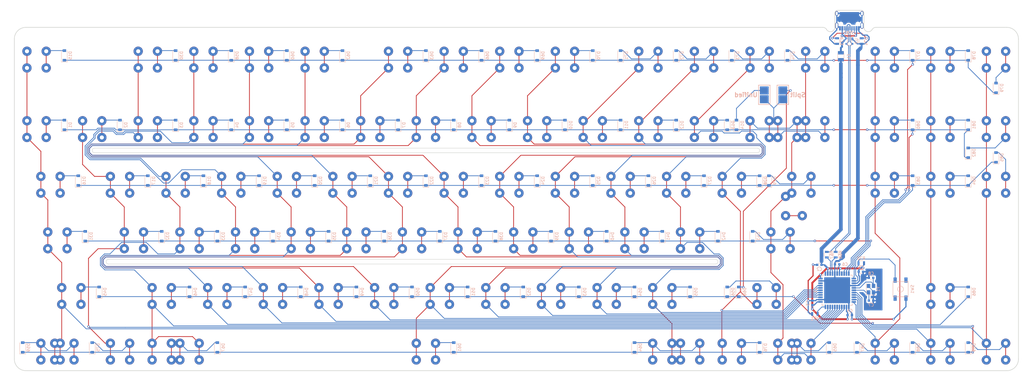
<source format=kicad_pcb>
(kicad_pcb (version 20171130) (host pcbnew "(5.0.0)")
  (layers (0 F.Cu signal) (31 B.Cu signal) (34 B.Paste user) (35 F.Paste user) (36 B.SilkS user) (37 F.SilkS user) (38 B.Mask user) (39 F.Mask user) (44 Edge.Cuts user))
  (net 0 "")
  (net 1 GND)
  (net 2 +5V)
  (net 3 "Net-(C6-Pad1)")
  (net 4 "Net-(C7-Pad1)")
  (net 5 "Net-(C8-Pad1)")
  (net 6 ROW0)
  (net 7 "Net-(D1-Pad2)")
  (net 8 "Net-(D2-Pad2)")
  (net 9 "Net-(D3-Pad2)")
  (net 10 "Net-(D4-Pad2)")
  (net 11 "Net-(D5-Pad2)")
  (net 12 "Net-(D6-Pad2)")
  (net 13 "Net-(D7-Pad2)")
  (net 14 "Net-(D8-Pad2)")
  (net 15 "Net-(D9-Pad2)")
  (net 16 "Net-(D10-Pad2)")
  (net 17 "Net-(D11-Pad2)")
  (net 18 "Net-(D12-Pad2)")
  (net 19 "Net-(D13-Pad2)")
  (net 20 "Net-(D14-Pad2)")
  (net 21 ROW1)
  (net 22 "Net-(D16-Pad2)")
  (net 23 "Net-(D17-Pad2)")
  (net 24 "Net-(D18-Pad2)")
  (net 25 "Net-(D19-Pad2)")
  (net 26 "Net-(D20-Pad2)")
  (net 27 "Net-(D21-Pad2)")
  (net 28 "Net-(D22-Pad2)")
  (net 29 "Net-(D23-Pad2)")
  (net 30 "Net-(D24-Pad2)")
  (net 31 "Net-(D25-Pad2)")
  (net 32 "Net-(D26-Pad2)")
  (net 33 "Net-(D27-Pad2)")
  (net 34 "Net-(D28-Pad2)")
  (net 35 "Net-(D29-Pad2)")
  (net 36 "Net-(D31-Pad2)")
  (net 37 ROW2)
  (net 38 "Net-(D32-Pad2)")
  (net 39 "Net-(D33-Pad2)")
  (net 40 "Net-(D34-Pad2)")
  (net 41 "Net-(D35-Pad2)")
  (net 42 "Net-(D36-Pad2)")
  (net 43 "Net-(D37-Pad2)")
  (net 44 "Net-(D38-Pad2)")
  (net 45 "Net-(D39-Pad2)")
  (net 46 "Net-(D40-Pad2)")
  (net 47 "Net-(D41-Pad2)")
  (net 48 "Net-(D42-Pad2)")
  (net 49 "Net-(D43-Pad2)")
  (net 50 ROW3)
  (net 51 "Net-(D45-Pad2)")
  (net 52 "Net-(D46-Pad2)")
  (net 53 "Net-(D47-Pad2)")
  (net 54 "Net-(D48-Pad2)")
  (net 55 "Net-(D49-Pad2)")
  (net 56 "Net-(D50-Pad2)")
  (net 57 "Net-(D51-Pad2)")
  (net 58 "Net-(D52-Pad2)")
  (net 59 "Net-(D53-Pad2)")
  (net 60 "Net-(D54-Pad2)")
  (net 61 "Net-(D55-Pad2)")
  (net 62 "Net-(D56-Pad2)")
  (net 63 "Net-(D59-Pad2)")
  (net 64 ROW4)
  (net 65 "Net-(D61-Pad2)")
  (net 66 "Net-(D64-Pad2)")
  (net 67 "Net-(D65-Pad2)")
  (net 68 "Net-(D67-Pad2)")
  (net 69 "Net-(D68-Pad2)")
  (net 70 VCC)
  (net 71 COL10)
  (net 72 COL9)
  (net 73 COL1)
  (net 74 COL2)
  (net 75 COL4)
  (net 76 COL5)
  (net 77 COL6)
  (net 78 COL7)
  (net 79 COL8)
  (net 80 COL11)
  (net 81 COL12)
  (net 82 COL13)
  (net 83 COL0)
  (net 84 "Net-(K_ENTER1-Pad4)")
  (net 85 COL3)
  (net 86 D-)
  (net 87 "Net-(R67-Pad2)")
  (net 88 "Net-(R68-Pad2)")
  (net 89 D+)
  (net 90 "Net-(R70-Pad2)")
  (net 91 "Net-(R71-Pad2)")
  (net 92 "Net-(R73-Pad2)")
  (net 93 "Net-(R74-Pad2)")
  (net 94 "Net-(U1-Pad42)")
  (net 95 "Net-(U1-Pad8)")
  (net 96 "Net-(U1-Pad1)")
  (net 97 "Net-(USB1-Pad9)")
  (net 98 "Net-(USB1-Pad3)")
  (net 99 "Net-(D15-Pad2)")
  (net 100 "Net-(D30-Pad2)")
  (net 101 "Net-(D58-Pad2)")
  (net 102 ROW5)
  (net 103 "Net-(D60-Pad2)")
  (net 104 "Net-(D62-Pad2)")
  (net 105 "Net-(D63-Pad2)")
  (net 106 "Net-(D66-Pad2)")
  (net 107 "Net-(D69-Pad2)")
  (net 108 "Net-(D70-Pad2)")
  (net 109 "Net-(D71-Pad2)")
  (net 110 "Net-(D72-Pad2)")
  (net 111 "Net-(D73-Pad2)")
  (net 112 "Net-(D74-Pad2)")
  (net 113 "Net-(D75-Pad2)")
  (net 114 "Net-(D76-Pad2)")
  (net 115 "Net-(D77-Pad2)")
  (net 116 "Net-(D78-Pad2)")
  (net 117 "Net-(D79-Pad2)")
  (net 118 "Net-(D80-Pad2)")
  (net 119 "Net-(D81-Pad2)")
  (net 120 "Net-(D82-Pad2)")
  (net 121 "Net-(D83-Pad2)")
  (net 122 "Net-(D84-Pad2)")
  (net 123 "Net-(D85-Pad2)")
  (net 124 "Net-(D86-Pad2)")
  (net 125 "Net-(D87-Pad2)")
  (net 126 "Net-(D88-Pad2)")
  (net 127 "Net-(D89-Pad2)")
  (net 128 COL14)
  (net 129 COL15)
  (net 130 COL16)
  (net 131 FULLBACK)
  (module Capacitors_SMD:C_0603 (layer B.Cu) (at 299.847 80.4545)
    (fp_text reference C2 (at 0 1.5) (layer B.SilkS) (effects (justify mirror)))
    (fp_text value 10uF)
    (pad 1 smd rect (at -0.75 0) (size 0.8 0.75) (layers B.Cu B.Paste B.Mask) (net 1 GND))
    (pad 2 smd rect (at 0.75 0) (size 0.8 0.75) (layers B.Cu B.Paste B.Mask) (net 2 +5V))
  )
  (module Capacitors_SMD:C_0603 (layer B.Cu) (at 297.434 93.472 270)
    (fp_text reference C3 (at 0 1.5 270) (layer B.SilkS) (effects (justify mirror)))
    (fp_text value 0.1uF)
    (pad 2 smd rect (at 0.75 0 270) (size 0.8 0.75) (layers B.Cu B.Paste B.Mask) (net 2 +5V))
    (pad 1 smd rect (at -0.75 0 270) (size 0.8 0.75) (layers B.Cu B.Paste B.Mask) (net 1 GND))
  )
  (module Capacitors_SMD:C_0603 (layer B.Cu) (at 310.261 97.663 180)
    (fp_text reference C4 (at 0 1.5 180) (layer B.SilkS) (effects (justify mirror)))
    (fp_text value 0.1uF)
    (pad 1 smd rect (at -0.75 0 180) (size 0.8 0.75) (layers B.Cu B.Paste B.Mask) (net 1 GND))
    (pad 2 smd rect (at 0.75 0 180) (size 0.8 0.75) (layers B.Cu B.Paste B.Mask) (net 2 +5V))
  )
  (module Capacitors_SMD:C_0603 (layer B.Cu) (at 314.071 82.804 180)
    (fp_text reference C5 (at 0 1.5 180) (layer B.SilkS) (effects (justify mirror)))
    (fp_text value 0.1uF)
    (pad 2 smd rect (at 0.75 0 180) (size 0.8 0.75) (layers B.Cu B.Paste B.Mask) (net 2 +5V))
    (pad 1 smd rect (at -0.75 0 180) (size 0.8 0.75) (layers B.Cu B.Paste B.Mask) (net 1 GND))
  )
  (module Capacitors_SMD:C_0603 (layer B.Cu) (at 305.943 80.264 180)
    (fp_text reference C6 (at -2.667 0 180) (layer B.SilkS) (effects (justify mirror)))
    (fp_text value 1uF)
    (pad 2 smd rect (at 0.75 0 180) (size 0.8 0.75) (layers B.Cu B.Paste B.Mask) (net 1 GND))
    (pad 1 smd rect (at -0.75 0 180) (size 0.8 0.75) (layers B.Cu B.Paste B.Mask) (net 3 "Net-(C6-Pad1)"))
  )
  (module Capacitors_SMD:C_0603 (layer B.Cu) (at 317.5635 92.71)
    (fp_text reference C7 (at 0 1.5) (layer B.SilkS) (effects (justify mirror)))
    (fp_text value 22pF)
    (pad 1 smd rect (at -0.75 0) (size 0.8 0.75) (layers B.Cu B.Paste B.Mask) (net 4 "Net-(C7-Pad1)"))
    (pad 2 smd rect (at 0.75 0) (size 0.8 0.75) (layers B.Cu B.Paste B.Mask) (net 1 GND))
  )
  (module Capacitors_SMD:C_0603 (layer B.Cu) (at 317.5635 84.8995 180)
    (fp_text reference C8 (at 0 1.5 180) (layer B.SilkS) (effects (justify mirror)))
    (fp_text value 22pF)
    (pad 1 smd rect (at -0.75 0 180) (size 0.8 0.75) (layers B.Cu B.Paste B.Mask) (net 5 "Net-(C8-Pad1)"))
    (pad 2 smd rect (at 0.75 0 180) (size 0.8 0.75) (layers B.Cu B.Paste B.Mask) (net 1 GND))
  )
  (module Diodes_SMD:D_SOD-123 (layer B.Cu) (at 41.275 32.54375 90)
    (fp_text reference D1 (at 0 2 90) (layer B.SilkS) (effects (justify mirror)))
    (fp_text value SOD-123)
    (pad 1 smd rect (at -1.65 0 90) (size 0.9 1.2) (layers B.Cu B.Paste B.Mask) (net 21 ROW1))
    (pad 2 smd rect (at 1.65 0 90) (size 0.9 1.2) (layers B.Cu B.Paste B.Mask) (net 7 "Net-(D1-Pad2)"))
  )
  (module Diodes_SMD:D_SOD-123 (layer B.Cu) (at 60.325 32.54375 90)
    (fp_text reference D2 (at 0 2 90) (layer B.SilkS) (effects (justify mirror)))
    (fp_text value SOD-123)
    (pad 2 smd rect (at 1.65 0 90) (size 0.9 1.2) (layers B.Cu B.Paste B.Mask) (net 8 "Net-(D2-Pad2)"))
    (pad 1 smd rect (at -1.65 0 90) (size 0.9 1.2) (layers B.Cu B.Paste B.Mask) (net 21 ROW1))
  )
  (module Diodes_SMD:D_SOD-123 (layer B.Cu) (at 79.375 32.54375 90)
    (fp_text reference D3 (at 0 2 90) (layer B.SilkS) (effects (justify mirror)))
    (fp_text value SOD-123)
    (pad 2 smd rect (at 1.65 0 90) (size 0.9 1.2) (layers B.Cu B.Paste B.Mask) (net 9 "Net-(D3-Pad2)"))
    (pad 1 smd rect (at -1.65 0 90) (size 0.9 1.2) (layers B.Cu B.Paste B.Mask) (net 21 ROW1))
  )
  (module Diodes_SMD:D_SOD-123 (layer B.Cu) (at 98.425 32.54375 90)
    (fp_text reference D4 (at 0 2 90) (layer B.SilkS) (effects (justify mirror)))
    (fp_text value SOD-123)
    (pad 1 smd rect (at -1.65 0 90) (size 0.9 1.2) (layers B.Cu B.Paste B.Mask) (net 21 ROW1))
    (pad 2 smd rect (at 1.65 0 90) (size 0.9 1.2) (layers B.Cu B.Paste B.Mask) (net 10 "Net-(D4-Pad2)"))
  )
  (module Diodes_SMD:D_SOD-123 (layer B.Cu) (at 117.475 32.54375 90)
    (fp_text reference D5 (at 0 2 90) (layer B.SilkS) (effects (justify mirror)))
    (fp_text value SOD-123)
    (pad 1 smd rect (at -1.65 0 90) (size 0.9 1.2) (layers B.Cu B.Paste B.Mask) (net 21 ROW1))
    (pad 2 smd rect (at 1.65 0 90) (size 0.9 1.2) (layers B.Cu B.Paste B.Mask) (net 11 "Net-(D5-Pad2)"))
  )
  (module Diodes_SMD:D_SOD-123 (layer B.Cu) (at 136.525 32.54375 90)
    (fp_text reference D6 (at 0 2 90) (layer B.SilkS) (effects (justify mirror)))
    (fp_text value SOD-123)
    (pad 1 smd rect (at -1.65 0 90) (size 0.9 1.2) (layers B.Cu B.Paste B.Mask) (net 21 ROW1))
    (pad 2 smd rect (at 1.65 0 90) (size 0.9 1.2) (layers B.Cu B.Paste B.Mask) (net 12 "Net-(D6-Pad2)"))
  )
  (module Diodes_SMD:D_SOD-123 (layer B.Cu) (at 155.575 32.54375 90)
    (fp_text reference D7 (at 0 2 90) (layer B.SilkS) (effects (justify mirror)))
    (fp_text value SOD-123)
    (pad 1 smd rect (at -1.65 0 90) (size 0.9 1.2) (layers B.Cu B.Paste B.Mask) (net 21 ROW1))
    (pad 2 smd rect (at 1.65 0 90) (size 0.9 1.2) (layers B.Cu B.Paste B.Mask) (net 13 "Net-(D7-Pad2)"))
  )
  (module Diodes_SMD:D_SOD-123 (layer B.Cu) (at 174.625 32.54375 90)
    (fp_text reference D8 (at 0 2 90) (layer B.SilkS) (effects (justify mirror)))
    (fp_text value SOD-123)
    (pad 2 smd rect (at 1.65 0 90) (size 0.9 1.2) (layers B.Cu B.Paste B.Mask) (net 14 "Net-(D8-Pad2)"))
    (pad 1 smd rect (at -1.65 0 90) (size 0.9 1.2) (layers B.Cu B.Paste B.Mask) (net 21 ROW1))
  )
  (module Diodes_SMD:D_SOD-123 (layer B.Cu) (at 193.675 32.54375 90)
    (fp_text reference D9 (at 0 2 90) (layer B.SilkS) (effects (justify mirror)))
    (fp_text value SOD-123)
    (pad 2 smd rect (at 1.65 0 90) (size 0.9 1.2) (layers B.Cu B.Paste B.Mask) (net 15 "Net-(D9-Pad2)"))
    (pad 1 smd rect (at -1.65 0 90) (size 0.9 1.2) (layers B.Cu B.Paste B.Mask) (net 21 ROW1))
  )
  (module Diodes_SMD:D_SOD-123 (layer B.Cu) (at 212.725 32.54375 90)
    (fp_text reference D10 (at 0 2 90) (layer B.SilkS) (effects (justify mirror)))
    (fp_text value SOD-123)
    (pad 1 smd rect (at -1.65 0 90) (size 0.9 1.2) (layers B.Cu B.Paste B.Mask) (net 21 ROW1))
    (pad 2 smd rect (at 1.65 0 90) (size 0.9 1.2) (layers B.Cu B.Paste B.Mask) (net 16 "Net-(D10-Pad2)"))
  )
  (module Diodes_SMD:D_SOD-123 (layer B.Cu) (at 231.775 32.54375 90)
    (fp_text reference D11 (at 0 2 90) (layer B.SilkS) (effects (justify mirror)))
    (fp_text value SOD-123)
    (pad 2 smd rect (at 1.65 0 90) (size 0.9 1.2) (layers B.Cu B.Paste B.Mask) (net 17 "Net-(D11-Pad2)"))
    (pad 1 smd rect (at -1.65 0 90) (size 0.9 1.2) (layers B.Cu B.Paste B.Mask) (net 21 ROW1))
  )
  (module Diodes_SMD:D_SOD-123 (layer B.Cu) (at 250.825 32.54375 90)
    (fp_text reference D12 (at 0 2 90) (layer B.SilkS) (effects (justify mirror)))
    (fp_text value SOD-123)
    (pad 1 smd rect (at -1.65 0 90) (size 0.9 1.2) (layers B.Cu B.Paste B.Mask) (net 21 ROW1))
    (pad 2 smd rect (at 1.65 0 90) (size 0.9 1.2) (layers B.Cu B.Paste B.Mask) (net 18 "Net-(D12-Pad2)"))
  )
  (module Diodes_SMD:D_SOD-123 (layer B.Cu) (at 268.2875 32.54375 90)
    (fp_text reference D13 (at 0 2 90) (layer B.SilkS) (effects (justify mirror)))
    (fp_text value SOD-123)
    (pad 1 smd rect (at -1.65 0 90) (size 0.9 1.2) (layers B.Cu B.Paste B.Mask) (net 21 ROW1))
    (pad 2 smd rect (at 1.65 0 90) (size 0.9 1.2) (layers B.Cu B.Paste B.Mask) (net 19 "Net-(D13-Pad2)"))
  )
  (module Diodes_SMD:D_SOD-123 (layer B.Cu) (at 271.4625 32.54375 90)
    (fp_text reference D14 (at 0 2 90) (layer B.SilkS) (effects (justify mirror)))
    (fp_text value SOD-123)
    (pad 1 smd rect (at -1.65 0 90) (size 0.9 1.2) (layers B.Cu B.Paste B.Mask) (net 21 ROW1))
    (pad 2 smd rect (at 1.65 0 90) (size 0.9 1.2) (layers B.Cu B.Paste B.Mask) (net 20 "Net-(D14-Pad2)"))
  )
  (module Diodes_SMD:D_SOD-123 (layer B.Cu) (at 46.0375 51.59375 90)
    (fp_text reference D16 (at 0 2 90) (layer B.SilkS) (effects (justify mirror)))
    (fp_text value SOD-123)
    (pad 1 smd rect (at -1.65 0 90) (size 0.9 1.2) (layers B.Cu B.Paste B.Mask) (net 37 ROW2))
    (pad 2 smd rect (at 1.65 0 90) (size 0.9 1.2) (layers B.Cu B.Paste B.Mask) (net 22 "Net-(D16-Pad2)"))
  )
  (module Diodes_SMD:D_SOD-123 (layer B.Cu) (at 69.85 51.59375 90)
    (fp_text reference D17 (at 0 2 90) (layer B.SilkS) (effects (justify mirror)))
    (fp_text value SOD-123)
    (pad 2 smd rect (at 1.65 0 90) (size 0.9 1.2) (layers B.Cu B.Paste B.Mask) (net 23 "Net-(D17-Pad2)"))
    (pad 1 smd rect (at -1.65 0 90) (size 0.9 1.2) (layers B.Cu B.Paste B.Mask) (net 37 ROW2))
  )
  (module Diodes_SMD:D_SOD-123 (layer B.Cu) (at 88.9 51.59375 90)
    (fp_text reference D18 (at 0 2 90) (layer B.SilkS) (effects (justify mirror)))
    (fp_text value SOD-123)
    (pad 1 smd rect (at -1.65 0 90) (size 0.9 1.2) (layers B.Cu B.Paste B.Mask) (net 37 ROW2))
    (pad 2 smd rect (at 1.65 0 90) (size 0.9 1.2) (layers B.Cu B.Paste B.Mask) (net 24 "Net-(D18-Pad2)"))
  )
  (module Diodes_SMD:D_SOD-123 (layer B.Cu) (at 107.95 51.59375 90)
    (fp_text reference D19 (at 0 2 90) (layer B.SilkS) (effects (justify mirror)))
    (fp_text value SOD-123)
    (pad 2 smd rect (at 1.65 0 90) (size 0.9 1.2) (layers B.Cu B.Paste B.Mask) (net 25 "Net-(D19-Pad2)"))
    (pad 1 smd rect (at -1.65 0 90) (size 0.9 1.2) (layers B.Cu B.Paste B.Mask) (net 37 ROW2))
  )
  (module Diodes_SMD:D_SOD-123 (layer B.Cu) (at 127 51.59375 90)
    (fp_text reference D20 (at 0 2 90) (layer B.SilkS) (effects (justify mirror)))
    (fp_text value SOD-123)
    (pad 1 smd rect (at -1.65 0 90) (size 0.9 1.2) (layers B.Cu B.Paste B.Mask) (net 37 ROW2))
    (pad 2 smd rect (at 1.65 0 90) (size 0.9 1.2) (layers B.Cu B.Paste B.Mask) (net 26 "Net-(D20-Pad2)"))
  )
  (module Diodes_SMD:D_SOD-123 (layer B.Cu) (at 146.05 51.59375 90)
    (fp_text reference D21 (at 0 2 90) (layer B.SilkS) (effects (justify mirror)))
    (fp_text value SOD-123)
    (pad 2 smd rect (at 1.65 0 90) (size 0.9 1.2) (layers B.Cu B.Paste B.Mask) (net 27 "Net-(D21-Pad2)"))
    (pad 1 smd rect (at -1.65 0 90) (size 0.9 1.2) (layers B.Cu B.Paste B.Mask) (net 37 ROW2))
  )
  (module Diodes_SMD:D_SOD-123 (layer B.Cu) (at 165.1 51.59375 90)
    (fp_text reference D22 (at 0 2 90) (layer B.SilkS) (effects (justify mirror)))
    (fp_text value SOD-123)
    (pad 2 smd rect (at 1.65 0 90) (size 0.9 1.2) (layers B.Cu B.Paste B.Mask) (net 28 "Net-(D22-Pad2)"))
    (pad 1 smd rect (at -1.65 0 90) (size 0.9 1.2) (layers B.Cu B.Paste B.Mask) (net 37 ROW2))
  )
  (module Diodes_SMD:D_SOD-123 (layer B.Cu) (at 184.15 51.59375 90)
    (fp_text reference D23 (at 0 2 90) (layer B.SilkS) (effects (justify mirror)))
    (fp_text value SOD-123)
    (pad 1 smd rect (at -1.65 0 90) (size 0.9 1.2) (layers B.Cu B.Paste B.Mask) (net 37 ROW2))
    (pad 2 smd rect (at 1.65 0 90) (size 0.9 1.2) (layers B.Cu B.Paste B.Mask) (net 29 "Net-(D23-Pad2)"))
  )
  (module Diodes_SMD:D_SOD-123 (layer B.Cu) (at 203.2 51.59375 90)
    (fp_text reference D24 (at 0 2 90) (layer B.SilkS) (effects (justify mirror)))
    (fp_text value SOD-123)
    (pad 1 smd rect (at -1.65 0 90) (size 0.9 1.2) (layers B.Cu B.Paste B.Mask) (net 37 ROW2))
    (pad 2 smd rect (at 1.65 0 90) (size 0.9 1.2) (layers B.Cu B.Paste B.Mask) (net 30 "Net-(D24-Pad2)"))
  )
  (module Diodes_SMD:D_SOD-123 (layer B.Cu) (at 222.25 51.59375 90)
    (fp_text reference D25 (at 0 2 90) (layer B.SilkS) (effects (justify mirror)))
    (fp_text value SOD-123)
    (pad 2 smd rect (at 1.65 0 90) (size 0.9 1.2) (layers B.Cu B.Paste B.Mask) (net 31 "Net-(D25-Pad2)"))
    (pad 1 smd rect (at -1.65 0 90) (size 0.9 1.2) (layers B.Cu B.Paste B.Mask) (net 37 ROW2))
  )
  (module Diodes_SMD:D_SOD-123 (layer B.Cu) (at 241.3 51.59375 90)
    (fp_text reference D26 (at 0 2 90) (layer B.SilkS) (effects (justify mirror)))
    (fp_text value SOD-123)
    (pad 1 smd rect (at -1.65 0 90) (size 0.9 1.2) (layers B.Cu B.Paste B.Mask) (net 37 ROW2))
    (pad 2 smd rect (at 1.65 0 90) (size 0.9 1.2) (layers B.Cu B.Paste B.Mask) (net 32 "Net-(D26-Pad2)"))
  )
  (module Diodes_SMD:D_SOD-123 (layer B.Cu) (at 260.35 51.59375 90)
    (fp_text reference D27 (at 0 2 90) (layer B.SilkS) (effects (justify mirror)))
    (fp_text value SOD-123)
    (pad 1 smd rect (at -1.65 0 90) (size 0.9 1.2) (layers B.Cu B.Paste B.Mask) (net 37 ROW2))
    (pad 2 smd rect (at 1.65 0 90) (size 0.9 1.2) (layers B.Cu B.Paste B.Mask) (net 33 "Net-(D27-Pad2)"))
  )
  (module Diodes_SMD:D_SOD-123 (layer B.Cu) (at 279.4 51.59375 90)
    (fp_text reference D28 (at 0 2 90) (layer B.SilkS) (effects (justify mirror)))
    (fp_text value SOD-123)
    (pad 2 smd rect (at 1.65 0 90) (size 0.9 1.2) (layers B.Cu B.Paste B.Mask) (net 34 "Net-(D28-Pad2)"))
    (pad 1 smd rect (at -1.65 0 90) (size 0.9 1.2) (layers B.Cu B.Paste B.Mask) (net 37 ROW2))
  )
  (module Diodes_SMD:D_SOD-123 (layer B.Cu) (at 282.575 51.59375 90)
    (fp_text reference D29 (at 0 2 90) (layer B.SilkS) (effects (justify mirror)))
    (fp_text value SOD-123)
    (pad 1 smd rect (at -1.65 0 90) (size 0.9 1.2) (layers B.Cu B.Paste B.Mask) (net 37 ROW2))
    (pad 2 smd rect (at 1.65 0 90) (size 0.9 1.2) (layers B.Cu B.Paste B.Mask) (net 35 "Net-(D29-Pad2)"))
  )
  (module Diodes_SMD:D_SOD-123 (layer B.Cu) (at 48.41875 70.64375 90)
    (fp_text reference D31 (at 0 2 90) (layer B.SilkS) (effects (justify mirror)))
    (fp_text value SOD-123)
    (pad 2 smd rect (at 1.65 0 90) (size 0.9 1.2) (layers B.Cu B.Paste B.Mask) (net 36 "Net-(D31-Pad2)"))
    (pad 1 smd rect (at -1.65 0 90) (size 0.9 1.2) (layers B.Cu B.Paste B.Mask) (net 50 ROW3))
  )
  (module Diodes_SMD:D_SOD-123 (layer B.Cu) (at 74.6125 70.64375 90)
    (fp_text reference D32 (at 0 2 90) (layer B.SilkS) (effects (justify mirror)))
    (fp_text value SOD-123)
    (pad 2 smd rect (at 1.65 0 90) (size 0.9 1.2) (layers B.Cu B.Paste B.Mask) (net 38 "Net-(D32-Pad2)"))
    (pad 1 smd rect (at -1.65 0 90) (size 0.9 1.2) (layers B.Cu B.Paste B.Mask) (net 50 ROW3))
  )
  (module Diodes_SMD:D_SOD-123 (layer B.Cu) (at 93.6625 70.64375 90)
    (fp_text reference D33 (at 0 2 90) (layer B.SilkS) (effects (justify mirror)))
    (fp_text value SOD-123)
    (pad 2 smd rect (at 1.65 0 90) (size 0.9 1.2) (layers B.Cu B.Paste B.Mask) (net 39 "Net-(D33-Pad2)"))
    (pad 1 smd rect (at -1.65 0 90) (size 0.9 1.2) (layers B.Cu B.Paste B.Mask) (net 50 ROW3))
  )
  (module Diodes_SMD:D_SOD-123 (layer B.Cu) (at 112.7125 70.64375 90)
    (fp_text reference D34 (at 0 2 90) (layer B.SilkS) (effects (justify mirror)))
    (fp_text value SOD-123)
    (pad 1 smd rect (at -1.65 0 90) (size 0.9 1.2) (layers B.Cu B.Paste B.Mask) (net 50 ROW3))
    (pad 2 smd rect (at 1.65 0 90) (size 0.9 1.2) (layers B.Cu B.Paste B.Mask) (net 40 "Net-(D34-Pad2)"))
  )
  (module Diodes_SMD:D_SOD-123 (layer B.Cu) (at 131.7625 70.64375 90)
    (fp_text reference D35 (at 0 2 90) (layer B.SilkS) (effects (justify mirror)))
    (fp_text value SOD-123)
    (pad 2 smd rect (at 1.65 0 90) (size 0.9 1.2) (layers B.Cu B.Paste B.Mask) (net 41 "Net-(D35-Pad2)"))
    (pad 1 smd rect (at -1.65 0 90) (size 0.9 1.2) (layers B.Cu B.Paste B.Mask) (net 50 ROW3))
  )
  (module Diodes_SMD:D_SOD-123 (layer B.Cu) (at 150.8125 70.64375 90)
    (fp_text reference D36 (at 0 2 90) (layer B.SilkS) (effects (justify mirror)))
    (fp_text value SOD-123)
    (pad 2 smd rect (at 1.65 0 90) (size 0.9 1.2) (layers B.Cu B.Paste B.Mask) (net 42 "Net-(D36-Pad2)"))
    (pad 1 smd rect (at -1.65 0 90) (size 0.9 1.2) (layers B.Cu B.Paste B.Mask) (net 50 ROW3))
  )
  (module Diodes_SMD:D_SOD-123 (layer B.Cu) (at 169.8625 70.64375 90)
    (fp_text reference D37 (at 0 2 90) (layer B.SilkS) (effects (justify mirror)))
    (fp_text value SOD-123)
    (pad 1 smd rect (at -1.65 0 90) (size 0.9 1.2) (layers B.Cu B.Paste B.Mask) (net 50 ROW3))
    (pad 2 smd rect (at 1.65 0 90) (size 0.9 1.2) (layers B.Cu B.Paste B.Mask) (net 43 "Net-(D37-Pad2)"))
  )
  (module Diodes_SMD:D_SOD-123 (layer B.Cu) (at 188.9125 70.64375 90)
    (fp_text reference D38 (at 0 2 90) (layer B.SilkS) (effects (justify mirror)))
    (fp_text value SOD-123)
    (pad 1 smd rect (at -1.65 0 90) (size 0.9 1.2) (layers B.Cu B.Paste B.Mask) (net 50 ROW3))
    (pad 2 smd rect (at 1.65 0 90) (size 0.9 1.2) (layers B.Cu B.Paste B.Mask) (net 44 "Net-(D38-Pad2)"))
  )
  (module Diodes_SMD:D_SOD-123 (layer B.Cu) (at 207.9625 70.64375 90)
    (fp_text reference D39 (at 0 2 90) (layer B.SilkS) (effects (justify mirror)))
    (fp_text value SOD-123)
    (pad 2 smd rect (at 1.65 0 90) (size 0.9 1.2) (layers B.Cu B.Paste B.Mask) (net 45 "Net-(D39-Pad2)"))
    (pad 1 smd rect (at -1.65 0 90) (size 0.9 1.2) (layers B.Cu B.Paste B.Mask) (net 50 ROW3))
  )
  (module Diodes_SMD:D_SOD-123 (layer B.Cu) (at 227.0125 70.64375 90)
    (fp_text reference D40 (at 0 2 90) (layer B.SilkS) (effects (justify mirror)))
    (fp_text value SOD-123)
    (pad 2 smd rect (at 1.65 0 90) (size 0.9 1.2) (layers B.Cu B.Paste B.Mask) (net 46 "Net-(D40-Pad2)"))
    (pad 1 smd rect (at -1.65 0 90) (size 0.9 1.2) (layers B.Cu B.Paste B.Mask) (net 50 ROW3))
  )
  (module Diodes_SMD:D_SOD-123 (layer B.Cu) (at 246.0625 70.64375 90)
    (fp_text reference D41 (at 0 2 90) (layer B.SilkS) (effects (justify mirror)))
    (fp_text value SOD-123)
    (pad 1 smd rect (at -1.65 0 90) (size 0.9 1.2) (layers B.Cu B.Paste B.Mask) (net 50 ROW3))
    (pad 2 smd rect (at 1.65 0 90) (size 0.9 1.2) (layers B.Cu B.Paste B.Mask) (net 47 "Net-(D41-Pad2)"))
  )
  (module Diodes_SMD:D_SOD-123 (layer B.Cu) (at 265.1125 70.64375 90)
    (fp_text reference D42 (at 0 2 90) (layer B.SilkS) (effects (justify mirror)))
    (fp_text value SOD-123)
    (pad 2 smd rect (at 1.65 0 90) (size 0.9 1.2) (layers B.Cu B.Paste B.Mask) (net 48 "Net-(D42-Pad2)"))
    (pad 1 smd rect (at -1.65 0 90) (size 0.9 1.2) (layers B.Cu B.Paste B.Mask) (net 50 ROW3))
  )
  (module Diodes_SMD:D_SOD-123 (layer B.Cu) (at 277.01875 70.64375 90)
    (fp_text reference D43 (at 0 2 90) (layer B.SilkS) (effects (justify mirror)))
    (fp_text value SOD-123)
    (pad 2 smd rect (at 1.65 0 90) (size 0.9 1.2) (layers B.Cu B.Paste B.Mask) (net 49 "Net-(D43-Pad2)"))
    (pad 1 smd rect (at -1.65 0 90) (size 0.9 1.2) (layers B.Cu B.Paste B.Mask) (net 50 ROW3))
  )
  (module Diodes_SMD:D_SOD-123 (layer B.Cu) (at 53.18125 89.69375 90)
    (fp_text reference D45 (at 0 2 90) (layer B.SilkS) (effects (justify mirror)))
    (fp_text value SOD-123)
    (pad 2 smd rect (at 1.65 0 90) (size 0.9 1.2) (layers B.Cu B.Paste B.Mask) (net 51 "Net-(D45-Pad2)"))
    (pad 1 smd rect (at -1.65 0 90) (size 0.9 1.2) (layers B.Cu B.Paste B.Mask) (net 64 ROW4))
  )
  (module Diodes_SMD:D_SOD-123 (layer B.Cu) (at 84.1375 89.69375 90)
    (fp_text reference D46 (at 0 2 90) (layer B.SilkS) (effects (justify mirror)))
    (fp_text value SOD-123)
    (pad 1 smd rect (at -1.65 0 90) (size 0.9 1.2) (layers B.Cu B.Paste B.Mask) (net 64 ROW4))
    (pad 2 smd rect (at 1.65 0 90) (size 0.9 1.2) (layers B.Cu B.Paste B.Mask) (net 52 "Net-(D46-Pad2)"))
  )
  (module Diodes_SMD:D_SOD-123 (layer B.Cu) (at 103.1875 89.69375 90)
    (fp_text reference D47 (at 0 2 90) (layer B.SilkS) (effects (justify mirror)))
    (fp_text value SOD-123)
    (pad 1 smd rect (at -1.65 0 90) (size 0.9 1.2) (layers B.Cu B.Paste B.Mask) (net 64 ROW4))
    (pad 2 smd rect (at 1.65 0 90) (size 0.9 1.2) (layers B.Cu B.Paste B.Mask) (net 53 "Net-(D47-Pad2)"))
  )
  (module Diodes_SMD:D_SOD-123 (layer B.Cu) (at 122.2375 89.69375 90)
    (fp_text reference D48 (at 0 2 90) (layer B.SilkS) (effects (justify mirror)))
    (fp_text value SOD-123)
    (pad 2 smd rect (at 1.65 0 90) (size 0.9 1.2) (layers B.Cu B.Paste B.Mask) (net 54 "Net-(D48-Pad2)"))
    (pad 1 smd rect (at -1.65 0 90) (size 0.9 1.2) (layers B.Cu B.Paste B.Mask) (net 64 ROW4))
  )
  (module Diodes_SMD:D_SOD-123 (layer B.Cu) (at 141.2875 89.69375 90)
    (fp_text reference D49 (at 0 2 90) (layer B.SilkS) (effects (justify mirror)))
    (fp_text value SOD-123)
    (pad 2 smd rect (at 1.65 0 90) (size 0.9 1.2) (layers B.Cu B.Paste B.Mask) (net 55 "Net-(D49-Pad2)"))
    (pad 1 smd rect (at -1.65 0 90) (size 0.9 1.2) (layers B.Cu B.Paste B.Mask) (net 64 ROW4))
  )
  (module Diodes_SMD:D_SOD-123 (layer B.Cu) (at 160.3375 89.69375 90)
    (fp_text reference D50 (at 0 2 90) (layer B.SilkS) (effects (justify mirror)))
    (fp_text value SOD-123)
    (pad 1 smd rect (at -1.65 0 90) (size 0.9 1.2) (layers B.Cu B.Paste B.Mask) (net 64 ROW4))
    (pad 2 smd rect (at 1.65 0 90) (size 0.9 1.2) (layers B.Cu B.Paste B.Mask) (net 56 "Net-(D50-Pad2)"))
  )
  (module Diodes_SMD:D_SOD-123 (layer B.Cu) (at 179.3875 89.69375 90)
    (fp_text reference D51 (at 0 2 90) (layer B.SilkS) (effects (justify mirror)))
    (fp_text value SOD-123)
    (pad 2 smd rect (at 1.65 0 90) (size 0.9 1.2) (layers B.Cu B.Paste B.Mask) (net 57 "Net-(D51-Pad2)"))
    (pad 1 smd rect (at -1.65 0 90) (size 0.9 1.2) (layers B.Cu B.Paste B.Mask) (net 64 ROW4))
  )
  (module Diodes_SMD:D_SOD-123 (layer B.Cu) (at 198.4375 89.69375 90)
    (fp_text reference D52 (at 0 2 90) (layer B.SilkS) (effects (justify mirror)))
    (fp_text value SOD-123)
    (pad 1 smd rect (at -1.65 0 90) (size 0.9 1.2) (layers B.Cu B.Paste B.Mask) (net 64 ROW4))
    (pad 2 smd rect (at 1.65 0 90) (size 0.9 1.2) (layers B.Cu B.Paste B.Mask) (net 58 "Net-(D52-Pad2)"))
  )
  (module Diodes_SMD:D_SOD-123 (layer B.Cu) (at 217.4875 89.69375 90)
    (fp_text reference D53 (at 0 2 90) (layer B.SilkS) (effects (justify mirror)))
    (fp_text value SOD-123)
    (pad 1 smd rect (at -1.65 0 90) (size 0.9 1.2) (layers B.Cu B.Paste B.Mask) (net 64 ROW4))
    (pad 2 smd rect (at 1.65 0 90) (size 0.9 1.2) (layers B.Cu B.Paste B.Mask) (net 59 "Net-(D53-Pad2)"))
  )
  (module Diodes_SMD:D_SOD-123 (layer B.Cu) (at 236.5375 89.69375 90)
    (fp_text reference D54 (at 0 2 90) (layer B.SilkS) (effects (justify mirror)))
    (fp_text value SOD-123)
    (pad 2 smd rect (at 1.65 0 90) (size 0.9 1.2) (layers B.Cu B.Paste B.Mask) (net 60 "Net-(D54-Pad2)"))
    (pad 1 smd rect (at -1.65 0 90) (size 0.9 1.2) (layers B.Cu B.Paste B.Mask) (net 64 ROW4))
  )
  (module Diodes_SMD:D_SOD-123 (layer B.Cu) (at 255.5875 89.69375 90)
    (fp_text reference D55 (at 0 2 90) (layer B.SilkS) (effects (justify mirror)))
    (fp_text value SOD-123)
    (pad 2 smd rect (at 1.65 0 90) (size 0.9 1.2) (layers B.Cu B.Paste B.Mask) (net 61 "Net-(D55-Pad2)"))
    (pad 1 smd rect (at -1.65 0 90) (size 0.9 1.2) (layers B.Cu B.Paste B.Mask) (net 64 ROW4))
  )
  (module Diodes_SMD:D_SOD-123 (layer B.Cu) (at 268.2875 89.69375 90)
    (fp_text reference D56 (at 0 2 90) (layer B.SilkS) (effects (justify mirror)))
    (fp_text value SOD-123)
    (pad 1 smd rect (at -1.65 0 90) (size 0.9 1.2) (layers B.Cu B.Paste B.Mask) (net 64 ROW4))
    (pad 2 smd rect (at 1.65 0 90) (size 0.9 1.2) (layers B.Cu B.Paste B.Mask) (net 62 "Net-(D56-Pad2)"))
  )
  (module Diodes_SMD:D_SOD-123 (layer B.Cu) (at 26.9875 108.74375 90)
    (fp_text reference D59 (at 0 2 90) (layer B.SilkS) (effects (justify mirror)))
    (fp_text value SOD-123)
    (pad 2 smd rect (at 1.65 0 90) (size 0.9 1.2) (layers B.Cu B.Paste B.Mask) (net 63 "Net-(D59-Pad2)"))
    (pad 1 smd rect (at -1.65 0 90) (size 0.9 1.2) (layers B.Cu B.Paste B.Mask) (net 102 ROW5))
  )
  (module Diodes_SMD:D_SOD-123 (layer B.Cu) (at 174.625 108.74375 90)
    (fp_text reference D61 (at 0 2 90) (layer B.SilkS) (effects (justify mirror)))
    (fp_text value SOD-123)
    (pad 1 smd rect (at -1.65 0 90) (size 0.9 1.2) (layers B.Cu B.Paste B.Mask) (net 102 ROW5))
    (pad 2 smd rect (at 1.65 0 90) (size 0.9 1.2) (layers B.Cu B.Paste B.Mask) (net 65 "Net-(D61-Pad2)"))
  )
  (module Diodes_SMD:D_SOD-123 (layer B.Cu) (at 236.5375 108.74375 90)
    (fp_text reference D64 (at 0 2 90) (layer B.SilkS) (effects (justify mirror)))
    (fp_text value SOD-123)
    (pad 2 smd rect (at 1.65 0 90) (size 0.9 1.2) (layers B.Cu B.Paste B.Mask) (net 66 "Net-(D64-Pad2)"))
    (pad 1 smd rect (at -1.65 0 90) (size 0.9 1.2) (layers B.Cu B.Paste B.Mask) (net 102 ROW5))
  )
  (module Diodes_SMD:D_SOD-123 (layer B.Cu) (at 303.2125 108.74375 90)
    (fp_text reference D65 (at 0 2 90) (layer B.SilkS) (effects (justify mirror)))
    (fp_text value SOD-123)
    (pad 1 smd rect (at -1.65 0 90) (size 0.9 1.2) (layers B.Cu B.Paste B.Mask) (net 102 ROW5))
    (pad 2 smd rect (at 1.65 0 90) (size 0.9 1.2) (layers B.Cu B.Paste B.Mask) (net 67 "Net-(D65-Pad2)"))
  )
  (module Diodes_SMD:D_SOD-123 (layer B.Cu) (at 93.6625 108.74375 90)
    (fp_text reference D67 (at 0 2 90) (layer B.SilkS) (effects (justify mirror)))
    (fp_text value SOD-123)
    (pad 2 smd rect (at 1.65 0 90) (size 0.9 1.2) (layers B.Cu B.Paste B.Mask) (net 68 "Net-(D67-Pad2)"))
    (pad 1 smd rect (at -1.65 0 90) (size 0.9 1.2) (layers B.Cu B.Paste B.Mask) (net 102 ROW5))
  )
  (module Diodes_SMD:D_SOD-123 (layer B.Cu) (at 272.25625 89.69375 90)
    (fp_text reference D68 (at 0 2 90) (layer B.SilkS) (effects (justify mirror)))
    (fp_text value SOD-123)
    (pad 2 smd rect (at 1.65 0 90) (size 0.9 1.2) (layers B.Cu B.Paste B.Mask) (net 69 "Net-(D68-Pad2)"))
    (pad 1 smd rect (at -1.65 0 90) (size 0.9 1.2) (layers B.Cu B.Paste B.Mask) (net 64 ROW4))
  )
  (module Fuse_Holders_and_Fuses:Fuse_SMD1206_Reflow (layer B.Cu) (at 307.213 9.017 90)
    (fp_text reference F1 (at -0.1 2.75 90) (layer B.SilkS) (effects (justify mirror)))
    (fp_text value 500mA)
    (pad 2 smd rect (at 1.2 0) (size 2.03 1.14) (layers B.Cu B.Paste B.Mask) (net 70 VCC))
    (pad 1 smd rect (at -1.2 0) (size 2.03 1.14) (layers B.Cu B.Paste B.Mask) (net 2 +5V))
  )
  (module hitek725:Hitek725-1U (layer F.Cu) (at 227.0125 88.9)
    (fp_text reference K_.1)
    (fp_text value MX-1U)
    (pad 2 thru_hole circle (at 3.3 5.08) (size 3.18 3.18) (drill 1.4) (layers *.Cu B.Mask) (net 60 "Net-(D54-Pad2)"))
    (pad 2 thru_hole circle (at 3.3 -0.64) (size 3.18 3.18) (drill 1.4) (layers *.Cu B.Mask) (net 60 "Net-(D54-Pad2)"))
    (pad 1 thru_hole circle (at -3.3 5.08) (size 3.18 3.18) (drill 1.4) (layers *.Cu B.Mask) (net 71 COL10))
    (pad 1 thru_hole circle (at -3.3 -0.64) (size 3.18 3.18) (drill 1.4) (layers *.Cu B.Mask) (net 71 COL10))
  )
  (module hitek725:Hitek725-1U (layer F.Cu) (at 207.9625 88.9)
    (fp_text reference K_,1)
    (fp_text value MX-1U)
    (pad 2 thru_hole circle (at 3.3 5.08) (size 3.18 3.18) (drill 1.4) (layers *.Cu B.Mask) (net 59 "Net-(D53-Pad2)"))
    (pad 2 thru_hole circle (at 3.3 -0.64) (size 3.18 3.18) (drill 1.4) (layers *.Cu B.Mask) (net 59 "Net-(D53-Pad2)"))
    (pad 1 thru_hole circle (at -3.3 5.08) (size 3.18 3.18) (drill 1.4) (layers *.Cu B.Mask) (net 72 COL9))
    (pad 1 thru_hole circle (at -3.3 -0.64) (size 3.18 3.18) (drill 1.4) (layers *.Cu B.Mask) (net 72 COL9))
  )
  (module hitek725:Hitek725-1U (layer F.Cu) (at 50.8 31.75)
    (fp_text reference K_#1)
    (fp_text value MX-1U)
    (pad 2 thru_hole circle (at 3.3 5.08) (size 3.18 3.18) (drill 1.4) (layers *.Cu B.Mask) (net 8 "Net-(D2-Pad2)"))
    (pad 2 thru_hole circle (at 3.3 -0.64) (size 3.18 3.18) (drill 1.4) (layers *.Cu B.Mask) (net 8 "Net-(D2-Pad2)"))
    (pad 1 thru_hole circle (at -3.3 5.08) (size 3.18 3.18) (drill 1.4) (layers *.Cu B.Mask) (net 73 COL1))
    (pad 1 thru_hole circle (at -3.3 -0.64) (size 3.18 3.18) (drill 1.4) (layers *.Cu B.Mask) (net 73 COL1))
  )
  (module hitek725:Hitek725-1U (layer F.Cu) (at 69.85 31.75)
    (fp_text reference K_#2)
    (fp_text value MX-1U)
    (pad 1 thru_hole circle (at -3.3 -0.64) (size 3.18 3.18) (drill 1.4) (layers *.Cu B.Mask) (net 74 COL2))
    (pad 1 thru_hole circle (at -3.3 5.08) (size 3.18 3.18) (drill 1.4) (layers *.Cu B.Mask) (net 74 COL2))
    (pad 2 thru_hole circle (at 3.3 -0.64) (size 3.18 3.18) (drill 1.4) (layers *.Cu B.Mask) (net 9 "Net-(D3-Pad2)"))
    (pad 2 thru_hole circle (at 3.3 5.08) (size 3.18 3.18) (drill 1.4) (layers *.Cu B.Mask) (net 9 "Net-(D3-Pad2)"))
  )
  (module hitek725:Hitek725-1U (layer F.Cu) (at 88.9 31.75)
    (fp_text reference K_#3)
    (fp_text value MX-1U)
    (pad 2 thru_hole circle (at 3.3 5.08) (size 3.18 3.18) (drill 1.4) (layers *.Cu B.Mask) (net 10 "Net-(D4-Pad2)"))
    (pad 2 thru_hole circle (at 3.3 -0.64) (size 3.18 3.18) (drill 1.4) (layers *.Cu B.Mask) (net 10 "Net-(D4-Pad2)"))
    (pad 1 thru_hole circle (at -3.3 5.08) (size 3.18 3.18) (drill 1.4) (layers *.Cu B.Mask) (net 85 COL3))
    (pad 1 thru_hole circle (at -3.3 -0.64) (size 3.18 3.18) (drill 1.4) (layers *.Cu B.Mask) (net 85 COL3))
  )
  (module hitek725:Hitek725-1U (layer F.Cu) (at 107.95 31.75)
    (fp_text reference K_#4)
    (fp_text value MX-1U)
    (pad 1 thru_hole circle (at -3.3 -0.64) (size 3.18 3.18) (drill 1.4) (layers *.Cu B.Mask) (net 75 COL4))
    (pad 1 thru_hole circle (at -3.3 5.08) (size 3.18 3.18) (drill 1.4) (layers *.Cu B.Mask) (net 75 COL4))
    (pad 2 thru_hole circle (at 3.3 -0.64) (size 3.18 3.18) (drill 1.4) (layers *.Cu B.Mask) (net 11 "Net-(D5-Pad2)"))
    (pad 2 thru_hole circle (at 3.3 5.08) (size 3.18 3.18) (drill 1.4) (layers *.Cu B.Mask) (net 11 "Net-(D5-Pad2)"))
  )
  (module hitek725:Hitek725-1U (layer F.Cu) (at 127 31.75)
    (fp_text reference K_#5)
    (fp_text value MX-1U)
    (pad 1 thru_hole circle (at -3.3 -0.64) (size 3.18 3.18) (drill 1.4) (layers *.Cu B.Mask) (net 76 COL5))
    (pad 1 thru_hole circle (at -3.3 5.08) (size 3.18 3.18) (drill 1.4) (layers *.Cu B.Mask) (net 76 COL5))
    (pad 2 thru_hole circle (at 3.3 -0.64) (size 3.18 3.18) (drill 1.4) (layers *.Cu B.Mask) (net 12 "Net-(D6-Pad2)"))
    (pad 2 thru_hole circle (at 3.3 5.08) (size 3.18 3.18) (drill 1.4) (layers *.Cu B.Mask) (net 12 "Net-(D6-Pad2)"))
  )
  (module hitek725:Hitek725-1U (layer F.Cu) (at 146.05 31.75)
    (fp_text reference K_#6)
    (fp_text value MX-1U)
    (pad 1 thru_hole circle (at -3.3 -0.64) (size 3.18 3.18) (drill 1.4) (layers *.Cu B.Mask) (net 77 COL6))
    (pad 1 thru_hole circle (at -3.3 5.08) (size 3.18 3.18) (drill 1.4) (layers *.Cu B.Mask) (net 77 COL6))
    (pad 2 thru_hole circle (at 3.3 -0.64) (size 3.18 3.18) (drill 1.4) (layers *.Cu B.Mask) (net 13 "Net-(D7-Pad2)"))
    (pad 2 thru_hole circle (at 3.3 5.08) (size 3.18 3.18) (drill 1.4) (layers *.Cu B.Mask) (net 13 "Net-(D7-Pad2)"))
  )
  (module hitek725:Hitek725-1U (layer F.Cu) (at 165.1 31.75)
    (fp_text reference K_#7)
    (fp_text value MX-1U)
    (pad 1 thru_hole circle (at -3.3 -0.64) (size 3.18 3.18) (drill 1.4) (layers *.Cu B.Mask) (net 78 COL7))
    (pad 1 thru_hole circle (at -3.3 5.08) (size 3.18 3.18) (drill 1.4) (layers *.Cu B.Mask) (net 78 COL7))
    (pad 2 thru_hole circle (at 3.3 -0.64) (size 3.18 3.18) (drill 1.4) (layers *.Cu B.Mask) (net 14 "Net-(D8-Pad2)"))
    (pad 2 thru_hole circle (at 3.3 5.08) (size 3.18 3.18) (drill 1.4) (layers *.Cu B.Mask) (net 14 "Net-(D8-Pad2)"))
  )
  (module hitek725:Hitek725-1U (layer F.Cu) (at 184.15 31.75)
    (fp_text reference K_#8)
    (fp_text value MX-1U)
    (pad 1 thru_hole circle (at -3.3 -0.64) (size 3.18 3.18) (drill 1.4) (layers *.Cu B.Mask) (net 79 COL8))
    (pad 1 thru_hole circle (at -3.3 5.08) (size 3.18 3.18) (drill 1.4) (layers *.Cu B.Mask) (net 79 COL8))
    (pad 2 thru_hole circle (at 3.3 -0.64) (size 3.18 3.18) (drill 1.4) (layers *.Cu B.Mask) (net 15 "Net-(D9-Pad2)"))
    (pad 2 thru_hole circle (at 3.3 5.08) (size 3.18 3.18) (drill 1.4) (layers *.Cu B.Mask) (net 15 "Net-(D9-Pad2)"))
  )
  (module hitek725:Hitek725-1U (layer F.Cu) (at 203.2 31.75)
    (fp_text reference K_#9)
    (fp_text value MX-1U)
    (pad 1 thru_hole circle (at -3.3 -0.64) (size 3.18 3.18) (drill 1.4) (layers *.Cu B.Mask) (net 72 COL9))
    (pad 1 thru_hole circle (at -3.3 5.08) (size 3.18 3.18) (drill 1.4) (layers *.Cu B.Mask) (net 72 COL9))
    (pad 2 thru_hole circle (at 3.3 -0.64) (size 3.18 3.18) (drill 1.4) (layers *.Cu B.Mask) (net 16 "Net-(D10-Pad2)"))
    (pad 2 thru_hole circle (at 3.3 5.08) (size 3.18 3.18) (drill 1.4) (layers *.Cu B.Mask) (net 16 "Net-(D10-Pad2)"))
  )
  (module hitek725:Hitek725-1U (layer F.Cu) (at 222.25 31.75)
    (fp_text reference K_#10)
    (fp_text value MX-1U)
    (pad 2 thru_hole circle (at 3.3 5.08) (size 3.18 3.18) (drill 1.4) (layers *.Cu B.Mask) (net 17 "Net-(D11-Pad2)"))
    (pad 2 thru_hole circle (at 3.3 -0.64) (size 3.18 3.18) (drill 1.4) (layers *.Cu B.Mask) (net 17 "Net-(D11-Pad2)"))
    (pad 1 thru_hole circle (at -3.3 5.08) (size 3.18 3.18) (drill 1.4) (layers *.Cu B.Mask) (net 71 COL10))
    (pad 1 thru_hole circle (at -3.3 -0.64) (size 3.18 3.18) (drill 1.4) (layers *.Cu B.Mask) (net 71 COL10))
  )
  (module hitek725:Hitek725-1U (layer F.Cu) (at 255.5875 69.85)
    (fp_text reference K_'1)
    (fp_text value MX-1U)
    (pad 1 thru_hole circle (at -3.3 -0.64) (size 3.18 3.18) (drill 1.4) (layers *.Cu B.Mask) (net 80 COL11))
    (pad 1 thru_hole circle (at -3.3 5.08) (size 3.18 3.18) (drill 1.4) (layers *.Cu B.Mask) (net 80 COL11))
    (pad 2 thru_hole circle (at 3.3 -0.64) (size 3.18 3.18) (drill 1.4) (layers *.Cu B.Mask) (net 48 "Net-(D42-Pad2)"))
    (pad 2 thru_hole circle (at 3.3 5.08) (size 3.18 3.18) (drill 1.4) (layers *.Cu B.Mask) (net 48 "Net-(D42-Pad2)"))
  )
  (module hitek725:Hitek725-1U (layer F.Cu) (at 241.3 31.75)
    (fp_text reference K_-1)
    (fp_text value MX-1U)
    (pad 2 thru_hole circle (at 3.3 5.08) (size 3.18 3.18) (drill 1.4) (layers *.Cu B.Mask) (net 18 "Net-(D12-Pad2)"))
    (pad 2 thru_hole circle (at 3.3 -0.64) (size 3.18 3.18) (drill 1.4) (layers *.Cu B.Mask) (net 18 "Net-(D12-Pad2)"))
    (pad 1 thru_hole circle (at -3.3 5.08) (size 3.18 3.18) (drill 1.4) (layers *.Cu B.Mask) (net 80 COL11))
    (pad 1 thru_hole circle (at -3.3 -0.64) (size 3.18 3.18) (drill 1.4) (layers *.Cu B.Mask) (net 80 COL11))
  )
  (module hitek725:Hitek725-1U (layer F.Cu) (at 246.0625 88.9)
    (fp_text reference K_/1)
    (fp_text value MX-1U)
    (pad 1 thru_hole circle (at -3.3 -0.64) (size 3.18 3.18) (drill 1.4) (layers *.Cu B.Mask) (net 80 COL11))
    (pad 1 thru_hole circle (at -3.3 5.08) (size 3.18 3.18) (drill 1.4) (layers *.Cu B.Mask) (net 80 COL11))
    (pad 2 thru_hole circle (at 3.3 -0.64) (size 3.18 3.18) (drill 1.4) (layers *.Cu B.Mask) (net 61 "Net-(D55-Pad2)"))
    (pad 2 thru_hole circle (at 3.3 5.08) (size 3.18 3.18) (drill 1.4) (layers *.Cu B.Mask) (net 61 "Net-(D55-Pad2)"))
  )
  (module hitek725:Hitek725-1U (layer F.Cu) (at 236.5375 69.85)
    (fp_text reference K_;1)
    (fp_text value MX-1U)
    (pad 1 thru_hole circle (at -3.3 -0.64) (size 3.18 3.18) (drill 1.4) (layers *.Cu B.Mask) (net 71 COL10))
    (pad 1 thru_hole circle (at -3.3 5.08) (size 3.18 3.18) (drill 1.4) (layers *.Cu B.Mask) (net 71 COL10))
    (pad 2 thru_hole circle (at 3.3 -0.64) (size 3.18 3.18) (drill 1.4) (layers *.Cu B.Mask) (net 47 "Net-(D41-Pad2)"))
    (pad 2 thru_hole circle (at 3.3 5.08) (size 3.18 3.18) (drill 1.4) (layers *.Cu B.Mask) (net 47 "Net-(D41-Pad2)"))
  )
  (module hitek725:Hitek725-1U (layer F.Cu) (at 260.35 31.75)
    (fp_text reference K_=1)
    (fp_text value MX-1U)
    (pad 1 thru_hole circle (at -3.3 -0.64) (size 3.18 3.18) (drill 1.4) (layers *.Cu B.Mask) (net 81 COL12))
    (pad 1 thru_hole circle (at -3.3 5.08) (size 3.18 3.18) (drill 1.4) (layers *.Cu B.Mask) (net 81 COL12))
    (pad 2 thru_hole circle (at 3.3 -0.64) (size 3.18 3.18) (drill 1.4) (layers *.Cu B.Mask) (net 19 "Net-(D13-Pad2)"))
    (pad 2 thru_hole circle (at 3.3 5.08) (size 3.18 3.18) (drill 1.4) (layers *.Cu B.Mask) (net 19 "Net-(D13-Pad2)"))
  )
  (module hitek725:Hitek725-1U (layer F.Cu) (at 250.825 50.8)
    (fp_text reference K_[1)
    (fp_text value MX-1U)
    (pad 1 thru_hole circle (at -3.3 -0.64) (size 3.18 3.18) (drill 1.4) (layers *.Cu B.Mask) (net 80 COL11))
    (pad 1 thru_hole circle (at -3.3 5.08) (size 3.18 3.18) (drill 1.4) (layers *.Cu B.Mask) (net 80 COL11))
    (pad 2 thru_hole circle (at 3.3 -0.64) (size 3.18 3.18) (drill 1.4) (layers *.Cu B.Mask) (net 33 "Net-(D27-Pad2)"))
    (pad 2 thru_hole circle (at 3.3 5.08) (size 3.18 3.18) (drill 1.4) (layers *.Cu B.Mask) (net 33 "Net-(D27-Pad2)"))
  )
  (module hitek725:Hitek725-1.5U (layer F.Cu) (at 293.6875 50.8)
    (fp_text reference K_\1)
    (fp_text value MX-1.5U)
    (pad 1 thru_hole circle (at -3.3 -0.64) (size 3.18 3.18) (drill 1.4) (layers *.Cu B.Mask) (net 82 COL13))
    (pad 1 thru_hole circle (at -3.3 5.08) (size 3.18 3.18) (drill 1.4) (layers *.Cu B.Mask) (net 82 COL13))
    (pad 2 thru_hole circle (at 3.3 -0.64) (size 3.18 3.18) (drill 1.4) (layers *.Cu B.Mask) (net 35 "Net-(D29-Pad2)"))
    (pad 2 thru_hole circle (at 3.3 5.08) (size 3.18 3.18) (drill 1.4) (layers *.Cu B.Mask) (net 35 "Net-(D29-Pad2)"))
  )
  (module hitek725:Hitek725-1U (layer F.Cu) (at 269.875 50.8)
    (fp_text reference K_]1)
    (fp_text value MX-1U)
    (pad 1 thru_hole circle (at -3.3 -0.64) (size 3.18 3.18) (drill 1.4) (layers *.Cu B.Mask) (net 81 COL12))
    (pad 1 thru_hole circle (at -3.3 5.08) (size 3.18 3.18) (drill 1.4) (layers *.Cu B.Mask) (net 81 COL12))
    (pad 2 thru_hole circle (at 3.3 -0.64) (size 3.18 3.18) (drill 1.4) (layers *.Cu B.Mask) (net 34 "Net-(D28-Pad2)"))
    (pad 2 thru_hole circle (at 3.3 5.08) (size 3.18 3.18) (drill 1.4) (layers *.Cu B.Mask) (net 34 "Net-(D28-Pad2)"))
  )
  (module hitek725:Hitek725-1U (layer F.Cu) (at 65.0875 69.85)
    (fp_text reference K_A1)
    (fp_text value MX-1U)
    (pad 2 thru_hole circle (at 3.3 5.08) (size 3.18 3.18) (drill 1.4) (layers *.Cu B.Mask) (net 38 "Net-(D32-Pad2)"))
    (pad 2 thru_hole circle (at 3.3 -0.64) (size 3.18 3.18) (drill 1.4) (layers *.Cu B.Mask) (net 38 "Net-(D32-Pad2)"))
    (pad 1 thru_hole circle (at -3.3 5.08) (size 3.18 3.18) (drill 1.4) (layers *.Cu B.Mask) (net 73 COL1))
    (pad 1 thru_hole circle (at -3.3 -0.64) (size 3.18 3.18) (drill 1.4) (layers *.Cu B.Mask) (net 73 COL1))
  )
  (module hitek725:Hitek725-1.5U (layer F.Cu) (at 74.6125 107.95)
    (fp_text reference K_ALT1)
    (fp_text value MX-1.5U)
    (pad 2 thru_hole circle (at 3.3 5.08) (size 3.18 3.18) (drill 1.4) (layers *.Cu B.Mask) (net 68 "Net-(D67-Pad2)"))
    (pad 2 thru_hole circle (at 3.3 -0.64) (size 3.18 3.18) (drill 1.4) (layers *.Cu B.Mask) (net 68 "Net-(D67-Pad2)"))
    (pad 1 thru_hole circle (at -3.3 5.08) (size 3.18 3.18) (drill 1.4) (layers *.Cu B.Mask) (net 74 COL2))
    (pad 1 thru_hole circle (at -3.3 -0.64) (size 3.18 3.18) (drill 1.4) (layers *.Cu B.Mask) (net 74 COL2))
  )
  (module hitek725:Hitek725-1.5U (layer F.Cu) (at 84.1375 107.95)
    (fp_text reference K_ALT2)
    (fp_text value MX-1.5U)
    (pad 2 thru_hole circle (at 3.3 5.08) (size 3.18 3.18) (drill 1.4) (layers *.Cu B.Mask) (net 74 COL2))
    (pad 2 thru_hole circle (at 3.3 -0.64) (size 3.18 3.18) (drill 1.4) (layers *.Cu B.Mask) (net 74 COL2))
    (pad 1 thru_hole circle (at -3.3 5.08) (size 3.18 3.18) (drill 1.4) (layers *.Cu B.Mask) (net 68 "Net-(D67-Pad2)"))
    (pad 1 thru_hole circle (at -3.3 -0.64) (size 3.18 3.18) (drill 1.4) (layers *.Cu B.Mask) (net 68 "Net-(D67-Pad2)"))
  )
  (module hitek725:Hitek725-1U (layer F.Cu) (at 150.8125 88.9)
    (fp_text reference K_B1)
    (fp_text value MX-1U)
    (pad 2 thru_hole circle (at 3.3 5.08) (size 3.18 3.18) (drill 1.4) (layers *.Cu B.Mask) (net 56 "Net-(D50-Pad2)"))
    (pad 2 thru_hole circle (at 3.3 -0.64) (size 3.18 3.18) (drill 1.4) (layers *.Cu B.Mask) (net 56 "Net-(D50-Pad2)"))
    (pad 1 thru_hole circle (at -3.3 5.08) (size 3.18 3.18) (drill 1.4) (layers *.Cu B.Mask) (net 77 COL6))
    (pad 1 thru_hole circle (at -3.3 -0.64) (size 3.18 3.18) (drill 1.4) (layers *.Cu B.Mask) (net 77 COL6))
  )
  (module hitek725:Hitek725-2U (layer F.Cu) (at 288.925 31.75)
    (fp_text reference K_BACK1)
    (fp_text value MX-2U)
    (pad 1 thru_hole circle (at -3.3 -0.64) (size 3.18 3.18) (drill 1.4) (layers *.Cu B.Mask) (net 131 FULLBACK))
    (pad 1 thru_hole circle (at -3.3 5.08) (size 3.18 3.18) (drill 1.4) (layers *.Cu B.Mask) (net 131 FULLBACK))
    (pad 2 thru_hole circle (at 3.3 -0.64) (size 3.18 3.18) (drill 1.4) (layers *.Cu B.Mask) (net 82 COL13))
    (pad 2 thru_hole circle (at 3.3 5.08) (size 3.18 3.18) (drill 1.4) (layers *.Cu B.Mask) (net 82 COL13))
  )
  (module hitek725:Hitek725-1U (layer F.Cu) (at 112.7125 88.9)
    (fp_text reference K_C1)
    (fp_text value MX-1U)
    (pad 2 thru_hole circle (at 3.3 5.08) (size 3.18 3.18) (drill 1.4) (layers *.Cu B.Mask) (net 54 "Net-(D48-Pad2)"))
    (pad 2 thru_hole circle (at 3.3 -0.64) (size 3.18 3.18) (drill 1.4) (layers *.Cu B.Mask) (net 54 "Net-(D48-Pad2)"))
    (pad 1 thru_hole circle (at -3.3 5.08) (size 3.18 3.18) (drill 1.4) (layers *.Cu B.Mask) (net 75 COL4))
    (pad 1 thru_hole circle (at -3.3 -0.64) (size 3.18 3.18) (drill 1.4) (layers *.Cu B.Mask) (net 75 COL4))
  )
  (module hitek725:Hitek725-1.75U (layer F.Cu) (at 38.89375 69.85)
    (fp_text reference K_CAPS1)
    (fp_text value MX-1.75U)
    (pad 1 thru_hole circle (at -3.3 -0.64) (size 3.18 3.18) (drill 1.4) (layers *.Cu B.Mask) (net 83 COL0))
    (pad 1 thru_hole circle (at -3.3 5.08) (size 3.18 3.18) (drill 1.4) (layers *.Cu B.Mask) (net 83 COL0))
    (pad 2 thru_hole circle (at 3.3 -0.64) (size 3.18 3.18) (drill 1.4) (layers *.Cu B.Mask) (net 36 "Net-(D31-Pad2)"))
    (pad 2 thru_hole circle (at 3.3 5.08) (size 3.18 3.18) (drill 1.4) (layers *.Cu B.Mask) (net 36 "Net-(D31-Pad2)"))
  )
  (module hitek725:Hitek725-1.5U (layer F.Cu) (at 36.5125 107.95)
    (fp_text reference K_CTRL2)
    (fp_text value MX-1.5U)
    (pad 2 thru_hole circle (at 3.3 5.08) (size 3.18 3.18) (drill 1.4) (layers *.Cu B.Mask) (net 83 COL0))
    (pad 2 thru_hole circle (at 3.3 -0.64) (size 3.18 3.18) (drill 1.4) (layers *.Cu B.Mask) (net 83 COL0))
    (pad 1 thru_hole circle (at -3.3 5.08) (size 3.18 3.18) (drill 1.4) (layers *.Cu B.Mask) (net 63 "Net-(D59-Pad2)"))
    (pad 1 thru_hole circle (at -3.3 -0.64) (size 3.18 3.18) (drill 1.4) (layers *.Cu B.Mask) (net 63 "Net-(D59-Pad2)"))
  )
  (module hitek725:Hitek725-1U (layer F.Cu) (at 103.1875 69.85)
    (fp_text reference K_D1)
    (fp_text value MX-1U)
    (pad 2 thru_hole circle (at 3.3 5.08) (size 3.18 3.18) (drill 1.4) (layers *.Cu B.Mask) (net 40 "Net-(D34-Pad2)"))
    (pad 2 thru_hole circle (at 3.3 -0.64) (size 3.18 3.18) (drill 1.4) (layers *.Cu B.Mask) (net 40 "Net-(D34-Pad2)"))
    (pad 1 thru_hole circle (at -3.3 5.08) (size 3.18 3.18) (drill 1.4) (layers *.Cu B.Mask) (net 85 COL3))
    (pad 1 thru_hole circle (at -3.3 -0.64) (size 3.18 3.18) (drill 1.4) (layers *.Cu B.Mask) (net 85 COL3))
  )
  (module hitek725:Hitek725-1U (layer F.Cu) (at 98.425 50.8)
    (fp_text reference K_E1)
    (fp_text value MX-1U)
    (pad 2 thru_hole circle (at 3.3 5.08) (size 3.18 3.18) (drill 1.4) (layers *.Cu B.Mask) (net 25 "Net-(D19-Pad2)"))
    (pad 2 thru_hole circle (at 3.3 -0.64) (size 3.18 3.18) (drill 1.4) (layers *.Cu B.Mask) (net 25 "Net-(D19-Pad2)"))
    (pad 1 thru_hole circle (at -3.3 5.08) (size 3.18 3.18) (drill 1.4) (layers *.Cu B.Mask) (net 85 COL3))
    (pad 1 thru_hole circle (at -3.3 -0.64) (size 3.18 3.18) (drill 1.4) (layers *.Cu B.Mask) (net 85 COL3))
  )
  (module hitek725:Hitek725-2.25U (layer F.Cu) (at 286.54375 69.85)
    (fp_text reference K_ENTER1)
    (fp_text value MX-2.25U)
    (pad 1 thru_hole circle (at -3.3 -0.64) (size 3.18 3.18) (drill 1.4) (layers *.Cu B.Mask) (net 82 COL13))
    (pad 1 thru_hole circle (at -3.3 5.08) (size 3.18 3.18) (drill 1.4) (layers *.Cu B.Mask) (net 82 COL13))
    (pad 2 thru_hole circle (at 3.3 -0.64) (size 3.18 3.18) (drill 1.4) (layers *.Cu B.Mask) (net 49 "Net-(D43-Pad2)"))
    (pad 2 thru_hole circle (at 3.3 5.08) (size 3.18 3.18) (drill 1.4) (layers *.Cu B.Mask) (net 49 "Net-(D43-Pad2)"))
  )
  (module hitek725:Hitek725-1U (layer F.Cu) (at 31.75 7.9375)
    (fp_text reference K_ESC1)
    (fp_text value MX-1U)
    (pad 1 thru_hole circle (at -3.3 -0.64) (size 3.18 3.18) (drill 1.4) (layers *.Cu B.Mask) (net 83 COL0))
    (pad 1 thru_hole circle (at -3.3 5.08) (size 3.18 3.18) (drill 1.4) (layers *.Cu B.Mask) (net 83 COL0))
    (pad 2 thru_hole circle (at 3.3 -0.64) (size 3.18 3.18) (drill 1.4) (layers *.Cu B.Mask) (net 99 "Net-(D15-Pad2)"))
    (pad 2 thru_hole circle (at 3.3 5.08) (size 3.18 3.18) (drill 1.4) (layers *.Cu B.Mask) (net 99 "Net-(D15-Pad2)"))
  )
  (module hitek725:Hitek725-1U (layer F.Cu) (at 122.2375 69.85)
    (fp_text reference K_F1)
    (fp_text value MX-1U)
    (pad 1 thru_hole circle (at -3.3 -0.64) (size 3.18 3.18) (drill 1.4) (layers *.Cu B.Mask) (net 75 COL4))
    (pad 1 thru_hole circle (at -3.3 5.08) (size 3.18 3.18) (drill 1.4) (layers *.Cu B.Mask) (net 75 COL4))
    (pad 2 thru_hole circle (at 3.3 -0.64) (size 3.18 3.18) (drill 1.4) (layers *.Cu B.Mask) (net 41 "Net-(D35-Pad2)"))
    (pad 2 thru_hole circle (at 3.3 5.08) (size 3.18 3.18) (drill 1.4) (layers *.Cu B.Mask) (net 41 "Net-(D35-Pad2)"))
  )
  (module hitek725:Hitek725-1U (layer F.Cu) (at 141.2875 69.85)
    (fp_text reference K_G1)
    (fp_text value MX-1U)
    (pad 2 thru_hole circle (at 3.3 5.08) (size 3.18 3.18) (drill 1.4) (layers *.Cu B.Mask) (net 42 "Net-(D36-Pad2)"))
    (pad 2 thru_hole circle (at 3.3 -0.64) (size 3.18 3.18) (drill 1.4) (layers *.Cu B.Mask) (net 42 "Net-(D36-Pad2)"))
    (pad 1 thru_hole circle (at -3.3 5.08) (size 3.18 3.18) (drill 1.4) (layers *.Cu B.Mask) (net 76 COL5))
    (pad 1 thru_hole circle (at -3.3 -0.64) (size 3.18 3.18) (drill 1.4) (layers *.Cu B.Mask) (net 76 COL5))
  )
  (module hitek725:Hitek725-1U (layer F.Cu) (at 160.3375 69.85)
    (fp_text reference K_H1)
    (fp_text value MX-1U)
    (pad 1 thru_hole circle (at -3.3 -0.64) (size 3.18 3.18) (drill 1.4) (layers *.Cu B.Mask) (net 77 COL6))
    (pad 1 thru_hole circle (at -3.3 5.08) (size 3.18 3.18) (drill 1.4) (layers *.Cu B.Mask) (net 77 COL6))
    (pad 2 thru_hole circle (at 3.3 -0.64) (size 3.18 3.18) (drill 1.4) (layers *.Cu B.Mask) (net 43 "Net-(D37-Pad2)"))
    (pad 2 thru_hole circle (at 3.3 5.08) (size 3.18 3.18) (drill 1.4) (layers *.Cu B.Mask) (net 43 "Net-(D37-Pad2)"))
  )
  (module hitek725:Hitek725-1U (layer F.Cu) (at 193.675 50.8)
    (fp_text reference K_I1)
    (fp_text value MX-1U)
    (pad 1 thru_hole circle (at -3.3 -0.64) (size 3.18 3.18) (drill 1.4) (layers *.Cu B.Mask) (net 79 COL8))
    (pad 1 thru_hole circle (at -3.3 5.08) (size 3.18 3.18) (drill 1.4) (layers *.Cu B.Mask) (net 79 COL8))
    (pad 2 thru_hole circle (at 3.3 -0.64) (size 3.18 3.18) (drill 1.4) (layers *.Cu B.Mask) (net 30 "Net-(D24-Pad2)"))
    (pad 2 thru_hole circle (at 3.3 5.08) (size 3.18 3.18) (drill 1.4) (layers *.Cu B.Mask) (net 30 "Net-(D24-Pad2)"))
  )
  (module hitek725:Hitek725-1U (layer F.Cu) (at 179.3875 69.85)
    (fp_text reference K_J1)
    (fp_text value MX-1U)
    (pad 2 thru_hole circle (at 3.3 5.08) (size 3.18 3.18) (drill 1.4) (layers *.Cu B.Mask) (net 44 "Net-(D38-Pad2)"))
    (pad 2 thru_hole circle (at 3.3 -0.64) (size 3.18 3.18) (drill 1.4) (layers *.Cu B.Mask) (net 44 "Net-(D38-Pad2)"))
    (pad 1 thru_hole circle (at -3.3 5.08) (size 3.18 3.18) (drill 1.4) (layers *.Cu B.Mask) (net 78 COL7))
    (pad 1 thru_hole circle (at -3.3 -0.64) (size 3.18 3.18) (drill 1.4) (layers *.Cu B.Mask) (net 78 COL7))
  )
  (module hitek725:Hitek725-1U (layer F.Cu) (at 198.4375 69.85)
    (fp_text reference K_K1)
    (fp_text value MX-1U)
    (pad 2 thru_hole circle (at 3.3 5.08) (size 3.18 3.18) (drill 1.4) (layers *.Cu B.Mask) (net 45 "Net-(D39-Pad2)"))
    (pad 2 thru_hole circle (at 3.3 -0.64) (size 3.18 3.18) (drill 1.4) (layers *.Cu B.Mask) (net 45 "Net-(D39-Pad2)"))
    (pad 1 thru_hole circle (at -3.3 5.08) (size 3.18 3.18) (drill 1.4) (layers *.Cu B.Mask) (net 79 COL8))
    (pad 1 thru_hole circle (at -3.3 -0.64) (size 3.18 3.18) (drill 1.4) (layers *.Cu B.Mask) (net 79 COL8))
  )
  (module hitek725:Hitek725-1U (layer F.Cu) (at 217.4875 69.85)
    (fp_text reference K_L1)
    (fp_text value MX-1U)
    (pad 2 thru_hole circle (at 3.3 5.08) (size 3.18 3.18) (drill 1.4) (layers *.Cu B.Mask) (net 46 "Net-(D40-Pad2)"))
    (pad 2 thru_hole circle (at 3.3 -0.64) (size 3.18 3.18) (drill 1.4) (layers *.Cu B.Mask) (net 46 "Net-(D40-Pad2)"))
    (pad 1 thru_hole circle (at -3.3 5.08) (size 3.18 3.18) (drill 1.4) (layers *.Cu B.Mask) (net 72 COL9))
    (pad 1 thru_hole circle (at -3.3 -0.64) (size 3.18 3.18) (drill 1.4) (layers *.Cu B.Mask) (net 72 COL9))
  )
  (module hitek725:Hitek725-1U (layer F.Cu) (at 188.9125 88.9)
    (fp_text reference K_M1)
    (fp_text value MX-1U)
    (pad 2 thru_hole circle (at 3.3 5.08) (size 3.18 3.18) (drill 1.4) (layers *.Cu B.Mask) (net 58 "Net-(D52-Pad2)"))
    (pad 2 thru_hole circle (at 3.3 -0.64) (size 3.18 3.18) (drill 1.4) (layers *.Cu B.Mask) (net 58 "Net-(D52-Pad2)"))
    (pad 1 thru_hole circle (at -3.3 5.08) (size 3.18 3.18) (drill 1.4) (layers *.Cu B.Mask) (net 79 COL8))
    (pad 1 thru_hole circle (at -3.3 -0.64) (size 3.18 3.18) (drill 1.4) (layers *.Cu B.Mask) (net 79 COL8))
  )
  (module hitek725:Hitek725-1U (layer F.Cu) (at 169.8625 88.9)
    (fp_text reference K_N1)
    (fp_text value MX-1U)
    (pad 1 thru_hole circle (at -3.3 -0.64) (size 3.18 3.18) (drill 1.4) (layers *.Cu B.Mask) (net 78 COL7))
    (pad 1 thru_hole circle (at -3.3 5.08) (size 3.18 3.18) (drill 1.4) (layers *.Cu B.Mask) (net 78 COL7))
    (pad 2 thru_hole circle (at 3.3 -0.64) (size 3.18 3.18) (drill 1.4) (layers *.Cu B.Mask) (net 57 "Net-(D51-Pad2)"))
    (pad 2 thru_hole circle (at 3.3 5.08) (size 3.18 3.18) (drill 1.4) (layers *.Cu B.Mask) (net 57 "Net-(D51-Pad2)"))
  )
  (module hitek725:Hitek725-1U (layer F.Cu) (at 212.725 50.8)
    (fp_text reference K_O1)
    (fp_text value MX-1U)
    (pad 1 thru_hole circle (at -3.3 -0.64) (size 3.18 3.18) (drill 1.4) (layers *.Cu B.Mask) (net 72 COL9))
    (pad 1 thru_hole circle (at -3.3 5.08) (size 3.18 3.18) (drill 1.4) (layers *.Cu B.Mask) (net 72 COL9))
    (pad 2 thru_hole circle (at 3.3 -0.64) (size 3.18 3.18) (drill 1.4) (layers *.Cu B.Mask) (net 31 "Net-(D25-Pad2)"))
    (pad 2 thru_hole circle (at 3.3 5.08) (size 3.18 3.18) (drill 1.4) (layers *.Cu B.Mask) (net 31 "Net-(D25-Pad2)"))
  )
  (module hitek725:Hitek725-1U (layer F.Cu) (at 231.775 50.8)
    (fp_text reference K_P1)
    (fp_text value MX-1U)
    (pad 2 thru_hole circle (at 3.3 5.08) (size 3.18 3.18) (drill 1.4) (layers *.Cu B.Mask) (net 32 "Net-(D26-Pad2)"))
    (pad 2 thru_hole circle (at 3.3 -0.64) (size 3.18 3.18) (drill 1.4) (layers *.Cu B.Mask) (net 32 "Net-(D26-Pad2)"))
    (pad 1 thru_hole circle (at -3.3 5.08) (size 3.18 3.18) (drill 1.4) (layers *.Cu B.Mask) (net 71 COL10))
    (pad 1 thru_hole circle (at -3.3 -0.64) (size 3.18 3.18) (drill 1.4) (layers *.Cu B.Mask) (net 71 COL10))
  )
  (module hitek725:Hitek725-1U (layer F.Cu) (at 60.325 50.8)
    (fp_text reference K_Q1)
    (fp_text value MX-1U)
    (pad 2 thru_hole circle (at 3.3 5.08) (size 3.18 3.18) (drill 1.4) (layers *.Cu B.Mask) (net 23 "Net-(D17-Pad2)"))
    (pad 2 thru_hole circle (at 3.3 -0.64) (size 3.18 3.18) (drill 1.4) (layers *.Cu B.Mask) (net 23 "Net-(D17-Pad2)"))
    (pad 1 thru_hole circle (at -3.3 5.08) (size 3.18 3.18) (drill 1.4) (layers *.Cu B.Mask) (net 73 COL1))
    (pad 1 thru_hole circle (at -3.3 -0.64) (size 3.18 3.18) (drill 1.4) (layers *.Cu B.Mask) (net 73 COL1))
  )
  (module hitek725:Hitek725-1U (layer F.Cu) (at 117.475 50.8)
    (fp_text reference K_R1)
    (fp_text value MX-1U)
    (pad 1 thru_hole circle (at -3.3 -0.64) (size 3.18 3.18) (drill 1.4) (layers *.Cu B.Mask) (net 75 COL4))
    (pad 1 thru_hole circle (at -3.3 5.08) (size 3.18 3.18) (drill 1.4) (layers *.Cu B.Mask) (net 75 COL4))
    (pad 2 thru_hole circle (at 3.3 -0.64) (size 3.18 3.18) (drill 1.4) (layers *.Cu B.Mask) (net 26 "Net-(D20-Pad2)"))
    (pad 2 thru_hole circle (at 3.3 5.08) (size 3.18 3.18) (drill 1.4) (layers *.Cu B.Mask) (net 26 "Net-(D20-Pad2)"))
  )
  (module hitek725:Hitek725-2.75U (layer F.Cu) (at 281.78125 88.9)
    (fp_text reference K_RSHIFT1)
    (fp_text value MX-2.75U)
    (pad 1 thru_hole circle (at -3.3 -0.64) (size 3.18 3.18) (drill 1.4) (layers *.Cu B.Mask) (net 81 COL12))
    (pad 1 thru_hole circle (at -3.3 5.08) (size 3.18 3.18) (drill 1.4) (layers *.Cu B.Mask) (net 81 COL12))
    (pad 2 thru_hole circle (at 3.3 -0.64) (size 3.18 3.18) (drill 1.4) (layers *.Cu B.Mask) (net 62 "Net-(D56-Pad2)"))
    (pad 2 thru_hole circle (at 3.3 5.08) (size 3.18 3.18) (drill 1.4) (layers *.Cu B.Mask) (net 62 "Net-(D56-Pad2)"))
  )
  (module hitek725:Hitek725-1U (layer F.Cu) (at 84.1375 69.85)
    (fp_text reference K_S1)
    (fp_text value MX-1U)
    (pad 1 thru_hole circle (at -3.3 -0.64) (size 3.18 3.18) (drill 1.4) (layers *.Cu B.Mask) (net 74 COL2))
    (pad 1 thru_hole circle (at -3.3 5.08) (size 3.18 3.18) (drill 1.4) (layers *.Cu B.Mask) (net 74 COL2))
    (pad 2 thru_hole circle (at 3.3 -0.64) (size 3.18 3.18) (drill 1.4) (layers *.Cu B.Mask) (net 39 "Net-(D33-Pad2)"))
    (pad 2 thru_hole circle (at 3.3 5.08) (size 3.18 3.18) (drill 1.4) (layers *.Cu B.Mask) (net 39 "Net-(D33-Pad2)"))
  )
  (module hitek725:Hitek725-1U (layer F.Cu) (at 298.45 31.75)
    (fp_text reference K_SBACK1)
    (fp_text value MX-1U)
    (pad 2 thru_hole circle (at 3.3 5.08) (size 3.18 3.18) (drill 1.4) (layers *.Cu B.Mask) (net 131 FULLBACK))
    (pad 2 thru_hole circle (at 3.3 -0.64) (size 3.18 3.18) (drill 1.4) (layers *.Cu B.Mask) (net 131 FULLBACK))
    (pad 1 thru_hole circle (at -3.3 5.08) (size 3.18 3.18) (drill 1.4) (layers *.Cu B.Mask) (net 82 COL13))
    (pad 1 thru_hole circle (at -3.3 -0.64) (size 3.18 3.18) (drill 1.4) (layers *.Cu B.Mask) (net 82 COL13))
  )
  (module hitek725:Hitek725-1U (layer F.Cu) (at 279.4 31.75)
    (fp_text reference K_SBACK2)
    (fp_text value MX-1U)
    (pad 1 thru_hole circle (at -3.3 -0.64) (size 3.18 3.18) (drill 1.4) (layers *.Cu B.Mask) (net 82 COL13))
    (pad 1 thru_hole circle (at -3.3 5.08) (size 3.18 3.18) (drill 1.4) (layers *.Cu B.Mask) (net 82 COL13))
    (pad 2 thru_hole circle (at 3.3 -0.64) (size 3.18 3.18) (drill 1.4) (layers *.Cu B.Mask) (net 131 FULLBACK))
    (pad 2 thru_hole circle (at 3.3 5.08) (size 3.18 3.18) (drill 1.4) (layers *.Cu B.Mask) (net 131 FULLBACK))
  )
  (module hitek725:Hitek725-2.25U (layer F.Cu) (at 43.65625 88.9)
    (fp_text reference K_SHIFT1)
    (fp_text value MX-2.25U)
    (pad 2 thru_hole circle (at 3.3 5.08) (size 3.18 3.18) (drill 1.4) (layers *.Cu B.Mask) (net 51 "Net-(D45-Pad2)"))
    (pad 2 thru_hole circle (at 3.3 -0.64) (size 3.18 3.18) (drill 1.4) (layers *.Cu B.Mask) (net 51 "Net-(D45-Pad2)"))
    (pad 1 thru_hole circle (at -3.3 5.08) (size 3.18 3.18) (drill 1.4) (layers *.Cu B.Mask) (net 83 COL0))
    (pad 1 thru_hole circle (at -3.3 -0.64) (size 3.18 3.18) (drill 1.4) (layers *.Cu B.Mask) (net 83 COL0))
  )
  (module hitek725:Hitek725-7U (layer F.Cu) (at 165.1 107.95)
    (fp_text reference K_SPACE1)
    (fp_text value MX-7U)
    (pad 1 thru_hole circle (at -3.3 -0.64) (size 3.18 3.18) (drill 1.4) (layers *.Cu B.Mask) (net 78 COL7))
    (pad 1 thru_hole circle (at -3.3 5.08) (size 3.18 3.18) (drill 1.4) (layers *.Cu B.Mask) (net 78 COL7))
    (pad 2 thru_hole circle (at 3.3 -0.64) (size 3.18 3.18) (drill 1.4) (layers *.Cu B.Mask) (net 65 "Net-(D61-Pad2)"))
    (pad 2 thru_hole circle (at 3.3 5.08) (size 3.18 3.18) (drill 1.4) (layers *.Cu B.Mask) (net 65 "Net-(D61-Pad2)"))
  )
  (module hitek725:Hitek725-1U (layer F.Cu) (at 136.525 50.8)
    (fp_text reference K_T1)
    (fp_text value MX-1U)
    (pad 2 thru_hole circle (at 3.3 5.08) (size 3.18 3.18) (drill 1.4) (layers *.Cu B.Mask) (net 27 "Net-(D21-Pad2)"))
    (pad 2 thru_hole circle (at 3.3 -0.64) (size 3.18 3.18) (drill 1.4) (layers *.Cu B.Mask) (net 27 "Net-(D21-Pad2)"))
    (pad 1 thru_hole circle (at -3.3 5.08) (size 3.18 3.18) (drill 1.4) (layers *.Cu B.Mask) (net 76 COL5))
    (pad 1 thru_hole circle (at -3.3 -0.64) (size 3.18 3.18) (drill 1.4) (layers *.Cu B.Mask) (net 76 COL5))
  )
  (module hitek725:Hitek725-1.5U (layer F.Cu) (at 36.5125 50.8)
    (fp_text reference K_TAB1)
    (fp_text value MX-1.5U)
    (pad 1 thru_hole circle (at -3.3 -0.64) (size 3.18 3.18) (drill 1.4) (layers *.Cu B.Mask) (net 83 COL0))
    (pad 1 thru_hole circle (at -3.3 5.08) (size 3.18 3.18) (drill 1.4) (layers *.Cu B.Mask) (net 83 COL0))
    (pad 2 thru_hole circle (at 3.3 -0.64) (size 3.18 3.18) (drill 1.4) (layers *.Cu B.Mask) (net 22 "Net-(D16-Pad2)"))
    (pad 2 thru_hole circle (at 3.3 5.08) (size 3.18 3.18) (drill 1.4) (layers *.Cu B.Mask) (net 22 "Net-(D16-Pad2)"))
  )
  (module hitek725:Hitek725-1U (layer F.Cu) (at 174.625 50.8)
    (fp_text reference K_U1)
    (fp_text value MX-1U)
    (pad 2 thru_hole circle (at 3.3 5.08) (size 3.18 3.18) (drill 1.4) (layers *.Cu B.Mask) (net 29 "Net-(D23-Pad2)"))
    (pad 2 thru_hole circle (at 3.3 -0.64) (size 3.18 3.18) (drill 1.4) (layers *.Cu B.Mask) (net 29 "Net-(D23-Pad2)"))
    (pad 1 thru_hole circle (at -3.3 5.08) (size 3.18 3.18) (drill 1.4) (layers *.Cu B.Mask) (net 78 COL7))
    (pad 1 thru_hole circle (at -3.3 -0.64) (size 3.18 3.18) (drill 1.4) (layers *.Cu B.Mask) (net 78 COL7))
  )
  (module hitek725:Hitek725-1U (layer F.Cu) (at 131.7625 88.9)
    (fp_text reference K_V1)
    (fp_text value MX-1U)
    (pad 1 thru_hole circle (at -3.3 -0.64) (size 3.18 3.18) (drill 1.4) (layers *.Cu B.Mask) (net 76 COL5))
    (pad 1 thru_hole circle (at -3.3 5.08) (size 3.18 3.18) (drill 1.4) (layers *.Cu B.Mask) (net 76 COL5))
    (pad 2 thru_hole circle (at 3.3 -0.64) (size 3.18 3.18) (drill 1.4) (layers *.Cu B.Mask) (net 55 "Net-(D49-Pad2)"))
    (pad 2 thru_hole circle (at 3.3 5.08) (size 3.18 3.18) (drill 1.4) (layers *.Cu B.Mask) (net 55 "Net-(D49-Pad2)"))
  )
  (module hitek725:Hitek725-1U (layer F.Cu) (at 79.375 50.8)
    (fp_text reference K_W1)
    (fp_text value MX-1U)
    (pad 2 thru_hole circle (at 3.3 5.08) (size 3.18 3.18) (drill 1.4) (layers *.Cu B.Mask) (net 24 "Net-(D18-Pad2)"))
    (pad 2 thru_hole circle (at 3.3 -0.64) (size 3.18 3.18) (drill 1.4) (layers *.Cu B.Mask) (net 24 "Net-(D18-Pad2)"))
    (pad 1 thru_hole circle (at -3.3 5.08) (size 3.18 3.18) (drill 1.4) (layers *.Cu B.Mask) (net 74 COL2))
    (pad 1 thru_hole circle (at -3.3 -0.64) (size 3.18 3.18) (drill 1.4) (layers *.Cu B.Mask) (net 74 COL2))
  )
  (module hitek725:Hitek725-1U (layer F.Cu) (at 93.6625 88.9)
    (fp_text reference K_X1)
    (fp_text value MX-1U)
    (pad 1 thru_hole circle (at -3.3 -0.64) (size 3.18 3.18) (drill 1.4) (layers *.Cu B.Mask) (net 85 COL3))
    (pad 1 thru_hole circle (at -3.3 5.08) (size 3.18 3.18) (drill 1.4) (layers *.Cu B.Mask) (net 85 COL3))
    (pad 2 thru_hole circle (at 3.3 -0.64) (size 3.18 3.18) (drill 1.4) (layers *.Cu B.Mask) (net 53 "Net-(D47-Pad2)"))
    (pad 2 thru_hole circle (at 3.3 5.08) (size 3.18 3.18) (drill 1.4) (layers *.Cu B.Mask) (net 53 "Net-(D47-Pad2)"))
  )
  (module hitek725:Hitek725-1U (layer F.Cu) (at 155.575 50.8)
    (fp_text reference K_Y1)
    (fp_text value MX-1U)
    (pad 1 thru_hole circle (at -3.3 -0.64) (size 3.18 3.18) (drill 1.4) (layers *.Cu B.Mask) (net 77 COL6))
    (pad 1 thru_hole circle (at -3.3 5.08) (size 3.18 3.18) (drill 1.4) (layers *.Cu B.Mask) (net 77 COL6))
    (pad 2 thru_hole circle (at 3.3 -0.64) (size 3.18 3.18) (drill 1.4) (layers *.Cu B.Mask) (net 28 "Net-(D22-Pad2)"))
    (pad 2 thru_hole circle (at 3.3 5.08) (size 3.18 3.18) (drill 1.4) (layers *.Cu B.Mask) (net 28 "Net-(D22-Pad2)"))
  )
  (module hitek725:Hitek725-1U (layer F.Cu) (at 74.6125 88.9)
    (fp_text reference K_Z1)
    (fp_text value MX-1U)
    (pad 2 thru_hole circle (at 3.3 5.08) (size 3.18 3.18) (drill 1.4) (layers *.Cu B.Mask) (net 52 "Net-(D46-Pad2)"))
    (pad 2 thru_hole circle (at 3.3 -0.64) (size 3.18 3.18) (drill 1.4) (layers *.Cu B.Mask) (net 52 "Net-(D46-Pad2)"))
    (pad 1 thru_hole circle (at -3.3 5.08) (size 3.18 3.18) (drill 1.4) (layers *.Cu B.Mask) (net 74 COL2))
    (pad 1 thru_hole circle (at -3.3 -0.64) (size 3.18 3.18) (drill 1.4) (layers *.Cu B.Mask) (net 74 COL2))
  )
  (module Resistors_SMD:R_0805 (layer B.Cu) (at 302.387 76.962 90)
    (fp_text reference R67 (at 0 1.65 90) (layer B.SilkS) (effects (justify mirror)))
    (fp_text value 22)
    (pad 1 smd rect (at -0.95 0 90) (size 0.7 1.3) (layers B.Cu B.Paste B.Mask) (net 86 D-))
    (pad 2 smd rect (at 0.95 0 90) (size 0.7 1.3) (layers B.Cu B.Paste B.Mask) (net 87 "Net-(R67-Pad2)"))
  )
  (module Resistors_SMD:R_0805 (layer B.Cu) (at 305.435 76.962 90)
    (fp_text reference R68 (at 0 1.65 90) (layer B.SilkS) (effects (justify mirror)))
    (fp_text value 22)
    (pad 2 smd rect (at 0.95 0 90) (size 0.7 1.3) (layers B.Cu B.Paste B.Mask) (net 88 "Net-(R68-Pad2)"))
    (pad 1 smd rect (at -0.95 0 90) (size 0.7 1.3) (layers B.Cu B.Paste B.Mask) (net 89 D+))
  )
  (module Resistors_SMD:R_0805 (layer B.Cu) (at 314.198 79.883 180)
    (fp_text reference R70 (at 0 1.65 180) (layer B.SilkS) (effects (justify mirror)))
    (fp_text value 10k)
    (pad 2 smd rect (at 0.95 0 180) (size 0.7 1.3) (layers B.Cu B.Paste B.Mask) (net 90 "Net-(R70-Pad2)"))
    (pad 1 smd rect (at -0.95 0 180) (size 0.7 1.3) (layers B.Cu B.Paste B.Mask) (net 2 +5V))
  )
  (module Resistors_SMD:R_0805 (layer B.Cu) (at 298.323 97.282)
    (fp_text reference R71 (at 0 1.65) (layer B.SilkS) (effects (justify mirror)))
    (fp_text value 1k)
    (pad 2 smd rect (at 0.95 0) (size 0.7 1.3) (layers B.Cu B.Paste B.Mask) (net 91 "Net-(R71-Pad2)"))
    (pad 1 smd rect (at -0.95 0) (size 0.7 1.3) (layers B.Cu B.Paste B.Mask) (net 1 GND))
  )
  (module Resistors_SMD:R_0805 (layer B.Cu) (at 305.943 3.81 90)
    (fp_text reference R73 (at 0 1.65 90) (layer B.SilkS) (effects (justify mirror)))
    (fp_text value 5.1k)
    (pad 1 smd rect (at -0.95 0 90) (size 0.7 1.3) (layers B.Cu B.Paste B.Mask) (net 1 GND))
    (pad 2 smd rect (at 0.95 0 90) (size 0.7 1.3) (layers B.Cu B.Paste B.Mask) (net 92 "Net-(R73-Pad2)"))
  )
  (module Resistors_SMD:R_0805 (layer B.Cu) (at 314.325 3.81 90)
    (fp_text reference R74 (at 0 1.65 90) (layer B.SilkS) (effects (justify mirror)))
    (fp_text value 5.1k)
    (pad 2 smd rect (at 0.95 0 90) (size 0.7 1.3) (layers B.Cu B.Paste B.Mask) (net 93 "Net-(R74-Pad2)"))
    (pad 1 smd rect (at -0.95 0 90) (size 0.7 1.3) (layers B.Cu B.Paste B.Mask) (net 1 GND))
  )
  (module random-keyboard-parts:SKQG-1155865 (layer B.Cu) (at 327.66 88.773 270)
    (fp_text reference SW1 (at 0 -4.064 270) (layer B.SilkS) (effects (justify mirror)))
    (fp_text value SW_Push)
    (pad 1 smd rect (at 3.1 -1.85 270) (size 1.8 1.1) (layers B.Cu B.Paste B.Mask) (net 1 GND))
    (pad 2 smd rect (at -3.1 1.85 270) (size 1.8 1.1) (layers B.Cu B.Paste B.Mask) (net 90 "Net-(R70-Pad2)"))
    (pad 3 smd rect (at 3.1 1.85 270) (size 1.8 1.1) (layers B.Cu B.Paste B.Mask))
    (pad 4 smd rect (at -3.1 -1.85 270) (size 1.8 1.1) (layers B.Cu B.Paste B.Mask))
  )
  (module random-keyboard-parts:SOT143B (layer B.Cu) (at 310.134 3.81 270)
    (fp_text reference U2 (at 0 -2.45 270) (layer B.SilkS) (effects (justify mirror)))
    (fp_text value PRTR5V0U2X)
    (pad 3 smd rect (at 0.95 1 270) (size 0.6 0.7) (layers B.Cu B.Paste B.Mask) (net 87 "Net-(R67-Pad2)"))
    (pad 2 smd rect (at 0.95 -1 270) (size 0.6 0.7) (layers B.Cu B.Paste B.Mask) (net 88 "Net-(R68-Pad2)"))
    (pad 4 smd rect (at -0.95 1 270) (size 0.6 0.7) (layers B.Cu B.Paste B.Mask) (net 70 VCC))
    (pad 1 smd rect (at -0.75 -1 270) (size 1 0.7) (layers B.Cu B.Paste B.Mask) (net 1 GND))
  )
  (module Type-C:HRO-TYPE-C-31-M-12-Assembly (layer B.Cu) (at 310.134 -8.255)
    (fp_text reference USB1 (at 0 9.25) (layer B.SilkS) (effects (justify mirror)))
    (fp_text value HRO-TYPE-C-31-M-12)
    (pad 13 thru_hole oval (at 4.32 2.6) (size 1 1.6) (drill oval 0.6 1.2) (layers *.Cu *.Mask) (net 1 GND))
    (pad 13 thru_hole oval (at -4.32 2.6) (size 1 1.6) (drill oval 0.6 1.2) (layers *.Cu *.Mask) (net 1 GND))
    (pad 13 thru_hole oval (at 4.32 6.78) (size 1 2.1) (drill oval 0.6 1.7) (layers *.Cu *.Mask) (net 1 GND))
    (pad 13 thru_hole oval (at -4.32 6.78) (size 1 2.1) (drill oval 0.6 1.7) (layers *.Cu *.Mask) (net 1 GND))
    (pad "" np_thru_hole circle (at -2.89 6.25) (size 0.65 0.65) (drill 0.65) (layers *.Cu *.Mask))
    (pad "" np_thru_hole circle (at 2.89 6.25) (size 0.65 0.65) (drill 0.65) (layers *.Cu *.Mask))
    (pad 6 smd rect (at -0.25 7.695) (size 0.3 1.45) (layers B.Cu B.Paste B.Mask) (net 88 "Net-(R68-Pad2)"))
    (pad 7 smd rect (at 0.25 7.695) (size 0.3 1.45) (layers B.Cu B.Paste B.Mask) (net 87 "Net-(R67-Pad2)"))
    (pad 8 smd rect (at 0.75 7.695) (size 0.3 1.45) (layers B.Cu B.Paste B.Mask) (net 88 "Net-(R68-Pad2)"))
    (pad 5 smd rect (at -0.75 7.695) (size 0.3 1.45) (layers B.Cu B.Paste B.Mask) (net 87 "Net-(R67-Pad2)"))
    (pad 9 smd rect (at 1.25 7.695) (size 0.3 1.45) (layers B.Cu B.Paste B.Mask) (net 97 "Net-(USB1-Pad9)"))
    (pad 4 smd rect (at -1.25 7.695) (size 0.3 1.45) (layers B.Cu B.Paste B.Mask) (net 92 "Net-(R73-Pad2)"))
    (pad 10 smd rect (at 1.75 7.695) (size 0.3 1.45) (layers B.Cu B.Paste B.Mask) (net 93 "Net-(R74-Pad2)"))
    (pad 3 smd rect (at -1.75 7.695) (size 0.3 1.45) (layers B.Cu B.Paste B.Mask) (net 98 "Net-(USB1-Pad3)"))
    (pad 2 smd rect (at -2.45 7.695) (size 0.6 1.45) (layers B.Cu B.Paste B.Mask) (net 70 VCC))
    (pad 11 smd rect (at 2.45 7.695) (size 0.6 1.45) (layers B.Cu B.Paste B.Mask) (net 70 VCC))
    (pad 1 smd rect (at -3.225 7.695) (size 0.6 1.45) (layers B.Cu B.Paste B.Mask) (net 1 GND))
    (pad 12 smd rect (at 3.225 7.695) (size 0.6 1.45) (layers B.Cu B.Paste B.Mask) (net 1 GND))
  )
  (module Crystals:Crystal_SMD_3225-4pin_3.2x2.5mm (layer B.Cu) (at 317.5635 88.773 90)
    (fp_text reference Y1 (at 0 2.45 90) (layer B.SilkS) (effects (justify mirror)))
    (fp_text value 16Mhz)
    (pad 4 smd rect (at -1.1 0.85 90) (size 1.4 1.2) (layers B.Cu B.Paste B.Mask) (net 1 GND))
    (pad 3 smd rect (at 1.1 0.85 90) (size 1.4 1.2) (layers B.Cu B.Paste B.Mask) (net 5 "Net-(C8-Pad1)"))
    (pad 2 smd rect (at 1.1 -0.85 90) (size 1.4 1.2) (layers B.Cu B.Paste B.Mask) (net 1 GND))
    (pad 1 smd rect (at -1.1 -0.85 90) (size 1.4 1.2) (layers B.Cu B.Paste B.Mask) (net 4 "Net-(C7-Pad1)"))
  )
  (module hitek725:Hitek725-2U (layer F.Cu) (at 41.275 107.95)
    (fp_text reference K_CTRL1)
    (fp_text value MX-2U)
    (pad 1 thru_hole circle (at -3.3 -0.64) (size 3.18 3.18) (drill 1.4) (layers *.Cu B.Mask) (net 83 COL0))
    (pad 1 thru_hole circle (at -3.3 5.08) (size 3.18 3.18) (drill 1.4) (layers *.Cu B.Mask) (net 83 COL0))
    (pad 2 thru_hole circle (at 3.3 -0.64) (size 3.18 3.18) (drill 1.4) (layers *.Cu B.Mask) (net 63 "Net-(D59-Pad2)"))
    (pad 2 thru_hole circle (at 3.3 5.08) (size 3.18 3.18) (drill 1.4) (layers *.Cu B.Mask) (net 63 "Net-(D59-Pad2)"))
  )
  (module hitek725:Hitek725-1.5U (layer F.Cu) (at 255.5875 107.95)
    (fp_text reference K_RALT1)
    (fp_text value MX-1.5U)
    (pad 1 thru_hole circle (at -3.3 -0.64) (size 3.18 3.18) (drill 1.4) (layers *.Cu B.Mask) (net 80 COL11))
    (pad 1 thru_hole circle (at -3.3 5.08) (size 3.18 3.18) (drill 1.4) (layers *.Cu B.Mask) (net 80 COL11))
    (pad 2 thru_hole circle (at 3.3 -0.64) (size 3.18 3.18) (drill 1.4) (layers *.Cu B.Mask) (net 66 "Net-(D64-Pad2)"))
    (pad 2 thru_hole circle (at 3.3 5.08) (size 3.18 3.18) (drill 1.4) (layers *.Cu B.Mask) (net 66 "Net-(D64-Pad2)"))
  )
  (module hitek725:Hitek725-1.5U (layer F.Cu) (at 246.0625 107.95)
    (fp_text reference K_RALT2)
    (fp_text value MX-1.5U)
    (pad 2 thru_hole circle (at 3.3 5.08) (size 3.18 3.18) (drill 1.4) (layers *.Cu B.Mask) (net 80 COL11))
    (pad 2 thru_hole circle (at 3.3 -0.64) (size 3.18 3.18) (drill 1.4) (layers *.Cu B.Mask) (net 80 COL11))
    (pad 1 thru_hole circle (at -3.3 5.08) (size 3.18 3.18) (drill 1.4) (layers *.Cu B.Mask) (net 66 "Net-(D64-Pad2)"))
    (pad 1 thru_hole circle (at -3.3 -0.64) (size 3.18 3.18) (drill 1.4) (layers *.Cu B.Mask) (net 66 "Net-(D64-Pad2)"))
  )
  (module hitek725:Hitek725-2U (layer F.Cu) (at 288.925 107.95)
    (fp_text reference K_RCTRL1)
    (fp_text value MX-2U)
    (pad 1 thru_hole circle (at -3.3 -0.64) (size 3.18 3.18) (drill 1.4) (layers *.Cu B.Mask) (net 82 COL13))
    (pad 1 thru_hole circle (at -3.3 5.08) (size 3.18 3.18) (drill 1.4) (layers *.Cu B.Mask) (net 82 COL13))
    (pad 2 thru_hole circle (at 3.3 -0.64) (size 3.18 3.18) (drill 1.4) (layers *.Cu B.Mask) (net 67 "Net-(D65-Pad2)"))
    (pad 2 thru_hole circle (at 3.3 5.08) (size 3.18 3.18) (drill 1.4) (layers *.Cu B.Mask) (net 67 "Net-(D65-Pad2)"))
  )
  (module hitek725:Hitek725-1.5U (layer F.Cu) (at 293.6875 107.95)
    (fp_text reference K_RCTRL2)
    (fp_text value MX-1.5U)
    (pad 1 thru_hole circle (at -3.3 -0.64) (size 3.18 3.18) (drill 1.4) (layers *.Cu B.Mask) (net 67 "Net-(D65-Pad2)"))
    (pad 1 thru_hole circle (at -3.3 5.08) (size 3.18 3.18) (drill 1.4) (layers *.Cu B.Mask) (net 67 "Net-(D65-Pad2)"))
    (pad 2 thru_hole circle (at 3.3 -0.64) (size 3.18 3.18) (drill 1.4) (layers *.Cu B.Mask) (net 82 COL13))
    (pad 2 thru_hole circle (at 3.3 5.08) (size 3.18 3.18) (drill 1.4) (layers *.Cu B.Mask) (net 82 COL13))
  )
  (module Diodes_SMD:D_SOD-123 (layer B.Cu) (at 41.275 8.73125 90)
    (fp_text reference D15 (at 0 2 90) (layer B.SilkS) (effects (justify mirror)))
    (fp_text value SOD-123)
    (pad 1 smd rect (at -1.65 0 90) (size 0.9 1.2) (layers B.Cu B.Paste B.Mask) (net 6 ROW0))
    (pad 2 smd rect (at 1.65 0 90) (size 0.9 1.2) (layers B.Cu B.Paste B.Mask) (net 99 "Net-(D15-Pad2)"))
  )
  (module Diodes_SMD:D_SOD-123 (layer B.Cu) (at 79.375 8.73125 90)
    (fp_text reference D30 (at 0 2 90) (layer B.SilkS) (effects (justify mirror)))
    (fp_text value SOD-123)
    (pad 1 smd rect (at -1.65 0 90) (size 0.9 1.2) (layers B.Cu B.Paste B.Mask) (net 6 ROW0))
    (pad 2 smd rect (at 1.65 0 90) (size 0.9 1.2) (layers B.Cu B.Paste B.Mask) (net 100 "Net-(D30-Pad2)"))
  )
  (module Diodes_SMD:D_SOD-123 (layer B.Cu) (at 98.425 8.73125 90)
    (fp_text reference D58 (at 0 2 90) (layer B.SilkS) (effects (justify mirror)))
    (fp_text value SOD-123)
    (pad 2 smd rect (at 1.65 0 90) (size 0.9 1.2) (layers B.Cu B.Paste B.Mask) (net 101 "Net-(D58-Pad2)"))
    (pad 1 smd rect (at -1.65 0 90) (size 0.9 1.2) (layers B.Cu B.Paste B.Mask) (net 6 ROW0))
  )
  (module Diodes_SMD:D_SOD-123 (layer B.Cu) (at 117.475 8.73125 90)
    (fp_text reference D60 (at 0 2 90) (layer B.SilkS) (effects (justify mirror)))
    (fp_text value SOD-123)
    (pad 1 smd rect (at -1.65 0 90) (size 0.9 1.2) (layers B.Cu B.Paste B.Mask) (net 6 ROW0))
    (pad 2 smd rect (at 1.65 0 90) (size 0.9 1.2) (layers B.Cu B.Paste B.Mask) (net 103 "Net-(D60-Pad2)"))
  )
  (module Diodes_SMD:D_SOD-123 (layer B.Cu) (at 136.525 8.73125 90)
    (fp_text reference D62 (at 0 2 90) (layer B.SilkS) (effects (justify mirror)))
    (fp_text value SOD-123)
    (pad 2 smd rect (at 1.65 0 90) (size 0.9 1.2) (layers B.Cu B.Paste B.Mask) (net 104 "Net-(D62-Pad2)"))
    (pad 1 smd rect (at -1.65 0 90) (size 0.9 1.2) (layers B.Cu B.Paste B.Mask) (net 6 ROW0))
  )
  (module Diodes_SMD:D_SOD-123 (layer B.Cu) (at 165.1 8.73125 90)
    (fp_text reference D63 (at 0 2 90) (layer B.SilkS) (effects (justify mirror)))
    (fp_text value SOD-123)
    (pad 2 smd rect (at 1.65 0 90) (size 0.9 1.2) (layers B.Cu B.Paste B.Mask) (net 105 "Net-(D63-Pad2)"))
    (pad 1 smd rect (at -1.65 0 90) (size 0.9 1.2) (layers B.Cu B.Paste B.Mask) (net 6 ROW0))
  )
  (module Diodes_SMD:D_SOD-123 (layer B.Cu) (at 184.15 8.73125 90)
    (fp_text reference D66 (at 0 2 90) (layer B.SilkS) (effects (justify mirror)))
    (fp_text value SOD-123)
    (pad 1 smd rect (at -1.65 0 90) (size 0.9 1.2) (layers B.Cu B.Paste B.Mask) (net 6 ROW0))
    (pad 2 smd rect (at 1.65 0 90) (size 0.9 1.2) (layers B.Cu B.Paste B.Mask) (net 106 "Net-(D66-Pad2)"))
  )
  (module Diodes_SMD:D_SOD-123 (layer B.Cu) (at 203.2 8.73125 90)
    (fp_text reference D69 (at 0 2 90) (layer B.SilkS) (effects (justify mirror)))
    (fp_text value SOD-123)
    (pad 2 smd rect (at 1.65 0 90) (size 0.9 1.2) (layers B.Cu B.Paste B.Mask) (net 107 "Net-(D69-Pad2)"))
    (pad 1 smd rect (at -1.65 0 90) (size 0.9 1.2) (layers B.Cu B.Paste B.Mask) (net 6 ROW0))
  )
  (module Diodes_SMD:D_SOD-123 (layer B.Cu) (at 222.25 8.73125 90)
    (fp_text reference D70 (at 0 2 90) (layer B.SilkS) (effects (justify mirror)))
    (fp_text value SOD-123)
    (pad 1 smd rect (at -1.65 0 90) (size 0.9 1.2) (layers B.Cu B.Paste B.Mask) (net 6 ROW0))
    (pad 2 smd rect (at 1.65 0 90) (size 0.9 1.2) (layers B.Cu B.Paste B.Mask) (net 108 "Net-(D70-Pad2)"))
  )
  (module Diodes_SMD:D_SOD-123 (layer B.Cu) (at 231.775 8.73125 90)
    (fp_text reference D71 (at 0 2 90) (layer B.SilkS) (effects (justify mirror)))
    (fp_text value SOD-123)
    (pad 2 smd rect (at 1.65 0 90) (size 0.9 1.2) (layers B.Cu B.Paste B.Mask) (net 109 "Net-(D71-Pad2)"))
    (pad 1 smd rect (at -1.65 0 90) (size 0.9 1.2) (layers B.Cu B.Paste B.Mask) (net 6 ROW0))
  )
  (module Diodes_SMD:D_SOD-123 (layer B.Cu) (at 250.825 8.73125 90)
    (fp_text reference D72 (at 0 2 90) (layer B.SilkS) (effects (justify mirror)))
    (fp_text value SOD-123)
    (pad 1 smd rect (at -1.65 0 90) (size 0.9 1.2) (layers B.Cu B.Paste B.Mask) (net 6 ROW0))
    (pad 2 smd rect (at 1.65 0 90) (size 0.9 1.2) (layers B.Cu B.Paste B.Mask) (net 110 "Net-(D72-Pad2)"))
  )
  (module Diodes_SMD:D_SOD-123 (layer B.Cu) (at 269.875 8.73125 90)
    (fp_text reference D73 (at 0 2 90) (layer B.SilkS) (effects (justify mirror)))
    (fp_text value SOD-123)
    (pad 2 smd rect (at 1.65 0 90) (size 0.9 1.2) (layers B.Cu B.Paste B.Mask) (net 111 "Net-(D73-Pad2)"))
    (pad 1 smd rect (at -1.65 0 90) (size 0.9 1.2) (layers B.Cu B.Paste B.Mask) (net 6 ROW0))
  )
  (module Diodes_SMD:D_SOD-123 (layer B.Cu) (at 288.925 8.73125 90)
    (fp_text reference D74 (at 0 2 90) (layer B.SilkS) (effects (justify mirror)))
    (fp_text value SOD-123)
    (pad 2 smd rect (at 1.65 0 90) (size 0.9 1.2) (layers B.Cu B.Paste B.Mask) (net 112 "Net-(D74-Pad2)"))
    (pad 1 smd rect (at -1.65 0 90) (size 0.9 1.2) (layers B.Cu B.Paste B.Mask) (net 6 ROW0))
  )
  (module hitek725:Hitek725-1U (layer F.Cu) (at 31.75 31.75)
    (fp_text reference K_`1)
    (fp_text value MX-1U)
    (pad 1 thru_hole circle (at -3.3 -0.64) (size 3.18 3.18) (drill 1.4) (layers *.Cu B.Mask) (net 83 COL0))
    (pad 1 thru_hole circle (at -3.3 5.08) (size 3.18 3.18) (drill 1.4) (layers *.Cu B.Mask) (net 83 COL0))
    (pad 2 thru_hole circle (at 3.3 -0.64) (size 3.18 3.18) (drill 1.4) (layers *.Cu B.Mask) (net 7 "Net-(D1-Pad2)"))
    (pad 2 thru_hole circle (at 3.3 5.08) (size 3.18 3.18) (drill 1.4) (layers *.Cu B.Mask) (net 7 "Net-(D1-Pad2)"))
  )
  (module hitek725:Hitek725-1U (layer F.Cu) (at 69.85 7.9375)
    (fp_text reference K_FN1)
    (fp_text value MX-1U)
    (pad 1 thru_hole circle (at -3.3 -0.64) (size 3.18 3.18) (drill 1.4) (layers *.Cu B.Mask) (net 74 COL2))
    (pad 1 thru_hole circle (at -3.3 5.08) (size 3.18 3.18) (drill 1.4) (layers *.Cu B.Mask) (net 74 COL2))
    (pad 2 thru_hole circle (at 3.3 -0.64) (size 3.18 3.18) (drill 1.4) (layers *.Cu B.Mask) (net 100 "Net-(D30-Pad2)"))
    (pad 2 thru_hole circle (at 3.3 5.08) (size 3.18 3.18) (drill 1.4) (layers *.Cu B.Mask) (net 100 "Net-(D30-Pad2)"))
  )
  (module hitek725:Hitek725-1U (layer F.Cu) (at 88.9 7.9375)
    (fp_text reference K_FN2)
    (fp_text value MX-1U)
    (pad 2 thru_hole circle (at 3.3 5.08) (size 3.18 3.18) (drill 1.4) (layers *.Cu B.Mask) (net 101 "Net-(D58-Pad2)"))
    (pad 2 thru_hole circle (at 3.3 -0.64) (size 3.18 3.18) (drill 1.4) (layers *.Cu B.Mask) (net 101 "Net-(D58-Pad2)"))
    (pad 1 thru_hole circle (at -3.3 5.08) (size 3.18 3.18) (drill 1.4) (layers *.Cu B.Mask) (net 85 COL3))
    (pad 1 thru_hole circle (at -3.3 -0.64) (size 3.18 3.18) (drill 1.4) (layers *.Cu B.Mask) (net 85 COL3))
  )
  (module hitek725:Hitek725-1U (layer F.Cu) (at 107.95 7.9375)
    (fp_text reference K_FN3)
    (fp_text value MX-1U)
    (pad 2 thru_hole circle (at 3.3 5.08) (size 3.18 3.18) (drill 1.4) (layers *.Cu B.Mask) (net 103 "Net-(D60-Pad2)"))
    (pad 2 thru_hole circle (at 3.3 -0.64) (size 3.18 3.18) (drill 1.4) (layers *.Cu B.Mask) (net 103 "Net-(D60-Pad2)"))
    (pad 1 thru_hole circle (at -3.3 5.08) (size 3.18 3.18) (drill 1.4) (layers *.Cu B.Mask) (net 75 COL4))
    (pad 1 thru_hole circle (at -3.3 -0.64) (size 3.18 3.18) (drill 1.4) (layers *.Cu B.Mask) (net 75 COL4))
  )
  (module hitek725:Hitek725-1U (layer F.Cu) (at 127 7.9375)
    (fp_text reference K_FN4)
    (fp_text value MX-1U)
    (pad 1 thru_hole circle (at -3.3 -0.64) (size 3.18 3.18) (drill 1.4) (layers *.Cu B.Mask) (net 76 COL5))
    (pad 1 thru_hole circle (at -3.3 5.08) (size 3.18 3.18) (drill 1.4) (layers *.Cu B.Mask) (net 76 COL5))
    (pad 2 thru_hole circle (at 3.3 -0.64) (size 3.18 3.18) (drill 1.4) (layers *.Cu B.Mask) (net 104 "Net-(D62-Pad2)"))
    (pad 2 thru_hole circle (at 3.3 5.08) (size 3.18 3.18) (drill 1.4) (layers *.Cu B.Mask) (net 104 "Net-(D62-Pad2)"))
  )
  (module hitek725:Hitek725-1U (layer F.Cu) (at 155.575 7.9375)
    (fp_text reference K_FN5)
    (fp_text value MX-1U)
    (pad 2 thru_hole circle (at 3.3 5.08) (size 3.18 3.18) (drill 1.4) (layers *.Cu B.Mask) (net 105 "Net-(D63-Pad2)"))
    (pad 2 thru_hole circle (at 3.3 -0.64) (size 3.18 3.18) (drill 1.4) (layers *.Cu B.Mask) (net 105 "Net-(D63-Pad2)"))
    (pad 1 thru_hole circle (at -3.3 5.08) (size 3.18 3.18) (drill 1.4) (layers *.Cu B.Mask) (net 77 COL6))
    (pad 1 thru_hole circle (at -3.3 -0.64) (size 3.18 3.18) (drill 1.4) (layers *.Cu B.Mask) (net 77 COL6))
  )
  (module hitek725:Hitek725-1U (layer F.Cu) (at 174.625 7.9375)
    (fp_text reference K_FN6)
    (fp_text value MX-1U)
    (pad 1 thru_hole circle (at -3.3 -0.64) (size 3.18 3.18) (drill 1.4) (layers *.Cu B.Mask) (net 78 COL7))
    (pad 1 thru_hole circle (at -3.3 5.08) (size 3.18 3.18) (drill 1.4) (layers *.Cu B.Mask) (net 78 COL7))
    (pad 2 thru_hole circle (at 3.3 -0.64) (size 3.18 3.18) (drill 1.4) (layers *.Cu B.Mask) (net 106 "Net-(D66-Pad2)"))
    (pad 2 thru_hole circle (at 3.3 5.08) (size 3.18 3.18) (drill 1.4) (layers *.Cu B.Mask) (net 106 "Net-(D66-Pad2)"))
  )
  (module hitek725:Hitek725-1U (layer F.Cu) (at 193.675 7.9375)
    (fp_text reference K_FN7)
    (fp_text value MX-1U)
    (pad 2 thru_hole circle (at 3.3 5.08) (size 3.18 3.18) (drill 1.4) (layers *.Cu B.Mask) (net 107 "Net-(D69-Pad2)"))
    (pad 2 thru_hole circle (at 3.3 -0.64) (size 3.18 3.18) (drill 1.4) (layers *.Cu B.Mask) (net 107 "Net-(D69-Pad2)"))
    (pad 1 thru_hole circle (at -3.3 5.08) (size 3.18 3.18) (drill 1.4) (layers *.Cu B.Mask) (net 79 COL8))
    (pad 1 thru_hole circle (at -3.3 -0.64) (size 3.18 3.18) (drill 1.4) (layers *.Cu B.Mask) (net 79 COL8))
  )
  (module hitek725:Hitek725-1U (layer F.Cu) (at 212.725 7.9375)
    (fp_text reference K_FN8)
    (fp_text value MX-1U)
    (pad 1 thru_hole circle (at -3.3 -0.64) (size 3.18 3.18) (drill 1.4) (layers *.Cu B.Mask) (net 72 COL9))
    (pad 1 thru_hole circle (at -3.3 5.08) (size 3.18 3.18) (drill 1.4) (layers *.Cu B.Mask) (net 72 COL9))
    (pad 2 thru_hole circle (at 3.3 -0.64) (size 3.18 3.18) (drill 1.4) (layers *.Cu B.Mask) (net 108 "Net-(D70-Pad2)"))
    (pad 2 thru_hole circle (at 3.3 5.08) (size 3.18 3.18) (drill 1.4) (layers *.Cu B.Mask) (net 108 "Net-(D70-Pad2)"))
  )
  (module hitek725:Hitek725-1U (layer F.Cu) (at 241.3 7.9375)
    (fp_text reference K_FN9)
    (fp_text value MX-1U)
    (pad 2 thru_hole circle (at 3.3 5.08) (size 3.18 3.18) (drill 1.4) (layers *.Cu B.Mask) (net 109 "Net-(D71-Pad2)"))
    (pad 2 thru_hole circle (at 3.3 -0.64) (size 3.18 3.18) (drill 1.4) (layers *.Cu B.Mask) (net 109 "Net-(D71-Pad2)"))
    (pad 1 thru_hole circle (at -3.3 5.08) (size 3.18 3.18) (drill 1.4) (layers *.Cu B.Mask) (net 71 COL10))
    (pad 1 thru_hole circle (at -3.3 -0.64) (size 3.18 3.18) (drill 1.4) (layers *.Cu B.Mask) (net 71 COL10))
  )
  (module hitek725:Hitek725-1U (layer F.Cu) (at 260.35 7.9375)
    (fp_text reference K_FN10)
    (fp_text value MX-1U)
    (pad 1 thru_hole circle (at -3.3 -0.64) (size 3.18 3.18) (drill 1.4) (layers *.Cu B.Mask) (net 80 COL11))
    (pad 1 thru_hole circle (at -3.3 5.08) (size 3.18 3.18) (drill 1.4) (layers *.Cu B.Mask) (net 80 COL11))
    (pad 2 thru_hole circle (at 3.3 -0.64) (size 3.18 3.18) (drill 1.4) (layers *.Cu B.Mask) (net 110 "Net-(D72-Pad2)"))
    (pad 2 thru_hole circle (at 3.3 5.08) (size 3.18 3.18) (drill 1.4) (layers *.Cu B.Mask) (net 110 "Net-(D72-Pad2)"))
  )
  (module hitek725:Hitek725-1U (layer F.Cu) (at 279.4 7.9375)
    (fp_text reference K_FN11)
    (fp_text value MX-1U)
    (pad 2 thru_hole circle (at 3.3 5.08) (size 3.18 3.18) (drill 1.4) (layers *.Cu B.Mask) (net 111 "Net-(D73-Pad2)"))
    (pad 2 thru_hole circle (at 3.3 -0.64) (size 3.18 3.18) (drill 1.4) (layers *.Cu B.Mask) (net 111 "Net-(D73-Pad2)"))
    (pad 1 thru_hole circle (at -3.3 5.08) (size 3.18 3.18) (drill 1.4) (layers *.Cu B.Mask) (net 81 COL12))
    (pad 1 thru_hole circle (at -3.3 -0.64) (size 3.18 3.18) (drill 1.4) (layers *.Cu B.Mask) (net 81 COL12))
  )
  (module hitek725:Hitek725-1U (layer F.Cu) (at 298.45 7.9375)
    (fp_text reference K_FN12)
    (fp_text value MX-1U)
    (pad 1 thru_hole circle (at -3.3 -0.64) (size 3.18 3.18) (drill 1.4) (layers *.Cu B.Mask) (net 82 COL13))
    (pad 1 thru_hole circle (at -3.3 5.08) (size 3.18 3.18) (drill 1.4) (layers *.Cu B.Mask) (net 82 COL13))
    (pad 2 thru_hole circle (at 3.3 -0.64) (size 3.18 3.18) (drill 1.4) (layers *.Cu B.Mask) (net 112 "Net-(D74-Pad2)"))
    (pad 2 thru_hole circle (at 3.3 5.08) (size 3.18 3.18) (drill 1.4) (layers *.Cu B.Mask) (net 112 "Net-(D74-Pad2)"))
  )
  (module Diodes_SMD:D_SOD-123 (layer B.Cu) (at 50.8 108.74375 90)
    (fp_text reference D75 (at 0 2 90) (layer B.SilkS) (effects (justify mirror)))
    (fp_text value SOD-123)
    (pad 1 smd rect (at -1.65 0 90) (size 0.9 1.2) (layers B.Cu B.Paste B.Mask) (net 102 ROW5))
    (pad 2 smd rect (at 1.65 0 90) (size 0.9 1.2) (layers B.Cu B.Paste B.Mask) (net 113 "Net-(D75-Pad2)"))
  )
  (module Diodes_SMD:D_SOD-123 (layer B.Cu) (at 279.4 108.74375 90)
    (fp_text reference D76 (at 0 2 90) (layer B.SilkS) (effects (justify mirror)))
    (fp_text value SOD-123)
    (pad 2 smd rect (at 1.65 0 90) (size 0.9 1.2) (layers B.Cu B.Paste B.Mask) (net 114 "Net-(D76-Pad2)"))
    (pad 1 smd rect (at -1.65 0 90) (size 0.9 1.2) (layers B.Cu B.Paste B.Mask) (net 102 ROW5))
  )
  (module hitek725:Hitek725-1U (layer F.Cu) (at 269.875 107.95)
    (fp_text reference K_RWIN1)
    (fp_text value MX-1U)
    (pad 1 thru_hole circle (at -3.3 -0.64) (size 3.18 3.18) (drill 1.4) (layers *.Cu B.Mask) (net 81 COL12))
    (pad 1 thru_hole circle (at -3.3 5.08) (size 3.18 3.18) (drill 1.4) (layers *.Cu B.Mask) (net 81 COL12))
    (pad 2 thru_hole circle (at 3.3 -0.64) (size 3.18 3.18) (drill 1.4) (layers *.Cu B.Mask) (net 114 "Net-(D76-Pad2)"))
    (pad 2 thru_hole circle (at 3.3 5.08) (size 3.18 3.18) (drill 1.4) (layers *.Cu B.Mask) (net 114 "Net-(D76-Pad2)"))
  )
  (module hitek725:Hitek725-1U (layer F.Cu) (at 60.325 107.95)
    (fp_text reference K_WIN1)
    (fp_text value MX-1U)
    (pad 2 thru_hole circle (at 3.3 5.08) (size 3.18 3.18) (drill 1.4) (layers *.Cu B.Mask) (net 113 "Net-(D75-Pad2)"))
    (pad 2 thru_hole circle (at 3.3 -0.64) (size 3.18 3.18) (drill 1.4) (layers *.Cu B.Mask) (net 113 "Net-(D75-Pad2)"))
    (pad 1 thru_hole circle (at -3.3 5.08) (size 3.18 3.18) (drill 1.4) (layers *.Cu B.Mask) (net 73 COL1))
    (pad 1 thru_hole circle (at -3.3 -0.64) (size 3.18 3.18) (drill 1.4) (layers *.Cu B.Mask) (net 73 COL1))
  )
  (module Diodes_SMD:D_SOD-123 (layer B.Cu) (at 331.7875 8.73125 90)
    (fp_text reference D77 (at 0 2 90) (layer B.SilkS) (effects (justify mirror)))
    (fp_text value SOD-123)
    (pad 1 smd rect (at -1.65 0 90) (size 0.9 1.2) (layers B.Cu B.Paste B.Mask) (net 6 ROW0))
    (pad 2 smd rect (at 1.65 0 90) (size 0.9 1.2) (layers B.Cu B.Paste B.Mask) (net 115 "Net-(D77-Pad2)"))
  )
  (module Diodes_SMD:D_SOD-123 (layer B.Cu) (at 350.8375 8.73125 90)
    (fp_text reference D78 (at 0 2 90) (layer B.SilkS) (effects (justify mirror)))
    (fp_text value SOD-123)
    (pad 2 smd rect (at 1.65 0 90) (size 0.9 1.2) (layers B.Cu B.Paste B.Mask) (net 116 "Net-(D78-Pad2)"))
    (pad 1 smd rect (at -1.65 0 90) (size 0.9 1.2) (layers B.Cu B.Paste B.Mask) (net 6 ROW0))
  )
  (module Diodes_SMD:D_SOD-123 (layer B.Cu) (at 360.3625 19.84375 90)
    (fp_text reference D79 (at 0 2 90) (layer B.SilkS) (effects (justify mirror)))
    (fp_text value SOD-123)
    (pad 1 smd rect (at -1.65 0 90) (size 0.9 1.2) (layers B.Cu B.Paste B.Mask) (net 6 ROW0))
    (pad 2 smd rect (at 1.65 0 90) (size 0.9 1.2) (layers B.Cu B.Paste B.Mask) (net 117 "Net-(D79-Pad2)"))
  )
  (module Diodes_SMD:D_SOD-123 (layer B.Cu) (at 331.7875 32.54375 90)
    (fp_text reference D80 (at 0 2 90) (layer B.SilkS) (effects (justify mirror)))
    (fp_text value SOD-123)
    (pad 1 smd rect (at -1.65 0 90) (size 0.9 1.2) (layers B.Cu B.Paste B.Mask) (net 21 ROW1))
    (pad 2 smd rect (at 1.65 0 90) (size 0.9 1.2) (layers B.Cu B.Paste B.Mask) (net 118 "Net-(D80-Pad2)"))
  )
  (module Diodes_SMD:D_SOD-123 (layer B.Cu) (at 350.8375 32.54375 90)
    (fp_text reference D81 (at 0 2 90) (layer B.SilkS) (effects (justify mirror)))
    (fp_text value SOD-123)
    (pad 2 smd rect (at 1.65 0 90) (size 0.9 1.2) (layers B.Cu B.Paste B.Mask) (net 119 "Net-(D81-Pad2)"))
    (pad 1 smd rect (at -1.65 0 90) (size 0.9 1.2) (layers B.Cu B.Paste B.Mask) (net 21 ROW1))
  )
  (module Diodes_SMD:D_SOD-123 (layer B.Cu) (at 350.8375 42.06875 90)
    (fp_text reference D82 (at 0 2 90) (layer B.SilkS) (effects (justify mirror)))
    (fp_text value SOD-123)
    (pad 1 smd rect (at -1.65 0 90) (size 0.9 1.2) (layers B.Cu B.Paste B.Mask) (net 21 ROW1))
    (pad 2 smd rect (at 1.65 0 90) (size 0.9 1.2) (layers B.Cu B.Paste B.Mask) (net 120 "Net-(D82-Pad2)"))
  )
  (module Diodes_SMD:D_SOD-123 (layer B.Cu) (at 331.7875 51.59375 90)
    (fp_text reference D83 (at 0 2 90) (layer B.SilkS) (effects (justify mirror)))
    (fp_text value SOD-123)
    (pad 2 smd rect (at 1.65 0 90) (size 0.9 1.2) (layers B.Cu B.Paste B.Mask) (net 121 "Net-(D83-Pad2)"))
    (pad 1 smd rect (at -1.65 0 90) (size 0.9 1.2) (layers B.Cu B.Paste B.Mask) (net 37 ROW2))
  )
  (module Diodes_SMD:D_SOD-123 (layer B.Cu) (at 350.8375 51.59375 90)
    (fp_text reference D84 (at 0 2 90) (layer B.SilkS) (effects (justify mirror)))
    (fp_text value SOD-123)
    (pad 2 smd rect (at 1.65 0 90) (size 0.9 1.2) (layers B.Cu B.Paste B.Mask) (net 122 "Net-(D84-Pad2)"))
    (pad 1 smd rect (at -1.65 0 90) (size 0.9 1.2) (layers B.Cu B.Paste B.Mask) (net 37 ROW2))
  )
  (module Diodes_SMD:D_SOD-123 (layer B.Cu) (at 360.3625 43.65625 90)
    (fp_text reference D85 (at 0 2 90) (layer B.SilkS) (effects (justify mirror)))
    (fp_text value SOD-123)
    (pad 2 smd rect (at 1.65 0 90) (size 0.9 1.2) (layers B.Cu B.Paste B.Mask) (net 123 "Net-(D85-Pad2)"))
    (pad 1 smd rect (at -1.65 0 90) (size 0.9 1.2) (layers B.Cu B.Paste B.Mask) (net 37 ROW2))
  )
  (module Diodes_SMD:D_SOD-123 (layer B.Cu) (at 350.8375 89.69375 90)
    (fp_text reference D86 (at 0 2 90) (layer B.SilkS) (effects (justify mirror)))
    (fp_text value SOD-123)
    (pad 2 smd rect (at 1.65 0 90) (size 0.9 1.2) (layers B.Cu B.Paste B.Mask) (net 124 "Net-(D86-Pad2)"))
    (pad 1 smd rect (at -1.65 0 90) (size 0.9 1.2) (layers B.Cu B.Paste B.Mask) (net 64 ROW4))
  )
  (module Diodes_SMD:D_SOD-123 (layer B.Cu) (at 312.7375 108.74375 90)
    (fp_text reference D87 (at 0 2 90) (layer B.SilkS) (effects (justify mirror)))
    (fp_text value SOD-123)
    (pad 1 smd rect (at -1.65 0 90) (size 0.9 1.2) (layers B.Cu B.Paste B.Mask) (net 102 ROW5))
    (pad 2 smd rect (at 1.65 0 90) (size 0.9 1.2) (layers B.Cu B.Paste B.Mask) (net 125 "Net-(D87-Pad2)"))
  )
  (module Diodes_SMD:D_SOD-123 (layer B.Cu) (at 331.7875 108.74375 90)
    (fp_text reference D88 (at 0 2 90) (layer B.SilkS) (effects (justify mirror)))
    (fp_text value SOD-123)
    (pad 2 smd rect (at 1.65 0 90) (size 0.9 1.2) (layers B.Cu B.Paste B.Mask) (net 126 "Net-(D88-Pad2)"))
    (pad 1 smd rect (at -1.65 0 90) (size 0.9 1.2) (layers B.Cu B.Paste B.Mask) (net 102 ROW5))
  )
  (module Diodes_SMD:D_SOD-123 (layer B.Cu) (at 350.8375 108.74375 90)
    (fp_text reference D89 (at 0 2 90) (layer B.SilkS) (effects (justify mirror)))
    (fp_text value SOD-123)
    (pad 1 smd rect (at -1.65 0 90) (size 0.9 1.2) (layers B.Cu B.Paste B.Mask) (net 102 ROW5))
    (pad 2 smd rect (at 1.65 0 90) (size 0.9 1.2) (layers B.Cu B.Paste B.Mask) (net 127 "Net-(D89-Pad2)"))
  )
  (module hitek725:Hitek725-1U (layer F.Cu) (at 322.2625 50.8)
    (fp_text reference K_DEL1)
    (fp_text value MX-1U)
    (pad 2 thru_hole circle (at 3.3 5.08) (size 3.18 3.18) (drill 1.4) (layers *.Cu B.Mask) (net 121 "Net-(D83-Pad2)"))
    (pad 2 thru_hole circle (at 3.3 -0.64) (size 3.18 3.18) (drill 1.4) (layers *.Cu B.Mask) (net 121 "Net-(D83-Pad2)"))
    (pad 1 thru_hole circle (at -3.3 5.08) (size 3.18 3.18) (drill 1.4) (layers *.Cu B.Mask) (net 128 COL14))
    (pad 1 thru_hole circle (at -3.3 -0.64) (size 3.18 3.18) (drill 1.4) (layers *.Cu B.Mask) (net 128 COL14))
  )
  (module hitek725:Hitek725-1U (layer F.Cu) (at 341.3125 107.95)
    (fp_text reference K_DOWN1)
    (fp_text value MX-1U)
    (pad 1 thru_hole circle (at -3.3 -0.64) (size 3.18 3.18) (drill 1.4) (layers *.Cu B.Mask) (net 129 COL15))
    (pad 1 thru_hole circle (at -3.3 5.08) (size 3.18 3.18) (drill 1.4) (layers *.Cu B.Mask) (net 129 COL15))
    (pad 2 thru_hole circle (at 3.3 -0.64) (size 3.18 3.18) (drill 1.4) (layers *.Cu B.Mask) (net 126 "Net-(D88-Pad2)"))
    (pad 2 thru_hole circle (at 3.3 5.08) (size 3.18 3.18) (drill 1.4) (layers *.Cu B.Mask) (net 126 "Net-(D88-Pad2)"))
  )
  (module hitek725:Hitek725-1U (layer F.Cu) (at 341.3125 50.8)
    (fp_text reference K_END1)
    (fp_text value MX-1U)
    (pad 2 thru_hole circle (at 3.3 5.08) (size 3.18 3.18) (drill 1.4) (layers *.Cu B.Mask) (net 122 "Net-(D84-Pad2)"))
    (pad 2 thru_hole circle (at 3.3 -0.64) (size 3.18 3.18) (drill 1.4) (layers *.Cu B.Mask) (net 122 "Net-(D84-Pad2)"))
    (pad 1 thru_hole circle (at -3.3 5.08) (size 3.18 3.18) (drill 1.4) (layers *.Cu B.Mask) (net 129 COL15))
    (pad 1 thru_hole circle (at -3.3 -0.64) (size 3.18 3.18) (drill 1.4) (layers *.Cu B.Mask) (net 129 COL15))
  )
  (module hitek725:Hitek725-1U (layer F.Cu) (at 341.3125 31.75)
    (fp_text reference K_HOME1)
    (fp_text value MX-1U)
    (pad 1 thru_hole circle (at -3.3 -0.64) (size 3.18 3.18) (drill 1.4) (layers *.Cu B.Mask) (net 129 COL15))
    (pad 1 thru_hole circle (at -3.3 5.08) (size 3.18 3.18) (drill 1.4) (layers *.Cu B.Mask) (net 129 COL15))
    (pad 2 thru_hole circle (at 3.3 -0.64) (size 3.18 3.18) (drill 1.4) (layers *.Cu B.Mask) (net 119 "Net-(D81-Pad2)"))
    (pad 2 thru_hole circle (at 3.3 5.08) (size 3.18 3.18) (drill 1.4) (layers *.Cu B.Mask) (net 119 "Net-(D81-Pad2)"))
  )
  (module hitek725:Hitek725-1U (layer F.Cu) (at 322.2625 31.75)
    (fp_text reference K_INS1)
    (fp_text value MX-1U)
    (pad 2 thru_hole circle (at 3.3 5.08) (size 3.18 3.18) (drill 1.4) (layers *.Cu B.Mask) (net 118 "Net-(D80-Pad2)"))
    (pad 2 thru_hole circle (at 3.3 -0.64) (size 3.18 3.18) (drill 1.4) (layers *.Cu B.Mask) (net 118 "Net-(D80-Pad2)"))
    (pad 1 thru_hole circle (at -3.3 5.08) (size 3.18 3.18) (drill 1.4) (layers *.Cu B.Mask) (net 128 COL14))
    (pad 1 thru_hole circle (at -3.3 -0.64) (size 3.18 3.18) (drill 1.4) (layers *.Cu B.Mask) (net 128 COL14))
  )
  (module hitek725:Hitek725-1U (layer F.Cu) (at 322.2625 107.95)
    (fp_text reference K_LEFT1)
    (fp_text value MX-1U)
    (pad 1 thru_hole circle (at -3.3 -0.64) (size 3.18 3.18) (drill 1.4) (layers *.Cu B.Mask) (net 128 COL14))
    (pad 1 thru_hole circle (at -3.3 5.08) (size 3.18 3.18) (drill 1.4) (layers *.Cu B.Mask) (net 128 COL14))
    (pad 2 thru_hole circle (at 3.3 -0.64) (size 3.18 3.18) (drill 1.4) (layers *.Cu B.Mask) (net 125 "Net-(D87-Pad2)"))
    (pad 2 thru_hole circle (at 3.3 5.08) (size 3.18 3.18) (drill 1.4) (layers *.Cu B.Mask) (net 125 "Net-(D87-Pad2)"))
  )
  (module hitek725:Hitek725-1U (layer F.Cu) (at 360.3625 7.9375)
    (fp_text reference K_PAUSE1)
    (fp_text value MX-1U)
    (pad 1 thru_hole circle (at -3.3 -0.64) (size 3.18 3.18) (drill 1.4) (layers *.Cu B.Mask) (net 130 COL16))
    (pad 1 thru_hole circle (at -3.3 5.08) (size 3.18 3.18) (drill 1.4) (layers *.Cu B.Mask) (net 130 COL16))
    (pad 2 thru_hole circle (at 3.3 -0.64) (size 3.18 3.18) (drill 1.4) (layers *.Cu B.Mask) (net 117 "Net-(D79-Pad2)"))
    (pad 2 thru_hole circle (at 3.3 5.08) (size 3.18 3.18) (drill 1.4) (layers *.Cu B.Mask) (net 117 "Net-(D79-Pad2)"))
  )
  (module hitek725:Hitek725-1U (layer F.Cu) (at 360.3625 50.8)
    (fp_text reference K_PGDN1)
    (fp_text value MX-1U)
    (pad 2 thru_hole circle (at 3.3 5.08) (size 3.18 3.18) (drill 1.4) (layers *.Cu B.Mask) (net 123 "Net-(D85-Pad2)"))
    (pad 2 thru_hole circle (at 3.3 -0.64) (size 3.18 3.18) (drill 1.4) (layers *.Cu B.Mask) (net 123 "Net-(D85-Pad2)"))
    (pad 1 thru_hole circle (at -3.3 5.08) (size 3.18 3.18) (drill 1.4) (layers *.Cu B.Mask) (net 130 COL16))
    (pad 1 thru_hole circle (at -3.3 -0.64) (size 3.18 3.18) (drill 1.4) (layers *.Cu B.Mask) (net 130 COL16))
  )
  (module hitek725:Hitek725-1U (layer F.Cu) (at 360.3625 31.75)
    (fp_text reference K_PGUP1)
    (fp_text value MX-1U)
    (pad 1 thru_hole circle (at -3.3 -0.64) (size 3.18 3.18) (drill 1.4) (layers *.Cu B.Mask) (net 130 COL16))
    (pad 1 thru_hole circle (at -3.3 5.08) (size 3.18 3.18) (drill 1.4) (layers *.Cu B.Mask) (net 130 COL16))
    (pad 2 thru_hole circle (at 3.3 -0.64) (size 3.18 3.18) (drill 1.4) (layers *.Cu B.Mask) (net 120 "Net-(D82-Pad2)"))
    (pad 2 thru_hole circle (at 3.3 5.08) (size 3.18 3.18) (drill 1.4) (layers *.Cu B.Mask) (net 120 "Net-(D82-Pad2)"))
  )
  (module hitek725:Hitek725-1U (layer F.Cu) (at 322.2625 7.9375)
    (fp_text reference K_PRTSC1)
    (fp_text value MX-1U)
    (pad 1 thru_hole circle (at -3.3 -0.64) (size 3.18 3.18) (drill 1.4) (layers *.Cu B.Mask) (net 128 COL14))
    (pad 1 thru_hole circle (at -3.3 5.08) (size 3.18 3.18) (drill 1.4) (layers *.Cu B.Mask) (net 128 COL14))
    (pad 2 thru_hole circle (at 3.3 -0.64) (size 3.18 3.18) (drill 1.4) (layers *.Cu B.Mask) (net 115 "Net-(D77-Pad2)"))
    (pad 2 thru_hole circle (at 3.3 5.08) (size 3.18 3.18) (drill 1.4) (layers *.Cu B.Mask) (net 115 "Net-(D77-Pad2)"))
  )
  (module hitek725:Hitek725-1U (layer F.Cu) (at 360.3625 107.95)
    (fp_text reference K_RIGHT1)
    (fp_text value MX-1U)
    (pad 2 thru_hole circle (at 3.3 5.08) (size 3.18 3.18) (drill 1.4) (layers *.Cu B.Mask) (net 127 "Net-(D89-Pad2)"))
    (pad 2 thru_hole circle (at 3.3 -0.64) (size 3.18 3.18) (drill 1.4) (layers *.Cu B.Mask) (net 127 "Net-(D89-Pad2)"))
    (pad 1 thru_hole circle (at -3.3 5.08) (size 3.18 3.18) (drill 1.4) (layers *.Cu B.Mask) (net 130 COL16))
    (pad 1 thru_hole circle (at -3.3 -0.64) (size 3.18 3.18) (drill 1.4) (layers *.Cu B.Mask) (net 130 COL16))
  )
  (module hitek725:Hitek725-1U (layer F.Cu) (at 341.3125 7.9375)
    (fp_text reference K_SLCK1)
    (fp_text value MX-1U)
    (pad 2 thru_hole circle (at 3.3 5.08) (size 3.18 3.18) (drill 1.4) (layers *.Cu B.Mask) (net 116 "Net-(D78-Pad2)"))
    (pad 2 thru_hole circle (at 3.3 -0.64) (size 3.18 3.18) (drill 1.4) (layers *.Cu B.Mask) (net 116 "Net-(D78-Pad2)"))
    (pad 1 thru_hole circle (at -3.3 5.08) (size 3.18 3.18) (drill 1.4) (layers *.Cu B.Mask) (net 129 COL15))
    (pad 1 thru_hole circle (at -3.3 -0.64) (size 3.18 3.18) (drill 1.4) (layers *.Cu B.Mask) (net 129 COL15))
  )
  (module hitek725:Hitek725-1U (layer F.Cu) (at 341.3125 88.9)
    (fp_text reference K_UP1)
    (fp_text value MX-1U)
    (pad 1 thru_hole circle (at -3.3 -0.64) (size 3.18 3.18) (drill 1.4) (layers *.Cu B.Mask) (net 129 COL15))
    (pad 1 thru_hole circle (at -3.3 5.08) (size 3.18 3.18) (drill 1.4) (layers *.Cu B.Mask) (net 129 COL15))
    (pad 2 thru_hole circle (at 3.3 -0.64) (size 3.18 3.18) (drill 1.4) (layers *.Cu B.Mask) (net 124 "Net-(D86-Pad2)"))
    (pad 2 thru_hole circle (at 3.3 5.08) (size 3.18 3.18) (drill 1.4) (layers *.Cu B.Mask) (net 124 "Net-(D86-Pad2)"))
  )
  (module Housings_QFP:TQFP-44_10x10mm_Pitch0.8mm (layer B.Cu) (at 305.943 89.154 270)
    (fp_text reference U1 (at 0 7.45 270) (layer B.SilkS) (effects (justify mirror)))
    (fp_text value ATmega32U4-AU)
    (pad 44 smd rect (at -4 5.7 180) (size 1.5 0.55) (layers B.Cu B.Paste B.Mask) (net 2 +5V))
    (pad 43 smd rect (at -3.2 5.7 180) (size 1.5 0.55) (layers B.Cu B.Paste B.Mask) (net 1 GND))
    (pad 42 smd rect (at -2.4 5.7 180) (size 1.5 0.55) (layers B.Cu B.Paste B.Mask) (net 94 "Net-(U1-Pad42)"))
    (pad 41 smd rect (at -1.6 5.7 180) (size 1.5 0.55) (layers B.Cu B.Paste B.Mask) (net 81 COL12))
    (pad 40 smd rect (at -0.8 5.7 180) (size 1.5 0.55) (layers B.Cu B.Paste B.Mask) (net 80 COL11))
    (pad 39 smd rect (at 0 5.7 180) (size 1.5 0.55) (layers B.Cu B.Paste B.Mask) (net 71 COL10))
    (pad 38 smd rect (at 0.8 5.7 180) (size 1.5 0.55) (layers B.Cu B.Paste B.Mask) (net 72 COL9))
    (pad 37 smd rect (at 1.6 5.7 180) (size 1.5 0.55) (layers B.Cu B.Paste B.Mask) (net 79 COL8))
    (pad 36 smd rect (at 2.4 5.7 180) (size 1.5 0.55) (layers B.Cu B.Paste B.Mask) (net 78 COL7))
    (pad 35 smd rect (at 3.2 5.7 180) (size 1.5 0.55) (layers B.Cu B.Paste B.Mask) (net 1 GND))
    (pad 34 smd rect (at 4 5.7 180) (size 1.5 0.55) (layers B.Cu B.Paste B.Mask) (net 2 +5V))
    (pad 33 smd rect (at 5.7 4 270) (size 1.5 0.55) (layers B.Cu B.Paste B.Mask) (net 91 "Net-(R71-Pad2)"))
    (pad 32 smd rect (at 5.7 3.2 270) (size 1.5 0.55) (layers B.Cu B.Paste B.Mask) (net 77 COL6))
    (pad 31 smd rect (at 5.7 2.4 270) (size 1.5 0.55) (layers B.Cu B.Paste B.Mask) (net 76 COL5))
    (pad 30 smd rect (at 5.7 1.6 270) (size 1.5 0.55) (layers B.Cu B.Paste B.Mask) (net 75 COL4))
    (pad 29 smd rect (at 5.7 0.8 270) (size 1.5 0.55) (layers B.Cu B.Paste B.Mask) (net 85 COL3))
    (pad 28 smd rect (at 5.7 0 270) (size 1.5 0.55) (layers B.Cu B.Paste B.Mask) (net 74 COL2))
    (pad 27 smd rect (at 5.7 -0.8 270) (size 1.5 0.55) (layers B.Cu B.Paste B.Mask) (net 73 COL1))
    (pad 26 smd rect (at 5.7 -1.6 270) (size 1.5 0.55) (layers B.Cu B.Paste B.Mask) (net 83 COL0))
    (pad 25 smd rect (at 5.7 -2.4 270) (size 1.5 0.55) (layers B.Cu B.Paste B.Mask) (net 82 COL13))
    (pad 24 smd rect (at 5.7 -3.2 270) (size 1.5 0.55) (layers B.Cu B.Paste B.Mask) (net 2 +5V))
    (pad 23 smd rect (at 5.7 -4 270) (size 1.5 0.55) (layers B.Cu B.Paste B.Mask) (net 1 GND))
    (pad 22 smd rect (at 4 -5.7 180) (size 1.5 0.55) (layers B.Cu B.Paste B.Mask) (net 128 COL14))
    (pad 21 smd rect (at 3.2 -5.7 180) (size 1.5 0.55) (layers B.Cu B.Paste B.Mask) (net 129 COL15))
    (pad 20 smd rect (at 2.4 -5.7 180) (size 1.5 0.55) (layers B.Cu B.Paste B.Mask) (net 130 COL16))
    (pad 19 smd rect (at 1.6 -5.7 180) (size 1.5 0.55) (layers B.Cu B.Paste B.Mask) (net 102 ROW5))
    (pad 18 smd rect (at 0.8 -5.7 180) (size 1.5 0.55) (layers B.Cu B.Paste B.Mask) (net 64 ROW4))
    (pad 17 smd rect (at 0 -5.7 180) (size 1.5 0.55) (layers B.Cu B.Paste B.Mask) (net 4 "Net-(C7-Pad1)"))
    (pad 16 smd rect (at -0.8 -5.7 180) (size 1.5 0.55) (layers B.Cu B.Paste B.Mask) (net 5 "Net-(C8-Pad1)"))
    (pad 15 smd rect (at -1.6 -5.7 180) (size 1.5 0.55) (layers B.Cu B.Paste B.Mask) (net 1 GND))
    (pad 14 smd rect (at -2.4 -5.7 180) (size 1.5 0.55) (layers B.Cu B.Paste B.Mask) (net 2 +5V))
    (pad 13 smd rect (at -3.2 -5.7 180) (size 1.5 0.55) (layers B.Cu B.Paste B.Mask) (net 90 "Net-(R70-Pad2)"))
    (pad 12 smd rect (at -4 -5.7 180) (size 1.5 0.55) (layers B.Cu B.Paste B.Mask) (net 50 ROW3))
    (pad 11 smd rect (at -5.7 -4 270) (size 1.5 0.55) (layers B.Cu B.Paste B.Mask) (net 37 ROW2))
    (pad 10 smd rect (at -5.7 -3.2 270) (size 1.5 0.55) (layers B.Cu B.Paste B.Mask) (net 21 ROW1))
    (pad 9 smd rect (at -5.7 -2.4 270) (size 1.5 0.55) (layers B.Cu B.Paste B.Mask) (net 6 ROW0))
    (pad 8 smd rect (at -5.7 -1.6 270) (size 1.5 0.55) (layers B.Cu B.Paste B.Mask) (net 95 "Net-(U1-Pad8)"))
    (pad 7 smd rect (at -5.7 -0.8 270) (size 1.5 0.55) (layers B.Cu B.Paste B.Mask) (net 2 +5V))
    (pad 6 smd rect (at -5.7 0 270) (size 1.5 0.55) (layers B.Cu B.Paste B.Mask) (net 3 "Net-(C6-Pad1)"))
    (pad 5 smd rect (at -5.7 0.8 270) (size 1.5 0.55) (layers B.Cu B.Paste B.Mask) (net 1 GND))
    (pad 4 smd rect (at -5.7 1.6 270) (size 1.5 0.55) (layers B.Cu B.Paste B.Mask) (net 89 D+))
    (pad 3 smd rect (at -5.7 2.4 270) (size 1.5 0.55) (layers B.Cu B.Paste B.Mask) (net 86 D-))
    (pad 2 smd rect (at -5.7 3.2 270) (size 1.5 0.55) (layers B.Cu B.Paste B.Mask) (net 2 +5V))
    (pad 1 smd rect (at -5.7 4 270) (size 1.5 0.55) (layers B.Cu B.Paste B.Mask) (net 96 "Net-(U1-Pad1)"))
  )
  (module locallib:H87A-Outline (layer F.Cu) (at 24.13 -0.889)
    (fp_text reference REF**)
    (fp_text value H87A-Outline)
    (fp_line (start 291.004 0) (end 291.004 -4.842) (layer Edge.Cuts) (width 0.2))
    (fp_line (start 281.004 -4.842) (end 281.004 0) (layer Edge.Cuts) (width 0.2))
    (fp_arc (start 279.504 0) (end 278.204962 0.75) (angle -150) (layer Edge.Cuts) (width 0.2))
    (fp_line (start 343.916 113.602) (end 343.916 4) (layer Edge.Cuts) (width 0.2))
    (fp_arc (start 339.916 113.602) (end 339.916 117.602) (angle -90) (layer Edge.Cuts) (width 0.2))
    (fp_arc (start 276.905924 1.5) (end 278.204962 0.75) (angle -60) (layer Edge.Cuts) (width 0.2))
    (fp_arc (start 290.004 -4.842) (end 291.004 -4.842) (angle -90) (layer Edge.Cuts) (width 0.2))
    (fp_arc (start 4 113.602) (end 0 113.602) (angle -90) (layer Edge.Cuts) (width 0.2))
    (fp_line (start 276.905924 0) (end 4 0) (layer Edge.Cuts) (width 0.2))
    (fp_arc (start 4 4) (end 4 0) (angle -90) (layer Edge.Cuts) (width 0.2))
    (fp_arc (start 295.102076 1.5) (end 295.102076 0) (angle -60) (layer Edge.Cuts) (width 0.2))
    (fp_line (start 339.916 0) (end 295.102076 0) (layer Edge.Cuts) (width 0.2))
    (fp_line (start 0 4) (end 0 113.602) (layer Edge.Cuts) (width 0.2))
    (fp_arc (start 339.916 4) (end 343.916 4) (angle -90) (layer Edge.Cuts) (width 0.2))
    (fp_line (start 4 117.602) (end 339.916 117.602) (layer Edge.Cuts) (width 0.2))
    (fp_arc (start 292.504 0) (end 291.004 0) (angle -150) (layer Edge.Cuts) (width 0.2))
    (fp_arc (start 282.004 -4.842) (end 282.004 -5.842) (angle -90) (layer Edge.Cuts) (width 0.2))
    (fp_line (start 290.004 -5.842) (end 282.004 -5.842) (layer Edge.Cuts) (width 0.2))
  )
  (module random-keyboard-parts:Jumper-UserFriendly (layer B.Cu) (at 280.9875 22.225 180)
    (fp_text reference JP1)
    (fp_text value UnifiedJumper)
    (pad 2 smd rect (at 0 -1.4986 180) (size 3 2.75) (layers B.Cu B.Mask) (net 131 FULLBACK))
    (pad 1 smd rect (at 0 1.4986 180) (size 3 2.75) (layers B.Cu B.Mask) (net 20 "Net-(D14-Pad2)"))
  )
  (module random-keyboard-parts:Jumper-UserFriendly (layer B.Cu) (at 287.3375 22.225)
    (fp_text reference JP2)
    (fp_text value SplitJumper)
    (pad 1 smd rect (at 0 1.4986) (size 3 2.75) (layers B.Cu B.Mask) (net 131 FULLBACK))
    (pad 2 smd rect (at 0 -1.4986) (size 3 2.75) (layers B.Cu B.Mask) (net 69 "Net-(D68-Pad2)"))
  )
  (module hitek725:Hitek725-BigAssEnter-DudPad (layer F.Cu) (at 288.925 60.325)
    (fp_text reference K_ENTER2)
    (fp_text value MX-BAE)
    (pad 1 thru_hole circle (at 5.08 3.3) (size 3.18 3.18) (drill 1.4) (layers *.Cu B.Mask) (net 84 "Net-(K_ENTER1-Pad4)"))
    (pad 1 thru_hole circle (at -0.64 3.3) (size 3.18 3.18) (drill 1.4) (layers *.Cu B.Mask) (net 84 "Net-(K_ENTER1-Pad4)"))
    (pad "" np_thru_hole circle (at 5.08 -3.3) (size 1.4 1.4) (drill 1.4) (layers *.Cu *.Mask))
    (pad 2 thru_hole circle (at -0.64 -3.3) (size 3.18 3.18) (drill 1.4) (layers *.Cu B.Mask) (net 82 COL13))
  )
  (gr_text "Unified\n" (at 274.701 22.225) (layer B.SilkS) (effects (font (size 1.5 1.5) (thickness 0.3)) (justify mirror)))
  (gr_text "Split\n" (at 292.481 22.225) (layer B.SilkS) (effects (font (size 1.5 1.5) (thickness 0.3)) (justify mirror)))
  (gr_line (start 282.956 25.527) (end 282.956 18.923) (layer B.SilkS) (width 0.2))
  (gr_line (start 279.019 25.527) (end 282.956 25.527) (layer B.SilkS) (width 0.2))
  (gr_line (start 279.019 18.923) (end 279.019 25.527) (layer B.SilkS) (width 0.2))
  (gr_line (start 282.956 18.923) (end 279.019 18.923) (layer B.SilkS) (width 0.2))
  (gr_line (start 285.369 25.527) (end 285.369 18.923) (layer B.SilkS) (width 0.2))
  (gr_line (start 289.306 25.527) (end 285.369 25.527) (layer B.SilkS) (width 0.2))
  (gr_line (start 289.306 18.923) (end 289.306 25.527) (layer B.SilkS) (width 0.2))
  (gr_line (start 285.369 18.923) (end 289.306 18.923) (layer B.SilkS) (width 0.2))
  (gr_line (start 51.59375 42.06875) (end 278.60625 42.06875) (layer Edge.Cuts) (width 0.15))
  (gr_line (start 278.60625 40.48125) (end 51.59375 40.48125) (layer Edge.Cuts) (width 0.15))
  (gr_arc (start 278.60625 41.275) (end 278.60625 42.06875) (angle -180) (layer Edge.Cuts) (width 0.15))
  (gr_arc (start 51.59375 41.275) (end 51.59375 40.48125) (angle -180) (layer Edge.Cuts) (width 0.15))
  (gr_line (start 56.35625 80.16875) (end 264.31875 80.16875) (layer Edge.Cuts) (width 0.15))
  (gr_line (start 264.31875 78.58125) (end 56.35625 78.58125) (layer Edge.Cuts) (width 0.15))
  (gr_arc (start 264.31875 79.375) (end 264.31875 80.16875) (angle -180) (layer Edge.Cuts) (width 0.15))
  (gr_arc (start 56.35625 79.375) (end 56.35625 78.58125) (angle -180) (layer Edge.Cuts) (width 0.15))
  (segment (start 314.325 4.76) (end 312.834 4.76) (width 0.381) (layer B.Cu) (net 1))
  (segment (start 312.834 4.76) (end 311.134 3.06) (width 0.381) (layer B.Cu) (net 1))
  (segment (start 314.325 4.76) (end 315.407 4.76) (width 0.381) (layer B.Cu) (net 1))
  (segment (start 315.407 4.76) (end 316.865 3.302) (width 0.381) (layer B.Cu) (net 1))
  (segment (start 316.865 3.302) (end 316.865 2.413) (width 0.381) (layer B.Cu) (net 1))
  (segment (start 316.865 2.413) (end 316.23 1.778) (width 0.381) (layer B.Cu) (net 1))
  (segment (start 316.23 1.778) (end 314.706 1.778) (width 0.381) (layer B.Cu) (net 1))
  (segment (start 313.359 0.431) (end 313.359 -0.56) (width 0.381) (layer B.Cu) (net 1))
  (segment (start 314.706 1.778) (end 313.359 0.431) (width 0.381) (layer B.Cu) (net 1))
  (segment (start 314.274 -1.475) (end 313.359 -0.56) (width 0.381) (layer B.Cu) (net 1))
  (segment (start 314.454 -1.475) (end 314.274 -1.475) (width 0.381) (layer B.Cu) (net 1))
  (segment (start 305.994 -1.475) (end 306.909 -0.56) (width 0.381) (layer B.Cu) (net 1))
  (segment (start 305.814 -1.475) (end 305.994 -1.475) (width 0.381) (layer B.Cu) (net 1))
  (segment (start 305.814 -1.475) (end 305.814 -5.655) (width 0.381) (layer B.Cu) (net 1))
  (segment (start 305.814 -5.655) (end 314.454 -5.655) (width 0.381) (layer B.Cu) (net 1))
  (segment (start 314.454 -5.655) (end 314.454 -1.475) (width 0.381) (layer B.Cu) (net 1))
  (segment (start 305.943 4.76) (end 304.988 4.76) (width 0.381) (layer B.Cu) (net 1))
  (segment (start 304.988 4.76) (end 303.403 3.175) (width 0.381) (layer B.Cu) (net 1))
  (segment (start 303.403 3.175) (end 303.403 2.413) (width 0.381) (layer B.Cu) (net 1))
  (segment (start 305.814 0.002) (end 305.814 -1.475) (width 0.381) (layer B.Cu) (net 1))
  (segment (start 303.403 2.413) (end 305.814 0.002) (width 0.381) (layer B.Cu) (net 1))
  (segment (start 318.3135 89.973) (end 318.4135 89.873) (width 0.381) (layer B.Cu) (net 1))
  (segment (start 318.3135 92.71) (end 318.3135 89.973) (width 0.381) (layer B.Cu) (net 1))
  (segment (start 316.7135 87.673) (end 316.7135 87.923) (width 0.381) (layer B.Cu) (net 1))
  (segment (start 318.4135 89.623) (end 318.4135 89.873) (width 0.381) (layer B.Cu) (net 1))
  (segment (start 316.7135 87.923) (end 318.4135 89.623) (width 0.2032) (layer B.Cu) (net 1))
  (segment (start 319.321 89.873) (end 318.4135 89.873) (width 0.381) (layer B.Cu) (net 1))
  (segment (start 316.8135 84.8995) (end 316.8135 84.1255) (width 0.381) (layer B.Cu) (net 1))
  (segment (start 316.8135 84.1255) (end 317.119 83.82) (width 0.381) (layer B.Cu) (net 1))
  (segment (start 317.119 83.82) (end 319.151 83.82) (width 0.381) (layer B.Cu) (net 1))
  (segment (start 319.151 83.82) (end 319.786 84.455) (width 0.381) (layer B.Cu) (net 1))
  (segment (start 319.786 84.455) (end 319.786 89.408) (width 0.381) (layer B.Cu) (net 1))
  (segment (start 319.786 89.408) (end 319.321 89.873) (width 0.381) (layer B.Cu) (net 1))
  (segment (start 311.643 87.554) (end 313.004 87.554) (width 0.381) (layer B.Cu) (net 1))
  (segment (start 313.004 87.554) (end 314.198 86.36) (width 0.381) (layer B.Cu) (net 1))
  (segment (start 314.198 86.36) (end 314.198 84.328) (width 0.381) (layer B.Cu) (net 1))
  (segment (start 314.821 83.705) (end 314.821 82.804) (width 0.381) (layer B.Cu) (net 1))
  (segment (start 314.198 84.328) (end 314.821 83.705) (width 0.381) (layer B.Cu) (net 1))
  (segment (start 315.6585 84.8995) (end 314.198 86.36) (width 0.381) (layer B.Cu) (net 1))
  (segment (start 316.8135 84.8995) (end 315.6585 84.8995) (width 0.381) (layer B.Cu) (net 1))
  (segment (start 314.325 4.76) (end 314.325 5.9055) (width 0.635) (layer B.Cu) (net 1))
  (segment (start 300.243 92.354) (end 298.933 92.354) (width 0.381) (layer B.Cu) (net 1))
  (segment (start 298.565 92.722) (end 297.434 92.722) (width 0.381) (layer B.Cu) (net 1))
  (segment (start 298.933 92.354) (end 298.565 92.722) (width 0.381) (layer B.Cu) (net 1))
  (segment (start 309.943 94.854) (end 309.943 95.948) (width 0.381) (layer B.Cu) (net 1))
  (segment (start 311.011 97.016) (end 311.011 97.663) (width 0.381) (layer B.Cu) (net 1))
  (segment (start 309.943 95.948) (end 311.011 97.016) (width 0.381) (layer B.Cu) (net 1))
  (segment (start 305.143 83.454) (end 305.143 85.128) (width 0.381) (layer B.Cu) (net 1))
  (segment (start 304.317 85.954) (end 300.243 85.954) (width 0.381) (layer B.Cu) (net 1))
  (segment (start 305.143 85.128) (end 304.317 85.954) (width 0.381) (layer B.Cu) (net 1))
  (segment (start 300.243 92.354) (end 301.981 92.354) (width 0.381) (layer B.Cu) (net 1))
  (segment (start 304.317 90.018) (end 304.317 85.954) (width 0.381) (layer B.Cu) (net 1))
  (segment (start 301.981 92.354) (end 304.317 90.018) (width 0.381) (layer B.Cu) (net 1))
  (segment (start 307.569 87.554) (end 305.143 85.128) (width 0.381) (layer B.Cu) (net 1))
  (segment (start 311.643 87.554) (end 307.569 87.554) (width 0.381) (layer B.Cu) (net 1))
  (segment (start 309.943 94.854) (end 309.943 93.154) (width 0.381) (layer B.Cu) (net 1))
  (segment (start 306.807 90.018) (end 304.317 90.018) (width 0.381) (layer B.Cu) (net 1))
  (segment (start 309.943 93.154) (end 306.807 90.018) (width 0.381) (layer B.Cu) (net 1))
  (segment (start 305.143 80.314) (end 305.193 80.264) (width 0.381) (layer B.Cu) (net 1))
  (segment (start 305.143 83.454) (end 305.143 80.314) (width 0.381) (layer B.Cu) (net 1))
  (segment (start 305.193 80.264) (end 305.193 79.617) (width 0.381) (layer B.Cu) (net 1))
  (segment (start 305.193 79.617) (end 305.562 79.248) (width 0.381) (layer B.Cu) (net 1))
  (via (at 297.688 80.391) (size 0.8) (drill 0.4) (layers F.Cu B.Cu) (net 1))
  (segment (start 299.097 80.4545) (end 297.7515 80.4545) (width 0.381) (layer B.Cu) (net 1))
  (segment (start 297.7515 80.4545) (end 297.688 80.391) (width 0.381) (layer B.Cu) (net 1))
  (via (at 296.037 92.71) (size 0.8) (drill 0.4) (layers F.Cu B.Cu) (net 1))
  (segment (start 297.422 92.71) (end 297.434 92.722) (width 0.381) (layer B.Cu) (net 1))
  (segment (start 296.037 92.71) (end 297.422 92.71) (width 0.381) (layer B.Cu) (net 1))
  (segment (start 297.688 84.201) (end 296.037 85.852) (width 0.381) (layer F.Cu) (net 1))
  (segment (start 297.688 80.391) (end 297.688 84.201) (width 0.381) (layer F.Cu) (net 1))
  (segment (start 296.037 85.852) (end 296.037 92.71) (width 0.381) (layer F.Cu) (net 1))
  (segment (start 297.373 97.282) (end 296.672 97.282) (width 0.381) (layer B.Cu) (net 1))
  (segment (start 296.037 96.647) (end 296.037 92.71) (width 0.381) (layer B.Cu) (net 1))
  (segment (start 296.672 97.282) (end 296.037 96.647) (width 0.381) (layer B.Cu) (net 1))
  (segment (start 313.055 71.374) (end 307.975 76.454) (width 1.27) (layer B.Cu) (net 1))
  (segment (start 313.055 12.065) (end 313.055 71.374) (width 1.27) (layer B.Cu) (net 1))
  (segment (start 307.975 76.454) (end 307.975 77.724) (width 1.27) (layer B.Cu) (net 1))
  (segment (start 305.689 79.121) (end 305.562 79.248) (width 0.635) (layer B.Cu) (net 1))
  (segment (start 306.578 79.121) (end 305.689 79.121) (width 0.635) (layer B.Cu) (net 1))
  (segment (start 313.055 12.065) (end 313.055 7.1755) (width 1.27) (layer B.Cu) (net 1))
  (segment (start 314.325 5.9055) (end 313.944 6.2865) (width 0.635) (layer B.Cu) (net 1))
  (segment (start 313.055 7.1755) (end 313.944 6.2865) (width 1.27) (layer B.Cu) (net 1))
  (segment (start 306.578 79.121) (end 307.467 78.232) (width 0.635) (layer B.Cu) (net 1))
  (segment (start 307.467 78.232) (end 307.975 77.724) (width 1.27) (layer B.Cu) (net 1))
  (via (at 311.023 99.06) (size 0.8) (drill 0.4) (layers F.Cu B.Cu) (net 1))
  (segment (start 311.011 97.663) (end 311.011 99.048) (width 0.381) (layer B.Cu) (net 1))
  (segment (start 311.011 99.048) (end 311.023 99.06) (width 0.381) (layer B.Cu) (net 1))
  (segment (start 311.023 99.06) (end 312.928 99.06) (width 0.381) (layer F.Cu) (net 1))
  (via (at 325.247 99.06) (size 0.8) (drill 0.4) (layers F.Cu B.Cu) (net 1))
  (segment (start 312.928 99.06) (end 325.247 99.06) (width 0.381) (layer F.Cu) (net 1))
  (segment (start 329.51 94.797) (end 329.51 91.873) (width 0.381) (layer B.Cu) (net 1))
  (segment (start 325.247 99.06) (end 329.51 94.797) (width 0.381) (layer B.Cu) (net 1))
  (segment (start 313.321 82.804) (end 313.321 84.086) (width 0.381) (layer B.Cu) (net 2))
  (segment (start 313.321 84.086) (end 313.563 84.328) (width 0.381) (layer B.Cu) (net 2))
  (segment (start 313.563 84.328) (end 313.563 85.979) (width 0.381) (layer B.Cu) (net 2))
  (segment (start 312.788 86.754) (end 311.643 86.754) (width 0.381) (layer B.Cu) (net 2))
  (segment (start 313.563 85.979) (end 312.788 86.754) (width 0.381) (layer B.Cu) (net 2))
  (segment (start 315.148 79.883) (end 315.148 80.457) (width 0.381) (layer B.Cu) (net 2))
  (segment (start 313.321 82.284) (end 313.321 82.804) (width 0.381) (layer B.Cu) (net 2))
  (segment (start 316.7135 89.873) (end 315.806 89.873) (width 0.254) (layer B.Cu) (net 4))
  (segment (start 315.087 89.154) (end 311.643 89.154) (width 0.254) (layer B.Cu) (net 4))
  (segment (start 315.806 89.873) (end 315.087 89.154) (width 0.254) (layer B.Cu) (net 4))
  (segment (start 316.8135 89.973) (end 316.7135 89.873) (width 0.254) (layer B.Cu) (net 4))
  (segment (start 316.8135 92.71) (end 316.8135 89.973) (width 0.254) (layer B.Cu) (net 4))
  (segment (start 318.4135 87.1465) (end 318.4135 87.673) (width 0.254) (layer B.Cu) (net 5))
  (segment (start 317.627 86.36) (end 318.4135 87.1465) (width 0.254) (layer B.Cu) (net 5))
  (segment (start 315.722 86.36) (end 317.627 86.36) (width 0.254) (layer B.Cu) (net 5))
  (segment (start 311.643 88.354) (end 313.728 88.354) (width 0.254) (layer B.Cu) (net 5))
  (segment (start 313.728 88.354) (end 315.722 86.36) (width 0.254) (layer B.Cu) (net 5))
  (segment (start 318.3135 87.573) (end 318.4135 87.673) (width 0.254) (layer B.Cu) (net 5))
  (segment (start 318.3135 84.8995) (end 318.3135 87.573) (width 0.254) (layer B.Cu) (net 5))
  (via (at 312.293 2.032) (size 0.8) (drill 0.4) (layers F.Cu B.Cu) (net 70))
  (segment (start 307.684 -0.56) (end 307.684 1.49451) (width 0.381) (layer B.Cu) (net 70))
  (segment (start 309.04949 2.86) (end 309.134 2.86) (width 0.381) (layer B.Cu) (net 70))
  (segment (start 312.584 1.741) (end 312.293 2.032) (width 0.381) (layer B.Cu) (net 70))
  (segment (start 312.584 -0.56) (end 312.584 1.741) (width 0.381) (layer B.Cu) (net 70))
  (via (at 307.594 2.032) (size 0.8) (drill 0.4) (layers F.Cu B.Cu) (net 70))
  (segment (start 312.293 2.032) (end 307.594 2.032) (width 0.381) (layer F.Cu) (net 70))
  (segment (start 307.98251 2.032) (end 308.102 1.91251) (width 0.381) (layer B.Cu) (net 70))
  (segment (start 307.594 2.032) (end 307.98251 2.032) (width 0.381) (layer B.Cu) (net 70))
  (segment (start 307.684 1.49451) (end 308.102 1.91251) (width 0.381) (layer B.Cu) (net 70))
  (segment (start 308.22149 2.032) (end 308.229 2.03951) (width 0.381) (layer B.Cu) (net 70))
  (segment (start 307.594 2.032) (end 308.22149 2.032) (width 0.381) (layer B.Cu) (net 70))
  (segment (start 308.102 1.91251) (end 308.229 2.03951) (width 0.381) (layer B.Cu) (net 70))
  (segment (start 308.229 2.03951) (end 309.04949 2.86) (width 0.381) (layer B.Cu) (net 70))
  (segment (start 307.213 14.8525) (end 307.213 16.256) (width 1.27) (layer B.Cu) (net 2))
  (via (at 314.833 81.534) (size 0.8) (drill 0.4) (layers F.Cu B.Cu) (net 2))
  (segment (start 314.071 81.534) (end 314.833 81.534) (width 0.381) (layer B.Cu) (net 2))
  (segment (start 314.071 81.534) (end 313.321 82.284) (width 0.381) (layer B.Cu) (net 2))
  (segment (start 315.148 80.457) (end 314.071 81.534) (width 0.381) (layer B.Cu) (net 2))
  (segment (start 300.597 80.4545) (end 300.597 79.248) (width 0.381) (layer B.Cu) (net 2))
  (via (at 307.086 81.661) (size 0.8) (drill 0.4) (layers F.Cu B.Cu) (net 2))
  (segment (start 306.743 83.454) (end 306.743 82.004) (width 0.381) (layer B.Cu) (net 2))
  (segment (start 306.743 82.004) (end 307.086 81.661) (width 0.381) (layer B.Cu) (net 2))
  (via (at 302.768 81.661) (size 0.8) (drill 0.4) (layers F.Cu B.Cu) (net 2))
  (segment (start 302.743 81.686) (end 302.768 81.661) (width 0.381) (layer B.Cu) (net 2))
  (segment (start 302.743 83.454) (end 302.743 81.686) (width 0.381) (layer B.Cu) (net 2))
  (segment (start 300.597 80.4545) (end 301.5615 80.4545) (width 0.381) (layer B.Cu) (net 2))
  (via (at 300.228 83.82) (size 0.8) (drill 0.4) (layers F.Cu B.Cu) (net 2))
  (segment (start 300.243 83.835) (end 300.243 85.154) (width 0.381) (layer B.Cu) (net 2))
  (segment (start 300.228 83.82) (end 300.243 83.835) (width 0.381) (layer B.Cu) (net 2))
  (segment (start 297.434 94.222) (end 298.081 94.222) (width 0.381) (layer B.Cu) (net 2))
  (segment (start 299.149 93.154) (end 300.243 93.154) (width 0.381) (layer B.Cu) (net 2))
  (segment (start 298.081 94.222) (end 299.149 93.154) (width 0.381) (layer B.Cu) (net 2))
  (via (at 297.434 95.631) (size 0.8) (drill 0.4) (layers F.Cu B.Cu) (net 2))
  (segment (start 297.434 94.222) (end 297.434 95.631) (width 0.381) (layer B.Cu) (net 2))
  (segment (start 309.511 96.774) (end 309.511 97.663) (width 0.381) (layer B.Cu) (net 2))
  (segment (start 309.143 96.406) (end 309.511 96.774) (width 0.381) (layer B.Cu) (net 2))
  (segment (start 309.143 94.854) (end 309.143 96.406) (width 0.381) (layer B.Cu) (net 2))
  (via (at 309.499 99.06) (size 0.8) (drill 0.4) (layers F.Cu B.Cu) (net 2))
  (segment (start 309.511 97.663) (end 309.511 99.048) (width 0.381) (layer B.Cu) (net 2))
  (segment (start 309.511 99.048) (end 309.499 99.06) (width 0.381) (layer B.Cu) (net 2))
  (segment (start 302.768 81.661) (end 301.752 80.645) (width 0.635) (layer B.Cu) (net 2))
  (segment (start 301.5615 80.4545) (end 301.752 80.645) (width 0.381) (layer B.Cu) (net 2))
  (segment (start 302.387 81.661) (end 300.228 83.82) (width 0.635) (layer F.Cu) (net 2))
  (segment (start 302.768 81.661) (end 302.387 81.661) (width 0.635) (layer F.Cu) (net 2))
  (segment (start 297.434 86.614) (end 300.228 83.82) (width 0.635) (layer F.Cu) (net 2))
  (segment (start 297.434 95.631) (end 297.434 86.614) (width 0.635) (layer F.Cu) (net 2))
  (segment (start 300.863 99.06) (end 297.434 95.631) (width 0.635) (layer F.Cu) (net 2))
  (segment (start 309.499 99.06) (end 300.863 99.06) (width 0.635) (layer F.Cu) (net 2))
  (segment (start 314.706 81.661) (end 314.833 81.534) (width 0.635) (layer F.Cu) (net 2))
  (segment (start 307.086 81.661) (end 314.706 81.661) (width 0.635) (layer F.Cu) (net 2))
  (segment (start 307.086 81.661) (end 302.768 81.661) (width 0.635) (layer F.Cu) (net 2))
  (segment (start 307.213 68.326) (end 307.213 16.256) (width 1.27) (layer B.Cu) (net 2))
  (segment (start 300.597 74.942) (end 307.213 68.326) (width 1.27) (layer B.Cu) (net 2))
  (segment (start 300.597 79.248) (end 300.597 74.942) (width 1.27) (layer B.Cu) (net 2))
  (segment (start 307.213 10.217) (end 307.213 11.557) (width 0.635) (layer B.Cu) (net 2))
  (segment (start 307.213 11.557) (end 307.213 14.8525) (width 1.27) (layer B.Cu) (net 2))
  (segment (start 305.943 83.454) (end 305.943 81.661) (width 0.254) (layer B.Cu) (net 3))
  (segment (start 306.693 80.911) (end 306.693 80.264) (width 0.254) (layer B.Cu) (net 3))
  (segment (start 305.943 81.661) (end 306.693 80.911) (width 0.254) (layer B.Cu) (net 3))
  (segment (start 41.275 10.38125) (end 288.925 10.38125) (width 0.254) (layer B.Cu) (net 6))
  (segment (start 331.7875 10.38125) (end 350.8375 10.38125) (width 0.254) (layer B.Cu) (net 6))
  (segment (start 360.3625 21.49375) (end 359.44075 21.49375) (width 0.254) (layer B.Cu) (net 6))
  (segment (start 350.8375 12.8905) (end 350.8375 10.38125) (width 0.254) (layer B.Cu) (net 6))
  (segment (start 359.44075 21.49375) (end 350.8375 12.8905) (width 0.254) (layer B.Cu) (net 6))
  (via (at 329.438 54.737) (size 0.8) (drill 0.4) (layers F.Cu B.Cu) (net 6))
  (segment (start 329.438 54.737) (end 329.438 54.61) (width 0.254) (layer F.Cu) (net 6))
  (segment (start 329.438 54.61) (end 330.073 53.975) (width 0.254) (layer F.Cu) (net 6))
  (via (at 331.851 11.811) (size 0.8) (drill 0.4) (layers F.Cu B.Cu) (net 6))
  (segment (start 330.073 53.975) (end 330.073 13.589) (width 0.254) (layer F.Cu) (net 6))
  (segment (start 330.073 13.589) (end 331.851 11.811) (width 0.254) (layer F.Cu) (net 6))
  (segment (start 331.7875 11.7475) (end 331.7875 10.38125) (width 0.254) (layer B.Cu) (net 6))
  (segment (start 331.851 11.811) (end 331.7875 11.7475) (width 0.254) (layer B.Cu) (net 6))
  (via (at 316.23 10.414) (size 0.8) (drill 0.4) (layers F.Cu B.Cu) (net 6))
  (segment (start 331.7875 10.38125) (end 316.26275 10.38125) (width 0.254) (layer B.Cu) (net 6))
  (segment (start 316.26275 10.38125) (end 316.23 10.414) (width 0.254) (layer B.Cu) (net 6))
  (segment (start 316.23 10.414) (end 315.087 10.414) (width 0.254) (layer F.Cu) (net 6))
  (via (at 304.8 10.414) (size 0.8) (drill 0.4) (layers F.Cu B.Cu) (net 6))
  (segment (start 315.087 10.414) (end 304.8 10.414) (width 0.254) (layer F.Cu) (net 6))
  (segment (start 288.95775 10.414) (end 288.925 10.38125) (width 0.254) (layer B.Cu) (net 6))
  (segment (start 304.8 10.414) (end 288.95775 10.414) (width 0.254) (layer B.Cu) (net 6))
  (segment (start 329.438 55.626) (end 329.438 54.737) (width 0.254) (layer B.Cu) (net 6))
  (segment (start 326.898 58.166) (end 329.438 55.626) (width 0.254) (layer B.Cu) (net 6))
  (segment (start 308.343 82.436) (end 310.769 80.01) (width 0.254) (layer B.Cu) (net 6))
  (segment (start 321.564 58.166) (end 326.898 58.166) (width 0.254) (layer B.Cu) (net 6))
  (segment (start 308.343 83.454) (end 308.343 82.436) (width 0.254) (layer B.Cu) (net 6))
  (segment (start 310.769 80.01) (end 310.769 78.105) (width 0.254) (layer B.Cu) (net 6))
  (segment (start 310.769 78.105) (end 315.722 73.152) (width 0.254) (layer B.Cu) (net 6))
  (segment (start 315.722 73.152) (end 315.722 64.008) (width 0.254) (layer B.Cu) (net 6))
  (segment (start 315.722 64.008) (end 321.564 58.166) (width 0.254) (layer B.Cu) (net 6))
  (segment (start 35.05 31.11) (end 35.05 36.83) (width 0.254) (layer F.Cu) (net 7))
  (segment (start 35.26625 30.89375) (end 35.05 31.11) (width 0.254) (layer B.Cu) (net 7))
  (segment (start 41.275 30.89375) (end 35.26625 30.89375) (width 0.254) (layer B.Cu) (net 7))
  (segment (start 54.1 36.83) (end 54.1 31.11) (width 0.254) (layer F.Cu) (net 8))
  (segment (start 54.31625 30.89375) (end 54.1 31.11) (width 0.254) (layer B.Cu) (net 8))
  (segment (start 60.325 30.89375) (end 54.31625 30.89375) (width 0.254) (layer B.Cu) (net 8))
  (segment (start 73.15 31.11) (end 73.15 36.83) (width 0.254) (layer F.Cu) (net 9))
  (segment (start 73.36625 30.89375) (end 73.15 31.11) (width 0.254) (layer B.Cu) (net 9))
  (segment (start 79.375 30.89375) (end 73.36625 30.89375) (width 0.254) (layer B.Cu) (net 9))
  (segment (start 92.2 31.11) (end 92.2 36.83) (width 0.254) (layer F.Cu) (net 10))
  (segment (start 92.41625 30.89375) (end 92.2 31.11) (width 0.254) (layer B.Cu) (net 10))
  (segment (start 98.425 30.89375) (end 92.41625 30.89375) (width 0.254) (layer B.Cu) (net 10))
  (segment (start 111.25 31.11) (end 111.25 36.83) (width 0.254) (layer F.Cu) (net 11))
  (segment (start 111.46625 30.89375) (end 111.25 31.11) (width 0.254) (layer B.Cu) (net 11))
  (segment (start 117.475 30.89375) (end 111.46625 30.89375) (width 0.254) (layer B.Cu) (net 11))
  (segment (start 130.3 31.11) (end 130.3 36.83) (width 0.254) (layer F.Cu) (net 12))
  (segment (start 130.51625 30.89375) (end 130.3 31.11) (width 0.254) (layer B.Cu) (net 12))
  (segment (start 136.525 30.89375) (end 130.51625 30.89375) (width 0.254) (layer B.Cu) (net 12))
  (segment (start 149.35 31.11) (end 149.35 36.83) (width 0.254) (layer F.Cu) (net 13))
  (segment (start 149.56625 30.89375) (end 149.35 31.11) (width 0.254) (layer B.Cu) (net 13))
  (segment (start 155.575 30.89375) (end 149.56625 30.89375) (width 0.254) (layer B.Cu) (net 13))
  (segment (start 168.4 31.11) (end 168.4 36.83) (width 0.254) (layer F.Cu) (net 14))
  (segment (start 168.61625 30.89375) (end 168.4 31.11) (width 0.254) (layer B.Cu) (net 14))
  (segment (start 174.625 30.89375) (end 168.61625 30.89375) (width 0.254) (layer B.Cu) (net 14))
  (segment (start 187.45 36.83) (end 187.45 31.11) (width 0.254) (layer F.Cu) (net 15))
  (segment (start 187.66625 30.89375) (end 187.45 31.11) (width 0.254) (layer B.Cu) (net 15))
  (segment (start 193.675 30.89375) (end 187.66625 30.89375) (width 0.254) (layer B.Cu) (net 15))
  (segment (start 206.5 36.83) (end 206.5 31.11) (width 0.254) (layer F.Cu) (net 16))
  (segment (start 206.71625 30.89375) (end 206.5 31.11) (width 0.254) (layer B.Cu) (net 16))
  (segment (start 212.725 30.89375) (end 206.71625 30.89375) (width 0.254) (layer B.Cu) (net 16))
  (segment (start 225.55 31.11) (end 225.55 36.83) (width 0.254) (layer F.Cu) (net 17))
  (segment (start 225.76625 30.89375) (end 225.55 31.11) (width 0.254) (layer B.Cu) (net 17))
  (segment (start 231.775 30.89375) (end 225.76625 30.89375) (width 0.254) (layer B.Cu) (net 17))
  (segment (start 244.6 31.11) (end 244.6 36.83) (width 0.254) (layer F.Cu) (net 18))
  (segment (start 244.81625 30.89375) (end 244.6 31.11) (width 0.254) (layer B.Cu) (net 18))
  (segment (start 250.825 30.89375) (end 244.81625 30.89375) (width 0.254) (layer B.Cu) (net 18))
  (segment (start 263.65 31.11) (end 263.65 36.83) (width 0.254) (layer F.Cu) (net 19))
  (segment (start 263.86625 30.89375) (end 263.65 31.11) (width 0.254) (layer B.Cu) (net 19))
  (segment (start 268.2875 30.89375) (end 263.86625 30.89375) (width 0.254) (layer B.Cu) (net 19))
  (segment (start 280.9875 20.7264) (end 277.5966 20.7264) (width 0.254) (layer B.Cu) (net 20))
  (segment (start 271.4625 26.8605) (end 271.4625 30.89375) (width 0.254) (layer B.Cu) (net 20))
  (segment (start 277.5966 20.7264) (end 271.4625 26.8605) (width 0.254) (layer B.Cu) (net 20))
  (segment (start 349.631 34.19375) (end 350.8375 34.19375) (width 0.254) (layer B.Cu) (net 21))
  (segment (start 331.7875 34.19375) (end 349.631 34.19375) (width 0.254) (layer B.Cu) (net 21))
  (segment (start 350.8375 43.71875) (end 349.91575 43.71875) (width 0.254) (layer B.Cu) (net 21))
  (segment (start 349.91575 43.71875) (end 349.504 43.307) (width 0.254) (layer B.Cu) (net 21))
  (segment (start 349.504 35.52725) (end 350.8375 34.19375) (width 0.254) (layer B.Cu) (net 21))
  (segment (start 349.504 43.307) (end 349.504 35.52725) (width 0.254) (layer B.Cu) (net 21))
  (via (at 330.581 54.737) (size 0.8) (drill 0.4) (layers F.Cu B.Cu) (net 21))
  (via (at 331.724 35.687) (size 0.8) (drill 0.4) (layers F.Cu B.Cu) (net 21))
  (segment (start 330.581 54.737) (end 330.581 36.83) (width 0.254) (layer F.Cu) (net 21))
  (segment (start 330.581 36.83) (end 331.724 35.687) (width 0.254) (layer F.Cu) (net 21))
  (segment (start 331.7875 35.6235) (end 331.7875 34.19375) (width 0.254) (layer B.Cu) (net 21))
  (segment (start 331.724 35.687) (end 331.7875 35.6235) (width 0.254) (layer B.Cu) (net 21))
  (via (at 316.23 34.163) (size 0.8) (drill 0.4) (layers F.Cu B.Cu) (net 21))
  (segment (start 331.7875 34.19375) (end 316.26075 34.19375) (width 0.254) (layer B.Cu) (net 21))
  (segment (start 316.26075 34.19375) (end 316.23 34.163) (width 0.254) (layer B.Cu) (net 21))
  (segment (start 316.23 34.163) (end 315.341 34.163) (width 0.254) (layer F.Cu) (net 21))
  (via (at 304.8 34.163) (size 0.8) (drill 0.4) (layers F.Cu B.Cu) (net 21))
  (segment (start 315.341 34.163) (end 304.8 34.163) (width 0.254) (layer F.Cu) (net 21))
  (segment (start 271.49325 34.163) (end 271.4625 34.19375) (width 0.254) (layer B.Cu) (net 21))
  (segment (start 304.8 34.163) (end 271.49325 34.163) (width 0.254) (layer B.Cu) (net 21))
  (segment (start 58.95875 34.19375) (end 271.4625 34.19375) (width 0.254) (layer B.Cu) (net 21))
  (segment (start 58.42 33.655) (end 58.95875 34.19375) (width 0.254) (layer B.Cu) (net 21))
  (segment (start 52.705 33.655) (end 58.42 33.655) (width 0.254) (layer B.Cu) (net 21))
  (segment (start 52.16625 34.19375) (end 52.705 33.655) (width 0.254) (layer B.Cu) (net 21))
  (segment (start 41.275 34.19375) (end 52.16625 34.19375) (width 0.254) (layer B.Cu) (net 21))
  (segment (start 330.581 55.245) (end 330.581 54.737) (width 0.254) (layer B.Cu) (net 21))
  (segment (start 327.152 58.674) (end 330.581 55.245) (width 0.254) (layer B.Cu) (net 21))
  (segment (start 321.818 58.674) (end 327.152 58.674) (width 0.254) (layer B.Cu) (net 21))
  (segment (start 311.277 80.264) (end 311.277 78.359) (width 0.254) (layer B.Cu) (net 21))
  (segment (start 309.143 83.454) (end 309.143 82.398) (width 0.254) (layer B.Cu) (net 21))
  (segment (start 311.277 78.359) (end 316.23 73.406) (width 0.254) (layer B.Cu) (net 21))
  (segment (start 316.23 73.406) (end 316.23 64.262) (width 0.254) (layer B.Cu) (net 21))
  (segment (start 309.143 82.398) (end 311.277 80.264) (width 0.254) (layer B.Cu) (net 21))
  (segment (start 316.23 64.262) (end 321.818 58.674) (width 0.254) (layer B.Cu) (net 21))
  (segment (start 39.8125 50.16) (end 39.8125 55.88) (width 0.254) (layer F.Cu) (net 22))
  (segment (start 40.02875 49.94375) (end 39.8125 50.16) (width 0.254) (layer B.Cu) (net 22))
  (segment (start 46.0375 49.94375) (end 40.02875 49.94375) (width 0.254) (layer B.Cu) (net 22))
  (segment (start 63.625 55.88) (end 63.625 50.16) (width 0.254) (layer F.Cu) (net 23))
  (segment (start 63.84125 49.94375) (end 63.625 50.16) (width 0.254) (layer B.Cu) (net 23))
  (segment (start 69.85 49.94375) (end 63.84125 49.94375) (width 0.254) (layer B.Cu) (net 23))
  (segment (start 82.675 50.16) (end 82.675 55.88) (width 0.254) (layer F.Cu) (net 24))
  (segment (start 82.89125 49.94375) (end 82.675 50.16) (width 0.254) (layer B.Cu) (net 24))
  (segment (start 88.9 49.94375) (end 82.89125 49.94375) (width 0.254) (layer B.Cu) (net 24))
  (segment (start 101.725 50.16) (end 101.725 55.88) (width 0.254) (layer F.Cu) (net 25))
  (segment (start 101.94125 49.94375) (end 101.725 50.16) (width 0.254) (layer B.Cu) (net 25))
  (segment (start 107.95 49.94375) (end 101.94125 49.94375) (width 0.254) (layer B.Cu) (net 25))
  (segment (start 120.775 50.16) (end 120.775 55.88) (width 0.254) (layer F.Cu) (net 26))
  (segment (start 120.99125 49.94375) (end 120.775 50.16) (width 0.254) (layer B.Cu) (net 26))
  (segment (start 127 49.94375) (end 120.99125 49.94375) (width 0.254) (layer B.Cu) (net 26))
  (segment (start 139.825 55.88) (end 139.825 50.16) (width 0.254) (layer F.Cu) (net 27))
  (segment (start 140.04125 49.94375) (end 139.825 50.16) (width 0.254) (layer B.Cu) (net 27))
  (segment (start 146.05 49.94375) (end 140.04125 49.94375) (width 0.254) (layer B.Cu) (net 27))
  (segment (start 158.875 55.88) (end 158.875 50.16) (width 0.254) (layer F.Cu) (net 28))
  (segment (start 159.09125 49.94375) (end 158.875 50.16) (width 0.254) (layer B.Cu) (net 28))
  (segment (start 165.1 49.94375) (end 159.09125 49.94375) (width 0.254) (layer B.Cu) (net 28))
  (segment (start 177.925 55.88) (end 177.925 50.16) (width 0.254) (layer F.Cu) (net 29))
  (segment (start 178.14125 49.94375) (end 177.925 50.16) (width 0.254) (layer B.Cu) (net 29))
  (segment (start 184.15 49.94375) (end 178.14125 49.94375) (width 0.254) (layer B.Cu) (net 29))
  (segment (start 196.975 55.88) (end 196.975 50.16) (width 0.254) (layer F.Cu) (net 30))
  (segment (start 197.19125 49.94375) (end 196.975 50.16) (width 0.254) (layer B.Cu) (net 30))
  (segment (start 203.2 49.94375) (end 197.19125 49.94375) (width 0.254) (layer B.Cu) (net 30))
  (segment (start 216.025 55.88) (end 216.025 50.16) (width 0.254) (layer F.Cu) (net 31))
  (segment (start 216.24125 49.94375) (end 216.025 50.16) (width 0.254) (layer B.Cu) (net 31))
  (segment (start 222.25 49.94375) (end 216.24125 49.94375) (width 0.254) (layer B.Cu) (net 31))
  (segment (start 235.075 50.16) (end 235.075 55.88) (width 0.254) (layer F.Cu) (net 32))
  (segment (start 235.29125 49.94375) (end 235.075 50.16) (width 0.254) (layer B.Cu) (net 32))
  (segment (start 241.3 49.94375) (end 235.29125 49.94375) (width 0.254) (layer B.Cu) (net 32))
  (segment (start 254.125 55.88) (end 254.125 50.16) (width 0.254) (layer F.Cu) (net 33))
  (segment (start 254.34125 49.94375) (end 254.125 50.16) (width 0.254) (layer B.Cu) (net 33))
  (segment (start 260.35 49.94375) (end 254.34125 49.94375) (width 0.254) (layer B.Cu) (net 33))
  (segment (start 273.175 55.88) (end 273.175 50.16) (width 0.254) (layer F.Cu) (net 34))
  (segment (start 273.39125 49.94375) (end 273.175 50.16) (width 0.254) (layer B.Cu) (net 34))
  (segment (start 279.4 49.94375) (end 273.39125 49.94375) (width 0.254) (layer B.Cu) (net 34))
  (segment (start 282.575 49.94375) (end 283.49675 49.94375) (width 0.254) (layer B.Cu) (net 35))
  (segment (start 283.49675 49.94375) (end 286.258 52.705) (width 0.254) (layer B.Cu) (net 35))
  (segment (start 294.4425 52.705) (end 296.9875 50.16) (width 0.254) (layer B.Cu) (net 35))
  (segment (start 286.258 52.705) (end 294.4425 52.705) (width 0.254) (layer B.Cu) (net 35))
  (segment (start 296.9875 50.16) (end 296.9875 55.88) (width 0.254) (layer F.Cu) (net 35))
  (segment (start 42.19375 69.21) (end 42.19375 74.93) (width 0.254) (layer F.Cu) (net 36))
  (segment (start 42.41 68.99375) (end 42.19375 69.21) (width 0.254) (layer B.Cu) (net 36))
  (segment (start 48.41875 68.99375) (end 42.41 68.99375) (width 0.254) (layer B.Cu) (net 36))
  (segment (start 282.575 53.24375) (end 46.0375 53.24375) (width 0.254) (layer B.Cu) (net 37))
  (segment (start 350.8375 53.24375) (end 350.87025 53.24375) (width 0.254) (layer B.Cu) (net 37))
  (segment (start 358.80775 45.30625) (end 360.3625 45.30625) (width 0.254) (layer B.Cu) (net 37))
  (segment (start 350.87025 53.24375) (end 358.80775 45.30625) (width 0.254) (layer B.Cu) (net 37))
  (segment (start 350.8375 53.24375) (end 331.7875 53.24375) (width 0.254) (layer B.Cu) (net 37))
  (segment (start 331.7875 53.24375) (end 332.70925 53.24375) (width 0.254) (layer B.Cu) (net 37))
  (via (at 316.23 53.213) (size 0.8) (drill 0.4) (layers F.Cu B.Cu) (net 37))
  (segment (start 331.7875 53.24375) (end 316.26075 53.24375) (width 0.254) (layer B.Cu) (net 37))
  (segment (start 316.26075 53.24375) (end 316.23 53.213) (width 0.254) (layer B.Cu) (net 37))
  (segment (start 316.23 53.213) (end 314.579 53.213) (width 0.254) (layer F.Cu) (net 37))
  (via (at 304.8 53.213) (size 0.8) (drill 0.4) (layers F.Cu B.Cu) (net 37))
  (segment (start 314.579 53.213) (end 304.8 53.213) (width 0.254) (layer F.Cu) (net 37))
  (segment (start 282.60575 53.213) (end 282.575 53.24375) (width 0.254) (layer B.Cu) (net 37))
  (segment (start 304.8 53.213) (end 282.60575 53.213) (width 0.254) (layer B.Cu) (net 37))
  (segment (start 331.7875 54.229) (end 331.7875 53.24375) (width 0.254) (layer B.Cu) (net 37))
  (segment (start 331.7875 54.8005) (end 331.7875 54.229) (width 0.254) (layer B.Cu) (net 37))
  (segment (start 322.072 59.182) (end 327.406 59.182) (width 0.254) (layer B.Cu) (net 37))
  (segment (start 309.943 82.36) (end 311.785 80.518) (width 0.254) (layer B.Cu) (net 37))
  (segment (start 309.943 83.454) (end 309.943 82.36) (width 0.254) (layer B.Cu) (net 37))
  (segment (start 311.785 80.518) (end 311.785 78.613) (width 0.254) (layer B.Cu) (net 37))
  (segment (start 327.406 59.182) (end 331.7875 54.8005) (width 0.254) (layer B.Cu) (net 37))
  (segment (start 311.785 78.613) (end 316.738 73.66) (width 0.254) (layer B.Cu) (net 37))
  (segment (start 316.738 73.66) (end 316.738 64.516) (width 0.254) (layer B.Cu) (net 37))
  (segment (start 316.738 64.516) (end 322.072 59.182) (width 0.254) (layer B.Cu) (net 37))
  (segment (start 68.3875 69.21) (end 68.3875 74.93) (width 0.254) (layer F.Cu) (net 38))
  (segment (start 68.60375 68.99375) (end 68.3875 69.21) (width 0.254) (layer B.Cu) (net 38))
  (segment (start 74.6125 68.99375) (end 68.60375 68.99375) (width 0.254) (layer B.Cu) (net 38))
  (segment (start 87.4375 74.93) (end 87.4375 69.21) (width 0.254) (layer F.Cu) (net 39))
  (segment (start 87.65375 68.99375) (end 87.4375 69.21) (width 0.254) (layer B.Cu) (net 39))
  (segment (start 93.6625 68.99375) (end 87.65375 68.99375) (width 0.254) (layer B.Cu) (net 39))
  (segment (start 106.4875 74.93) (end 106.4875 69.21) (width 0.254) (layer F.Cu) (net 40))
  (segment (start 106.70375 68.99375) (end 106.4875 69.21) (width 0.254) (layer B.Cu) (net 40))
  (segment (start 112.7125 68.99375) (end 106.70375 68.99375) (width 0.254) (layer B.Cu) (net 40))
  (segment (start 125.5375 74.93) (end 125.5375 69.21) (width 0.254) (layer F.Cu) (net 41))
  (segment (start 125.75375 68.99375) (end 125.5375 69.21) (width 0.254) (layer B.Cu) (net 41))
  (segment (start 131.7625 68.99375) (end 125.75375 68.99375) (width 0.254) (layer B.Cu) (net 41))
  (segment (start 144.5875 74.93) (end 144.5875 69.21) (width 0.254) (layer F.Cu) (net 42))
  (segment (start 144.80375 68.99375) (end 144.5875 69.21) (width 0.254) (layer B.Cu) (net 42))
  (segment (start 150.8125 68.99375) (end 144.80375 68.99375) (width 0.254) (layer B.Cu) (net 42))
  (segment (start 163.6375 74.93) (end 163.6375 69.21) (width 0.254) (layer F.Cu) (net 43))
  (segment (start 163.85375 68.99375) (end 163.6375 69.21) (width 0.254) (layer B.Cu) (net 43))
  (segment (start 169.8625 68.99375) (end 163.85375 68.99375) (width 0.254) (layer B.Cu) (net 43))
  (segment (start 182.6875 74.93) (end 182.6875 69.21) (width 0.254) (layer F.Cu) (net 44))
  (segment (start 182.90375 68.99375) (end 182.6875 69.21) (width 0.254) (layer B.Cu) (net 44))
  (segment (start 188.9125 68.99375) (end 182.90375 68.99375) (width 0.254) (layer B.Cu) (net 44))
  (segment (start 201.7375 74.93) (end 201.7375 69.21) (width 0.254) (layer F.Cu) (net 45))
  (segment (start 201.95375 68.99375) (end 201.7375 69.21) (width 0.254) (layer B.Cu) (net 45))
  (segment (start 207.9625 68.99375) (end 201.95375 68.99375) (width 0.254) (layer B.Cu) (net 45))
  (segment (start 220.7875 74.93) (end 220.7875 69.21) (width 0.254) (layer F.Cu) (net 46))
  (segment (start 221.00375 68.99375) (end 220.7875 69.21) (width 0.254) (layer B.Cu) (net 46))
  (segment (start 227.0125 68.99375) (end 221.00375 68.99375) (width 0.254) (layer B.Cu) (net 46))
  (segment (start 239.8375 74.93) (end 239.8375 69.21) (width 0.254) (layer F.Cu) (net 47))
  (segment (start 240.05375 68.99375) (end 239.8375 69.21) (width 0.254) (layer B.Cu) (net 47))
  (segment (start 246.0625 68.99375) (end 240.05375 68.99375) (width 0.254) (layer B.Cu) (net 47))
  (segment (start 258.8875 74.93) (end 258.8875 69.21) (width 0.254) (layer F.Cu) (net 48))
  (segment (start 259.10375 68.99375) (end 258.8875 69.21) (width 0.254) (layer B.Cu) (net 48))
  (segment (start 265.1125 68.99375) (end 259.10375 68.99375) (width 0.254) (layer B.Cu) (net 48))
  (segment (start 289.84375 74.93) (end 289.84375 69.21) (width 0.254) (layer F.Cu) (net 49))
  (segment (start 277.01875 68.99375) (end 277.90875 68.99375) (width 0.254) (layer B.Cu) (net 49))
  (segment (start 277.90875 68.99375) (end 280.67 71.755) (width 0.254) (layer B.Cu) (net 49))
  (segment (start 287.29875 71.755) (end 289.84375 69.21) (width 0.254) (layer B.Cu) (net 49))
  (segment (start 280.67 71.755) (end 287.29875 71.755) (width 0.254) (layer B.Cu) (net 49))
  (segment (start 277.01875 72.29375) (end 265.1125 72.29375) (width 0.254) (layer B.Cu) (net 50))
  (via (at 298.323 72.263) (size 0.8) (drill 0.4) (layers F.Cu B.Cu) (net 50))
  (segment (start 277.01875 72.29375) (end 298.29225 72.29375) (width 0.254) (layer B.Cu) (net 50))
  (segment (start 298.29225 72.29375) (end 298.323 72.263) (width 0.254) (layer B.Cu) (net 50))
  (segment (start 298.323 72.263) (end 299.847 72.263) (width 0.254) (layer F.Cu) (net 50))
  (segment (start 311.643 84.582) (end 311.643 85.154) (width 0.254) (layer B.Cu) (net 50))
  (segment (start 312.293 78.867) (end 312.293 80.772) (width 0.254) (layer B.Cu) (net 50))
  (segment (start 312.293 80.772) (end 311.785 81.28) (width 0.254) (layer B.Cu) (net 50))
  (segment (start 311.785 81.28) (end 311.785 84.44) (width 0.254) (layer B.Cu) (net 50))
  (segment (start 311.785 84.44) (end 311.643 84.582) (width 0.254) (layer B.Cu) (net 50))
  (segment (start 60.16725 72.29375) (end 48.41875 72.29375) (width 0.254) (layer B.Cu) (net 50))
  (segment (start 265.1125 72.29375) (end 60.16725 72.29375) (width 0.254) (layer B.Cu) (net 50))
  (via (at 317.5 72.263) (size 0.8) (drill 0.4) (layers F.Cu B.Cu) (net 50))
  (segment (start 317.246 73.914) (end 312.293 78.867) (width 0.254) (layer B.Cu) (net 50))
  (segment (start 299.847 72.263) (end 317.5 72.263) (width 0.254) (layer F.Cu) (net 50))
  (segment (start 317.246 73.914) (end 317.246 72.517) (width 0.254) (layer B.Cu) (net 50))
  (segment (start 317.246 72.517) (end 317.5 72.263) (width 0.254) (layer B.Cu) (net 50))
  (segment (start 46.95625 88.26) (end 46.95625 93.98) (width 0.254) (layer F.Cu) (net 51))
  (segment (start 47.1725 88.04375) (end 46.95625 88.26) (width 0.254) (layer B.Cu) (net 51))
  (segment (start 53.18125 88.04375) (end 47.1725 88.04375) (width 0.254) (layer B.Cu) (net 51))
  (segment (start 77.9125 88.26) (end 77.9125 93.98) (width 0.254) (layer F.Cu) (net 52))
  (segment (start 78.12875 88.04375) (end 77.9125 88.26) (width 0.254) (layer B.Cu) (net 52))
  (segment (start 84.1375 88.04375) (end 78.12875 88.04375) (width 0.254) (layer B.Cu) (net 52))
  (segment (start 96.9625 88.26) (end 96.9625 93.98) (width 0.254) (layer F.Cu) (net 53))
  (segment (start 97.17875 88.04375) (end 96.9625 88.26) (width 0.254) (layer B.Cu) (net 53))
  (segment (start 103.1875 88.04375) (end 97.17875 88.04375) (width 0.254) (layer B.Cu) (net 53))
  (segment (start 116.0125 88.26) (end 116.0125 93.98) (width 0.254) (layer F.Cu) (net 54))
  (segment (start 116.22875 88.04375) (end 116.0125 88.26) (width 0.254) (layer B.Cu) (net 54))
  (segment (start 122.2375 88.04375) (end 116.22875 88.04375) (width 0.254) (layer B.Cu) (net 54))
  (segment (start 135.0625 88.26) (end 135.0625 93.98) (width 0.254) (layer F.Cu) (net 55))
  (segment (start 135.27875 88.04375) (end 135.0625 88.26) (width 0.254) (layer B.Cu) (net 55))
  (segment (start 141.2875 88.04375) (end 135.27875 88.04375) (width 0.254) (layer B.Cu) (net 55))
  (segment (start 154.1125 88.26) (end 154.1125 93.98) (width 0.254) (layer F.Cu) (net 56))
  (segment (start 154.32875 88.04375) (end 154.1125 88.26) (width 0.254) (layer B.Cu) (net 56))
  (segment (start 160.3375 88.04375) (end 154.32875 88.04375) (width 0.254) (layer B.Cu) (net 56))
  (segment (start 173.1625 88.26) (end 173.1625 93.98) (width 0.254) (layer F.Cu) (net 57))
  (segment (start 173.37875 88.04375) (end 173.1625 88.26) (width 0.254) (layer B.Cu) (net 57))
  (segment (start 179.3875 88.04375) (end 173.37875 88.04375) (width 0.254) (layer B.Cu) (net 57))
  (segment (start 192.2125 88.26) (end 192.2125 93.98) (width 0.254) (layer F.Cu) (net 58))
  (segment (start 192.42875 88.04375) (end 192.2125 88.26) (width 0.254) (layer B.Cu) (net 58))
  (segment (start 198.4375 88.04375) (end 192.42875 88.04375) (width 0.254) (layer B.Cu) (net 58))
  (segment (start 211.2625 88.26) (end 211.2625 93.98) (width 0.254) (layer F.Cu) (net 59))
  (segment (start 211.47875 88.04375) (end 211.2625 88.26) (width 0.254) (layer B.Cu) (net 59))
  (segment (start 217.4875 88.04375) (end 211.47875 88.04375) (width 0.254) (layer B.Cu) (net 59))
  (segment (start 230.3125 88.26) (end 230.3125 93.98) (width 0.254) (layer F.Cu) (net 60))
  (segment (start 230.52875 88.04375) (end 230.3125 88.26) (width 0.254) (layer B.Cu) (net 60))
  (segment (start 236.5375 88.04375) (end 230.52875 88.04375) (width 0.254) (layer B.Cu) (net 60))
  (segment (start 249.3625 88.26) (end 249.3625 93.98) (width 0.254) (layer F.Cu) (net 61))
  (segment (start 249.57875 88.04375) (end 249.3625 88.26) (width 0.254) (layer B.Cu) (net 61))
  (segment (start 255.5875 88.04375) (end 249.57875 88.04375) (width 0.254) (layer B.Cu) (net 61))
  (segment (start 285.08125 93.98) (end 285.08125 88.26) (width 0.254) (layer F.Cu) (net 62))
  (segment (start 282.80025 85.979) (end 285.08125 88.26) (width 0.254) (layer B.Cu) (net 62))
  (segment (start 271.272 85.979) (end 282.80025 85.979) (width 0.254) (layer B.Cu) (net 62))
  (segment (start 269.20725 88.04375) (end 271.272 85.979) (width 0.254) (layer B.Cu) (net 62))
  (segment (start 268.2875 88.04375) (end 269.20725 88.04375) (width 0.254) (layer B.Cu) (net 62))
  (segment (start 33.2125 107.31) (end 33.2125 113.03) (width 0.254) (layer F.Cu) (net 63))
  (segment (start 44.575 113.03) (end 44.575 107.31) (width 0.254) (layer F.Cu) (net 63))
  (segment (start 44.575 107.31) (end 44.575 107.317) (width 0.254) (layer B.Cu) (net 63))
  (segment (start 44.575 107.317) (end 42.037 109.855) (width 0.254) (layer B.Cu) (net 63))
  (segment (start 35.7575 109.855) (end 33.2125 107.31) (width 0.254) (layer B.Cu) (net 63))
  (segment (start 42.037 109.855) (end 35.7575 109.855) (width 0.254) (layer B.Cu) (net 63))
  (segment (start 32.99625 107.09375) (end 33.2125 107.31) (width 0.254) (layer B.Cu) (net 63))
  (segment (start 26.9875 107.09375) (end 32.99625 107.09375) (width 0.254) (layer B.Cu) (net 63))
  (segment (start 53.18125 91.34375) (end 272.25625 91.34375) (width 0.254) (layer B.Cu) (net 64))
  (segment (start 341.21625 100.965) (end 350.8375 91.34375) (width 0.254) (layer B.Cu) (net 64))
  (segment (start 317.881 100.965) (end 341.21625 100.965) (width 0.254) (layer B.Cu) (net 64))
  (segment (start 314.452 97.536) (end 317.881 100.965) (width 0.254) (layer B.Cu) (net 64))
  (segment (start 314.452 91.821) (end 314.452 97.536) (width 0.254) (layer B.Cu) (net 64))
  (segment (start 311.643 89.954) (end 312.585 89.954) (width 0.254) (layer B.Cu) (net 64))
  (segment (start 312.585 89.954) (end 314.452 91.821) (width 0.254) (layer B.Cu) (net 64))
  (via (at 318.135 100.457) (size 0.8) (drill 0.4) (layers F.Cu B.Cu) (net 64))
  (segment (start 318.135 100.711) (end 317.881 100.965) (width 0.254) (layer B.Cu) (net 64))
  (segment (start 318.135 100.457) (end 318.135 100.711) (width 0.254) (layer B.Cu) (net 64))
  (segment (start 303.276 100.457) (end 300.101 100.457) (width 0.254) (layer F.Cu) (net 64))
  (segment (start 303.276 100.457) (end 318.135 100.457) (width 0.254) (layer F.Cu) (net 64))
  (via (at 290.957 91.313) (size 0.8) (drill 0.4) (layers F.Cu B.Cu) (net 64))
  (segment (start 300.101 100.457) (end 290.957 91.313) (width 0.254) (layer F.Cu) (net 64))
  (segment (start 290.92625 91.34375) (end 290.957 91.313) (width 0.254) (layer B.Cu) (net 64))
  (segment (start 272.25625 91.34375) (end 290.92625 91.34375) (width 0.254) (layer B.Cu) (net 64))
  (segment (start 168.4 107.31) (end 168.4 113.03) (width 0.254) (layer F.Cu) (net 65))
  (segment (start 168.61625 107.09375) (end 168.4 107.31) (width 0.254) (layer B.Cu) (net 65))
  (segment (start 174.625 107.09375) (end 168.61625 107.09375) (width 0.254) (layer B.Cu) (net 65))
  (segment (start 242.7625 107.31) (end 242.7625 113.03) (width 0.254) (layer F.Cu) (net 66))
  (segment (start 258.8875 107.31) (end 258.8875 113.03) (width 0.254) (layer F.Cu) (net 66))
  (segment (start 258.8875 107.31) (end 258.831 107.31) (width 0.254) (layer B.Cu) (net 66))
  (segment (start 258.831 107.31) (end 256.286 109.855) (width 0.254) (layer B.Cu) (net 66))
  (segment (start 245.3075 109.855) (end 242.7625 107.31) (width 0.254) (layer B.Cu) (net 66))
  (segment (start 256.286 109.855) (end 245.3075 109.855) (width 0.254) (layer B.Cu) (net 66))
  (segment (start 242.54625 107.09375) (end 242.7625 107.31) (width 0.254) (layer B.Cu) (net 66))
  (segment (start 236.5375 107.09375) (end 242.54625 107.09375) (width 0.254) (layer B.Cu) (net 66))
  (segment (start 292.225 107.31) (end 290.3875 107.31) (width 0.254) (layer B.Cu) (net 67))
  (segment (start 292.225 113.03) (end 290.3875 113.03) (width 0.254) (layer B.Cu) (net 67))
  (segment (start 290.3875 113.03) (end 290.3875 107.31) (width 0.254) (layer F.Cu) (net 67))
  (segment (start 292.225 107.31) (end 292.225 113.03) (width 0.254) (layer F.Cu) (net 67))
  (segment (start 303.2125 107.09375) (end 302.35425 107.09375) (width 0.254) (layer B.Cu) (net 67))
  (segment (start 302.35425 107.09375) (end 299.593 109.855) (width 0.254) (layer B.Cu) (net 67))
  (segment (start 294.77 109.855) (end 292.225 107.31) (width 0.254) (layer B.Cu) (net 67))
  (segment (start 299.593 109.855) (end 294.77 109.855) (width 0.254) (layer B.Cu) (net 67))
  (segment (start 80.8375 107.31) (end 77.9125 107.31) (width 0.254) (layer B.Cu) (net 68))
  (segment (start 77.9125 113.03) (end 80.8375 113.03) (width 0.254) (layer B.Cu) (net 68))
  (segment (start 80.8375 107.31) (end 80.8375 113.03) (width 0.254) (layer F.Cu) (net 68))
  (segment (start 80.8375 107.31) (end 80.894 107.31) (width 0.254) (layer B.Cu) (net 68))
  (segment (start 80.894 107.31) (end 83.439 109.855) (width 0.254) (layer B.Cu) (net 68))
  (segment (start 77.9125 107.31) (end 77.9125 113.03) (width 0.254) (layer F.Cu) (net 68))
  (segment (start 92.80425 107.09375) (end 90.043 109.855) (width 0.254) (layer B.Cu) (net 68))
  (segment (start 93.6625 107.09375) (end 92.80425 107.09375) (width 0.254) (layer B.Cu) (net 68))
  (segment (start 83.439 109.855) (end 90.043 109.855) (width 0.254) (layer B.Cu) (net 68))
  (via (at 273.812 88.138) (size 0.8) (drill 0.4) (layers F.Cu B.Cu) (net 69))
  (segment (start 272.25625 88.04375) (end 273.71775 88.04375) (width 0.254) (layer B.Cu) (net 69))
  (segment (start 273.71775 88.04375) (end 273.812 88.138) (width 0.254) (layer B.Cu) (net 69))
  (segment (start 273.812 88.138) (end 273.812 62.103) (width 0.254) (layer F.Cu) (net 69))
  (via (at 289.941 20.7264) (size 0.8) (drill 0.4) (layers F.Cu B.Cu) (net 69))
  (segment (start 287.3375 20.7264) (end 289.941 20.7264) (width 0.254) (layer B.Cu) (net 69))
  (segment (start 288.544 22.1234) (end 289.941 20.7264) (width 0.254) (layer F.Cu) (net 69))
  (segment (start 288.544 47.371) (end 288.544 22.1234) (width 0.254) (layer F.Cu) (net 69))
  (segment (start 273.812 62.103) (end 288.544 47.371) (width 0.254) (layer F.Cu) (net 69))
  (segment (start 308.3745 3.6195) (end 309.134 2.86) (width 0.381) (layer B.Cu) (net 70))
  (segment (start 307.6125 4.3815) (end 308.3745 3.6195) (width 0.635) (layer B.Cu) (net 70))
  (segment (start 307.6125 5.76) (end 307.6125 4.3815) (width 0.635) (layer B.Cu) (net 70))
  (segment (start 307.213 6.1595) (end 307.6125 5.76) (width 0.635) (layer B.Cu) (net 70))
  (segment (start 307.213 6.1595) (end 307.213 6.858) (width 0.635) (layer B.Cu) (net 70))
  (segment (start 307.213 6.858) (end 307.213 7.817) (width 0.635) (layer B.Cu) (net 70))
  (segment (start 227.0145 97.282) (end 223.7125 93.98) (width 0.254) (layer B.Cu) (net 71))
  (segment (start 287.909 97.282) (end 227.0145 97.282) (width 0.254) (layer B.Cu) (net 71))
  (segment (start 223.7125 88.26) (end 223.7125 93.98) (width 0.254) (layer F.Cu) (net 71))
  (segment (start 233.2375 69.21) (end 233.2375 74.93) (width 0.254) (layer F.Cu) (net 71))
  (segment (start 228.475 50.16) (end 228.475 55.88) (width 0.254) (layer F.Cu) (net 71))
  (segment (start 233.2375 60.6425) (end 228.475 55.88) (width 0.254) (layer F.Cu) (net 71))
  (segment (start 233.2375 69.21) (end 233.2375 60.6425) (width 0.254) (layer F.Cu) (net 71))
  (segment (start 238 13.0175) (end 238 7.2975) (width 0.254) (layer F.Cu) (net 71))
  (segment (start 219.9075 31.11) (end 238 13.0175) (width 0.254) (layer F.Cu) (net 71))
  (segment (start 218.95 31.11) (end 219.9075 31.11) (width 0.254) (layer F.Cu) (net 71))
  (segment (start 218.95 36.83) (end 218.95 31.11) (width 0.254) (layer F.Cu) (net 71))
  (segment (start 233.2375 74.93) (end 233.2375 74.9955) (width 0.254) (layer B.Cu) (net 71))
  (segment (start 233.2375 74.9955) (end 235.458 77.216) (width 0.254) (layer B.Cu) (net 71))
  (segment (start 235.458 77.216) (end 265.303 77.216) (width 0.254) (layer B.Cu) (net 71))
  (segment (start 265.303 77.216) (end 266.446 78.359) (width 0.254) (layer B.Cu) (net 71))
  (segment (start 266.446 78.359) (end 266.446 80.391) (width 0.254) (layer B.Cu) (net 71))
  (segment (start 266.446 80.391) (end 265.303 81.534) (width 0.254) (layer B.Cu) (net 71))
  (segment (start 230.4385 81.534) (end 223.7125 88.26) (width 0.254) (layer B.Cu) (net 71))
  (segment (start 265.303 81.534) (end 230.4385 81.534) (width 0.254) (layer B.Cu) (net 71))
  (segment (start 218.95 36.83) (end 218.95 36.832) (width 0.254) (layer B.Cu) (net 71))
  (segment (start 218.95 36.832) (end 221.742 39.624) (width 0.254) (layer B.Cu) (net 71))
  (segment (start 221.742 39.624) (end 279.527 39.624) (width 0.254) (layer B.Cu) (net 71))
  (segment (start 279.527 39.624) (end 280.289 40.386) (width 0.254) (layer B.Cu) (net 71))
  (segment (start 280.289 40.386) (end 280.289 42.164) (width 0.254) (layer B.Cu) (net 71))
  (segment (start 280.289 42.164) (end 279.527 42.926) (width 0.254) (layer B.Cu) (net 71))
  (segment (start 235.709 42.926) (end 228.475 50.16) (width 0.254) (layer B.Cu) (net 71))
  (segment (start 279.527 42.926) (end 235.709 42.926) (width 0.254) (layer B.Cu) (net 71))
  (segment (start 298.323 90.043) (end 299.212 89.154) (width 0.254) (layer B.Cu) (net 71))
  (segment (start 295.148 90.043) (end 298.323 90.043) (width 0.254) (layer B.Cu) (net 71))
  (segment (start 300.243 89.154) (end 299.212 89.154) (width 0.254) (layer B.Cu) (net 71))
  (segment (start 295.148 90.043) (end 287.909 97.282) (width 0.254) (layer B.Cu) (net 71))
  (segment (start 208.4725 97.79) (end 204.6625 93.98) (width 0.254) (layer B.Cu) (net 72))
  (segment (start 288.163 97.79) (end 208.4725 97.79) (width 0.254) (layer B.Cu) (net 72))
  (segment (start 204.6625 88.26) (end 204.6625 93.98) (width 0.254) (layer F.Cu) (net 72))
  (segment (start 214.1875 69.21) (end 214.1875 74.93) (width 0.254) (layer F.Cu) (net 72))
  (segment (start 209.425 50.16) (end 209.425 55.88) (width 0.254) (layer F.Cu) (net 72))
  (segment (start 214.1875 60.6425) (end 209.425 55.88) (width 0.254) (layer F.Cu) (net 72))
  (segment (start 214.1875 69.21) (end 214.1875 60.6425) (width 0.254) (layer F.Cu) (net 72))
  (segment (start 199.9 31.11) (end 199.9 36.83) (width 0.254) (layer F.Cu) (net 72))
  (segment (start 199.9 22.5425) (end 209.425 13.0175) (width 0.254) (layer F.Cu) (net 72))
  (segment (start 199.9 31.11) (end 199.9 22.5425) (width 0.254) (layer F.Cu) (net 72))
  (segment (start 209.425 13.0175) (end 209.425 7.2975) (width 0.254) (layer F.Cu) (net 72))
  (segment (start 214.1875 74.93) (end 214.249 74.93) (width 0.254) (layer B.Cu) (net 72))
  (segment (start 214.249 74.93) (end 217.043 77.724) (width 0.254) (layer B.Cu) (net 72))
  (segment (start 217.043 77.724) (end 265.049 77.724) (width 0.254) (layer B.Cu) (net 72))
  (segment (start 265.049 77.724) (end 265.938 78.613) (width 0.254) (layer B.Cu) (net 72))
  (segment (start 265.938 78.613) (end 265.938 80.137) (width 0.254) (layer B.Cu) (net 72))
  (segment (start 265.938 80.137) (end 265.049 81.026) (width 0.254) (layer B.Cu) (net 72))
  (segment (start 211.8965 81.026) (end 204.6625 88.26) (width 0.254) (layer B.Cu) (net 72))
  (segment (start 265.049 81.026) (end 211.8965 81.026) (width 0.254) (layer B.Cu) (net 72))
  (segment (start 199.9 36.83) (end 199.9 36.832) (width 0.254) (layer F.Cu) (net 72))
  (segment (start 199.9 36.832) (end 202.184 39.116) (width 0.254) (layer F.Cu) (net 72))
  (segment (start 202.184 39.116) (end 279.781 39.116) (width 0.254) (layer F.Cu) (net 72))
  (segment (start 279.781 39.116) (end 280.797 40.132) (width 0.254) (layer F.Cu) (net 72))
  (segment (start 280.797 40.132) (end 280.797 42.418) (width 0.254) (layer F.Cu) (net 72))
  (segment (start 280.797 42.418) (end 279.781 43.434) (width 0.254) (layer F.Cu) (net 72))
  (segment (start 216.151 43.434) (end 209.425 50.16) (width 0.254) (layer F.Cu) (net 72))
  (segment (start 279.781 43.434) (end 216.151 43.434) (width 0.254) (layer F.Cu) (net 72))
  (segment (start 298.615 90.551) (end 299.212 89.954) (width 0.254) (layer B.Cu) (net 72))
  (segment (start 295.402 90.551) (end 298.615 90.551) (width 0.254) (layer B.Cu) (net 72))
  (segment (start 300.243 89.954) (end 299.212 89.954) (width 0.254) (layer B.Cu) (net 72))
  (segment (start 295.402 90.551) (end 288.163 97.79) (width 0.254) (layer B.Cu) (net 72))
  (segment (start 306.743 94.854) (end 306.743 95.847) (width 0.254) (layer B.Cu) (net 73))
  (segment (start 306.743 95.847) (end 300.736 101.854) (width 0.254) (layer B.Cu) (net 73))
  (segment (start 300.736 101.854) (end 62.103 101.854) (width 0.254) (layer B.Cu) (net 73))
  (via (at 49.53 101.6) (size 0.8) (drill 0.4) (layers F.Cu B.Cu) (net 73))
  (segment (start 62.103 101.854) (end 49.784 101.854) (width 0.254) (layer B.Cu) (net 73))
  (segment (start 49.784 101.854) (end 49.53 101.6) (width 0.254) (layer B.Cu) (net 73))
  (segment (start 52.832 74.93) (end 61.7875 74.93) (width 0.254) (layer F.Cu) (net 73))
  (segment (start 49.53 101.6) (end 49.53 78.232) (width 0.254) (layer F.Cu) (net 73))
  (segment (start 49.53 78.232) (end 52.832 74.93) (width 0.254) (layer F.Cu) (net 73))
  (segment (start 305.943 94.854) (end 305.943 95.885) (width 0.254) (layer B.Cu) (net 74))
  (segment (start 305.943 95.885) (end 300.482 101.346) (width 0.254) (layer B.Cu) (net 74))
  (segment (start 78.6785 101.346) (end 71.3125 93.98) (width 0.254) (layer B.Cu) (net 74))
  (segment (start 300.482 101.346) (end 78.6785 101.346) (width 0.254) (layer B.Cu) (net 74))
  (segment (start 71.3125 113.03) (end 71.3125 88.26) (width 0.254) (layer F.Cu) (net 74))
  (segment (start 87.4375 113.03) (end 87.4375 107.31) (width 0.254) (layer F.Cu) (net 74))
  (segment (start 87.4375 107.31) (end 87.381 107.31) (width 0.254) (layer F.Cu) (net 74))
  (segment (start 71.3125 107.31) (end 71.3125 107.2495) (width 0.254) (layer F.Cu) (net 74))
  (segment (start 71.3125 107.2495) (end 73.533 105.029) (width 0.254) (layer F.Cu) (net 74))
  (segment (start 85.1565 105.029) (end 87.4375 107.31) (width 0.254) (layer F.Cu) (net 74))
  (segment (start 73.533 105.029) (end 85.1565 105.029) (width 0.254) (layer F.Cu) (net 74))
  (segment (start 71.3125 107.31) (end 71.3125 107.2535) (width 0.254) (layer F.Cu) (net 74))
  (segment (start 304.343 95.961) (end 304.343 94.854) (width 0.254) (layer B.Cu) (net 75))
  (segment (start 299.974 100.33) (end 304.343 95.961) (width 0.254) (layer B.Cu) (net 75))
  (segment (start 109.4125 93.98) (end 115.7625 100.33) (width 0.254) (layer B.Cu) (net 75))
  (segment (start 115.7625 100.33) (end 299.974 100.33) (width 0.254) (layer B.Cu) (net 75))
  (segment (start 303.543 95.999) (end 303.543 94.854) (width 0.254) (layer B.Cu) (net 76))
  (segment (start 299.72 99.822) (end 303.543 95.999) (width 0.254) (layer B.Cu) (net 76))
  (segment (start 128.4625 93.98) (end 134.3045 99.822) (width 0.254) (layer B.Cu) (net 76))
  (segment (start 134.3045 99.822) (end 299.72 99.822) (width 0.254) (layer B.Cu) (net 76))
  (segment (start 302.743 96.037) (end 302.743 94.854) (width 0.254) (layer B.Cu) (net 77))
  (segment (start 299.466 99.314) (end 302.743 96.037) (width 0.254) (layer B.Cu) (net 77))
  (segment (start 147.5125 93.98) (end 152.8465 99.314) (width 0.254) (layer B.Cu) (net 77))
  (segment (start 152.8465 99.314) (end 299.466 99.314) (width 0.254) (layer B.Cu) (net 77))
  (segment (start 295.923 91.554) (end 300.243 91.554) (width 0.254) (layer B.Cu) (net 78))
  (segment (start 288.671 98.806) (end 295.923 91.554) (width 0.254) (layer B.Cu) (net 78))
  (segment (start 171.3885 98.806) (end 288.671 98.806) (width 0.254) (layer B.Cu) (net 78))
  (segment (start 166.5625 93.98) (end 171.3885 98.806) (width 0.254) (layer B.Cu) (net 78))
  (segment (start 189.9305 98.298) (end 185.6125 93.98) (width 0.254) (layer B.Cu) (net 79))
  (segment (start 288.417 98.298) (end 189.9305 98.298) (width 0.254) (layer B.Cu) (net 79))
  (segment (start 245.5565 96.774) (end 242.7625 93.98) (width 0.254) (layer B.Cu) (net 80))
  (segment (start 287.655 96.774) (end 245.5565 96.774) (width 0.254) (layer B.Cu) (net 80))
  (segment (start 272.796 62.101) (end 266.575 55.88) (width 0.254) (layer F.Cu) (net 81))
  (segment (start 57.025 107.31) (end 57.025 113.03) (width 0.254) (layer F.Cu) (net 73))
  (segment (start 55.24 107.31) (end 49.53 101.6) (width 0.254) (layer F.Cu) (net 73))
  (segment (start 57.025 107.31) (end 55.24 107.31) (width 0.254) (layer F.Cu) (net 73))
  (segment (start 61.7875 75.7535) (end 61.7875 71.247) (width 0.254) (layer F.Cu) (net 73))
  (segment (start 61.7875 69.21) (end 61.7875 71.247) (width 0.254) (layer F.Cu) (net 73))
  (segment (start 61.7875 69.21) (end 61.7875 74.93) (width 0.254) (layer F.Cu) (net 73))
  (segment (start 57.025 50.16) (end 57.025 55.88) (width 0.254) (layer F.Cu) (net 73))
  (segment (start 61.7875 60.6425) (end 57.025 55.88) (width 0.254) (layer F.Cu) (net 73))
  (segment (start 61.7875 69.21) (end 61.7875 60.6425) (width 0.254) (layer F.Cu) (net 73))
  (segment (start 47.5 31.11) (end 47.5 36.83) (width 0.254) (layer F.Cu) (net 73))
  (segment (start 51.59375 50.16) (end 57.025 50.16) (width 0.254) (layer F.Cu) (net 73))
  (segment (start 47.5 46.06625) (end 51.59375 50.16) (width 0.254) (layer F.Cu) (net 73))
  (segment (start 47.5 36.83) (end 47.5 46.06625) (width 0.254) (layer F.Cu) (net 73))
  (segment (start 80.8375 69.21) (end 80.8375 74.93) (width 0.254) (layer F.Cu) (net 74))
  (segment (start 76.075 55.88) (end 76.075 50.16) (width 0.254) (layer F.Cu) (net 74))
  (segment (start 80.8375 60.6425) (end 76.075 55.88) (width 0.254) (layer F.Cu) (net 74))
  (segment (start 80.8375 69.21) (end 80.8375 60.6425) (width 0.254) (layer F.Cu) (net 74))
  (segment (start 66.55 36.83) (end 66.55 31.11) (width 0.254) (layer F.Cu) (net 74))
  (segment (start 66.55 36.83) (end 66.55 7.2975) (width 0.254) (layer F.Cu) (net 74))
  (segment (start 79.0595 76.708) (end 80.8375 74.93) (width 0.254) (layer B.Cu) (net 74))
  (segment (start 69.342 72.771) (end 73.279 76.708) (width 0.254) (layer B.Cu) (net 74))
  (segment (start 60.833 72.771) (end 69.342 72.771) (width 0.254) (layer B.Cu) (net 74))
  (segment (start 56.896 76.708) (end 60.833 72.771) (width 0.254) (layer B.Cu) (net 74))
  (segment (start 65.2215 82.169) (end 55.118 82.169) (width 0.254) (layer B.Cu) (net 74))
  (segment (start 73.279 76.708) (end 79.0595 76.708) (width 0.254) (layer B.Cu) (net 74))
  (segment (start 71.3125 88.26) (end 65.2215 82.169) (width 0.254) (layer B.Cu) (net 74))
  (segment (start 55.118 82.169) (end 53.594 80.645) (width 0.254) (layer B.Cu) (net 74))
  (segment (start 53.594 80.645) (end 53.594 78.105) (width 0.254) (layer B.Cu) (net 74))
  (segment (start 53.594 78.105) (end 54.991 76.708) (width 0.254) (layer B.Cu) (net 74))
  (segment (start 54.991 76.708) (end 56.896 76.708) (width 0.254) (layer B.Cu) (net 74))
  (segment (start 66.55 36.83) (end 66.548 36.83) (width 0.254) (layer B.Cu) (net 74))
  (segment (start 66.548 36.83) (end 64.897 35.179) (width 0.254) (layer B.Cu) (net 74))
  (segment (start 64.897 35.179) (end 62.23 35.179) (width 0.254) (layer B.Cu) (net 74))
  (segment (start 62.23 35.179) (end 61.595 35.814) (width 0.254) (layer B.Cu) (net 74))
  (segment (start 61.595 35.814) (end 59.055 35.814) (width 0.254) (layer B.Cu) (net 74))
  (segment (start 59.055 35.814) (end 57.912 34.671) (width 0.254) (layer B.Cu) (net 74))
  (segment (start 57.912 34.671) (end 53.213 34.671) (width 0.254) (layer B.Cu) (net 74))
  (segment (start 48.895 42.545) (end 50.292 43.942) (width 0.254) (layer B.Cu) (net 74))
  (segment (start 51.816 37.084) (end 48.895 40.005) (width 0.254) (layer B.Cu) (net 74))
  (segment (start 51.816 36.068) (end 51.816 37.084) (width 0.254) (layer B.Cu) (net 74))
  (segment (start 48.895 40.005) (end 48.895 42.545) (width 0.254) (layer B.Cu) (net 74))
  (segment (start 53.213 34.671) (end 51.816 36.068) (width 0.254) (layer B.Cu) (net 74))
  (segment (start 73.655 50.16) (end 67.437 43.942) (width 0.254) (layer B.Cu) (net 74))
  (segment (start 76.075 50.16) (end 73.655 50.16) (width 0.254) (layer B.Cu) (net 74))
  (segment (start 50.292 43.942) (end 67.437 43.942) (width 0.254) (layer B.Cu) (net 74))
  (segment (start 109.4125 88.26) (end 109.4125 93.98) (width 0.254) (layer F.Cu) (net 75))
  (segment (start 118.9375 69.21) (end 118.9375 74.93) (width 0.254) (layer F.Cu) (net 75))
  (segment (start 118.9375 60.6425) (end 114.175 55.88) (width 0.254) (layer F.Cu) (net 75))
  (segment (start 118.9375 69.21) (end 118.9375 60.6425) (width 0.254) (layer F.Cu) (net 75))
  (segment (start 114.175 55.88) (end 114.175 50.16) (width 0.254) (layer F.Cu) (net 75))
  (segment (start 104.65 36.83) (end 104.65 7.2975) (width 0.254) (layer F.Cu) (net 75))
  (segment (start 118.9375 74.93) (end 118.9375 74.9915) (width 0.254) (layer B.Cu) (net 75))
  (segment (start 118.9375 74.9915) (end 116.205 77.724) (width 0.254) (layer B.Cu) (net 75))
  (segment (start 116.205 77.724) (end 55.499 77.724) (width 0.254) (layer B.Cu) (net 75))
  (segment (start 55.499 77.724) (end 54.61 78.613) (width 0.254) (layer B.Cu) (net 75))
  (segment (start 54.61 78.613) (end 54.61 80.137) (width 0.254) (layer B.Cu) (net 75))
  (segment (start 54.61 80.137) (end 55.499 81.026) (width 0.254) (layer B.Cu) (net 75))
  (segment (start 102.1785 81.026) (end 109.4125 88.26) (width 0.254) (layer B.Cu) (net 75))
  (segment (start 55.499 81.026) (end 102.1785 81.026) (width 0.254) (layer B.Cu) (net 75))
  (segment (start 104.65 36.83) (end 104.648 36.83) (width 0.254) (layer B.Cu) (net 75))
  (segment (start 104.648 36.83) (end 102.362 39.116) (width 0.254) (layer B.Cu) (net 75))
  (segment (start 102.362 39.116) (end 50.546 39.116) (width 0.254) (layer B.Cu) (net 75))
  (segment (start 50.546 39.116) (end 49.403 40.259) (width 0.254) (layer B.Cu) (net 75))
  (segment (start 49.403 40.259) (end 49.403 42.291) (width 0.254) (layer B.Cu) (net 75))
  (segment (start 49.403 42.291) (end 50.546 43.434) (width 0.254) (layer B.Cu) (net 75))
  (segment (start 107.449 43.434) (end 114.175 50.16) (width 0.254) (layer B.Cu) (net 75))
  (segment (start 50.546 43.434) (end 107.449 43.434) (width 0.254) (layer B.Cu) (net 75))
  (segment (start 128.4625 88.26) (end 128.4625 93.98) (width 0.254) (layer F.Cu) (net 76))
  (segment (start 137.9875 69.21) (end 137.9875 74.93) (width 0.254) (layer F.Cu) (net 76))
  (segment (start 137.9875 60.6425) (end 133.225 55.88) (width 0.254) (layer F.Cu) (net 76))
  (segment (start 137.9875 69.21) (end 137.9875 60.6425) (width 0.254) (layer F.Cu) (net 76))
  (segment (start 133.225 50.16) (end 133.225 55.88) (width 0.254) (layer F.Cu) (net 76))
  (segment (start 123.7 36.83) (end 123.7 7.2975) (width 0.254) (layer F.Cu) (net 76))
  (segment (start 137.9875 74.93) (end 137.9875 74.9915) (width 0.254) (layer F.Cu) (net 76))
  (segment (start 137.9875 74.9915) (end 135.763 77.216) (width 0.254) (layer F.Cu) (net 76))
  (segment (start 135.763 77.216) (end 55.245 77.216) (width 0.254) (layer F.Cu) (net 76))
  (segment (start 55.245 77.216) (end 54.102 78.359) (width 0.254) (layer F.Cu) (net 76))
  (segment (start 54.102 78.359) (end 54.102 80.391) (width 0.254) (layer F.Cu) (net 76))
  (segment (start 54.102 80.391) (end 55.245 81.534) (width 0.254) (layer F.Cu) (net 76))
  (segment (start 121.7365 81.534) (end 128.4625 88.26) (width 0.254) (layer F.Cu) (net 76))
  (segment (start 55.245 81.534) (end 121.7365 81.534) (width 0.254) (layer F.Cu) (net 76))
  (segment (start 125.991 42.926) (end 133.225 50.16) (width 0.254) (layer B.Cu) (net 76))
  (segment (start 123.7 36.83) (end 123.698 36.83) (width 0.254) (layer B.Cu) (net 76))
  (segment (start 50.8 42.926) (end 125.991 42.926) (width 0.254) (layer B.Cu) (net 76))
  (segment (start 123.698 36.83) (end 120.904 39.624) (width 0.254) (layer B.Cu) (net 76))
  (segment (start 120.904 39.624) (end 50.8 39.624) (width 0.254) (layer B.Cu) (net 76))
  (segment (start 50.8 39.624) (end 49.911 40.513) (width 0.254) (layer B.Cu) (net 76))
  (segment (start 49.911 40.513) (end 49.911 42.037) (width 0.254) (layer B.Cu) (net 76))
  (segment (start 49.911 42.037) (end 50.8 42.926) (width 0.254) (layer B.Cu) (net 76))
  (segment (start 147.5125 88.26) (end 147.5125 93.98) (width 0.254) (layer F.Cu) (net 77))
  (segment (start 157.0375 69.21) (end 157.0375 74.93) (width 0.254) (layer F.Cu) (net 77))
  (segment (start 152.275 50.16) (end 152.275 55.88) (width 0.254) (layer F.Cu) (net 77))
  (segment (start 157.0375 60.6425) (end 152.275 55.88) (width 0.254) (layer F.Cu) (net 77))
  (segment (start 157.0375 69.21) (end 157.0375 60.6425) (width 0.254) (layer F.Cu) (net 77))
  (segment (start 142.75 36.83) (end 142.75 31.11) (width 0.254) (layer F.Cu) (net 77))
  (segment (start 142.75 22.5425) (end 152.275 13.0175) (width 0.254) (layer F.Cu) (net 77))
  (segment (start 142.75 31.11) (end 142.75 22.5425) (width 0.254) (layer F.Cu) (net 77))
  (segment (start 152.275 13.0175) (end 152.275 7.2975) (width 0.254) (layer F.Cu) (net 77))
  (segment (start 154.305 77.724) (end 157.0375 74.9915) (width 0.254) (layer F.Cu) (net 77))
  (segment (start 147.5125 88.26) (end 140.2785 81.026) (width 0.254) (layer F.Cu) (net 77))
  (segment (start 157.0375 74.9915) (end 157.0375 74.93) (width 0.254) (layer F.Cu) (net 77))
  (segment (start 140.2785 81.026) (end 55.499 81.026) (width 0.254) (layer F.Cu) (net 77))
  (segment (start 55.499 81.026) (end 54.61 80.137) (width 0.254) (layer F.Cu) (net 77))
  (segment (start 54.61 80.137) (end 54.61 78.613) (width 0.254) (layer F.Cu) (net 77))
  (segment (start 54.61 78.613) (end 55.499 77.724) (width 0.254) (layer F.Cu) (net 77))
  (segment (start 55.499 77.724) (end 154.305 77.724) (width 0.254) (layer F.Cu) (net 77))
  (segment (start 142.75 36.83) (end 142.748 36.83) (width 0.254) (layer F.Cu) (net 77))
  (segment (start 142.748 36.83) (end 140.462 39.116) (width 0.254) (layer F.Cu) (net 77))
  (segment (start 140.462 39.116) (end 50.546 39.116) (width 0.254) (layer F.Cu) (net 77))
  (segment (start 50.546 39.116) (end 49.403 40.259) (width 0.254) (layer F.Cu) (net 77))
  (segment (start 49.403 40.259) (end 49.403 42.291) (width 0.254) (layer F.Cu) (net 77))
  (segment (start 49.403 42.291) (end 50.546 43.434) (width 0.254) (layer F.Cu) (net 77))
  (segment (start 145.549 43.434) (end 152.275 50.16) (width 0.254) (layer F.Cu) (net 77))
  (segment (start 50.546 43.434) (end 145.549 43.434) (width 0.254) (layer F.Cu) (net 77))
  (segment (start 161.8 107.31) (end 161.8 113.03) (width 0.254) (layer F.Cu) (net 78))
  (segment (start 166.5625 88.26) (end 166.5625 93.98) (width 0.254) (layer F.Cu) (net 78))
  (segment (start 161.8 98.7425) (end 166.5625 93.98) (width 0.254) (layer F.Cu) (net 78))
  (segment (start 161.8 107.31) (end 161.8 98.7425) (width 0.254) (layer F.Cu) (net 78))
  (segment (start 176.0875 69.21) (end 176.0875 74.93) (width 0.254) (layer F.Cu) (net 78))
  (segment (start 171.325 50.16) (end 171.325 55.88) (width 0.254) (layer F.Cu) (net 78))
  (segment (start 176.0875 60.6425) (end 171.325 55.88) (width 0.254) (layer F.Cu) (net 78))
  (segment (start 176.0875 69.21) (end 176.0875 60.6425) (width 0.254) (layer F.Cu) (net 78))
  (segment (start 161.8 36.83) (end 161.8 31.11) (width 0.254) (layer F.Cu) (net 78))
  (segment (start 161.8 22.5425) (end 171.325 13.0175) (width 0.254) (layer F.Cu) (net 78))
  (segment (start 161.8 31.11) (end 161.8 22.5425) (width 0.254) (layer F.Cu) (net 78))
  (segment (start 171.325 13.0175) (end 171.325 7.2975) (width 0.254) (layer F.Cu) (net 78))
  (segment (start 176.0875 74.93) (end 176.149 74.93) (width 0.254) (layer F.Cu) (net 78))
  (segment (start 176.149 74.93) (end 178.943 77.724) (width 0.254) (layer F.Cu) (net 78))
  (segment (start 178.943 77.724) (end 265.049 77.724) (width 0.254) (layer F.Cu) (net 78))
  (segment (start 265.049 77.724) (end 265.938 78.613) (width 0.254) (layer F.Cu) (net 78))
  (segment (start 265.938 78.613) (end 265.938 80.137) (width 0.254) (layer F.Cu) (net 78))
  (segment (start 265.938 80.137) (end 265.049 81.026) (width 0.254) (layer F.Cu) (net 78))
  (segment (start 173.7965 81.026) (end 166.5625 88.26) (width 0.254) (layer F.Cu) (net 78))
  (segment (start 265.049 81.026) (end 173.7965 81.026) (width 0.254) (layer F.Cu) (net 78))
  (segment (start 164.091 42.926) (end 171.325 50.16) (width 0.254) (layer F.Cu) (net 78))
  (segment (start 161.8 36.83) (end 161.798 36.83) (width 0.254) (layer F.Cu) (net 78))
  (segment (start 161.798 36.83) (end 159.004 39.624) (width 0.254) (layer F.Cu) (net 78))
  (segment (start 159.004 39.624) (end 50.8 39.624) (width 0.254) (layer F.Cu) (net 78))
  (segment (start 50.8 42.926) (end 164.091 42.926) (width 0.254) (layer F.Cu) (net 78))
  (segment (start 50.8 39.624) (end 49.911 40.513) (width 0.254) (layer F.Cu) (net 78))
  (segment (start 49.911 40.513) (end 49.911 42.037) (width 0.254) (layer F.Cu) (net 78))
  (segment (start 49.911 42.037) (end 50.8 42.926) (width 0.254) (layer F.Cu) (net 78))
  (segment (start 185.6125 88.26) (end 185.6125 93.98) (width 0.254) (layer F.Cu) (net 79))
  (segment (start 195.1375 69.21) (end 195.1375 74.93) (width 0.254) (layer F.Cu) (net 79))
  (segment (start 190.375 50.16) (end 190.375 55.88) (width 0.254) (layer F.Cu) (net 79))
  (segment (start 195.1375 60.6425) (end 190.375 55.88) (width 0.254) (layer F.Cu) (net 79))
  (segment (start 195.1375 69.21) (end 195.1375 60.6425) (width 0.254) (layer F.Cu) (net 79))
  (segment (start 190.375 13.0175) (end 190.375 7.2975) (width 0.254) (layer F.Cu) (net 79))
  (segment (start 180.85 22.5425) (end 190.375 13.0175) (width 0.254) (layer F.Cu) (net 79))
  (segment (start 180.85 31.11) (end 180.85 22.5425) (width 0.254) (layer F.Cu) (net 79))
  (segment (start 180.85 31.11) (end 180.85 36.83) (width 0.254) (layer F.Cu) (net 79))
  (segment (start 192.3385 81.534) (end 185.6125 88.26) (width 0.254) (layer F.Cu) (net 79))
  (segment (start 265.303 81.534) (end 192.3385 81.534) (width 0.254) (layer F.Cu) (net 79))
  (segment (start 195.1375 74.93) (end 195.1375 74.9955) (width 0.254) (layer F.Cu) (net 79))
  (segment (start 195.1375 74.9955) (end 197.358 77.216) (width 0.254) (layer F.Cu) (net 79))
  (segment (start 197.358 77.216) (end 265.303 77.216) (width 0.254) (layer F.Cu) (net 79))
  (segment (start 265.303 77.216) (end 266.446 78.359) (width 0.254) (layer F.Cu) (net 79))
  (segment (start 266.446 78.359) (end 266.446 80.391) (width 0.254) (layer F.Cu) (net 79))
  (segment (start 266.446 80.391) (end 265.303 81.534) (width 0.254) (layer F.Cu) (net 79))
  (segment (start 197.609 42.926) (end 190.375 50.16) (width 0.254) (layer F.Cu) (net 79))
  (segment (start 279.527 42.926) (end 197.609 42.926) (width 0.254) (layer F.Cu) (net 79))
  (segment (start 180.85 36.832) (end 183.642 39.624) (width 0.254) (layer F.Cu) (net 79))
  (segment (start 183.642 39.624) (end 279.527 39.624) (width 0.254) (layer F.Cu) (net 79))
  (segment (start 279.527 39.624) (end 280.289 40.386) (width 0.254) (layer F.Cu) (net 79))
  (segment (start 280.289 40.386) (end 280.289 42.164) (width 0.254) (layer F.Cu) (net 79))
  (segment (start 180.85 36.83) (end 180.85 36.832) (width 0.254) (layer F.Cu) (net 79))
  (segment (start 280.289 42.164) (end 279.527 42.926) (width 0.254) (layer F.Cu) (net 79))
  (segment (start 298.907 91.059) (end 299.212 90.754) (width 0.254) (layer B.Cu) (net 79))
  (segment (start 295.656 91.059) (end 298.907 91.059) (width 0.254) (layer B.Cu) (net 79))
  (segment (start 300.243 90.754) (end 299.212 90.754) (width 0.254) (layer B.Cu) (net 79))
  (segment (start 295.656 91.059) (end 288.417 98.298) (width 0.254) (layer B.Cu) (net 79))
  (segment (start 242.7625 88.26) (end 242.7625 93.98) (width 0.254) (layer F.Cu) (net 80))
  (segment (start 249.3625 113.03) (end 249.3625 107.31) (width 0.254) (layer F.Cu) (net 80))
  (segment (start 252.2875 107.31) (end 252.2875 113.03) (width 0.254) (layer F.Cu) (net 80))
  (segment (start 249.3625 100.58) (end 242.7625 93.98) (width 0.254) (layer F.Cu) (net 80))
  (segment (start 249.3625 107.31) (end 249.3625 100.58) (width 0.254) (layer F.Cu) (net 80))
  (segment (start 252.2875 69.21) (end 252.2875 74.93) (width 0.254) (layer F.Cu) (net 80))
  (segment (start 252.2875 107.31) (end 249.3625 107.31) (width 0.254) (layer B.Cu) (net 80))
  (segment (start 249.3625 113.03) (end 252.2875 113.03) (width 0.254) (layer B.Cu) (net 80))
  (segment (start 247.525 55.88) (end 247.525 50.16) (width 0.254) (layer F.Cu) (net 80))
  (segment (start 252.2875 60.6425) (end 247.525 55.88) (width 0.254) (layer F.Cu) (net 80))
  (segment (start 252.2875 69.21) (end 252.2875 60.6425) (width 0.254) (layer F.Cu) (net 80))
  (segment (start 257.05 13.0175) (end 257.05 7.2975) (width 0.254) (layer F.Cu) (net 80))
  (segment (start 238.9575 31.11) (end 257.05 13.0175) (width 0.254) (layer F.Cu) (net 80))
  (segment (start 238 31.11) (end 238.9575 31.11) (width 0.254) (layer F.Cu) (net 80))
  (segment (start 238 36.83) (end 238 31.11) (width 0.254) (layer F.Cu) (net 80))
  (segment (start 252.2875 74.93) (end 252.349 74.93) (width 0.254) (layer B.Cu) (net 80))
  (segment (start 252.349 74.93) (end 254.508 72.771) (width 0.254) (layer B.Cu) (net 80))
  (segment (start 254.508 72.771) (end 259.842 72.771) (width 0.254) (layer B.Cu) (net 80))
  (segment (start 259.842 72.771) (end 263.779 76.708) (width 0.254) (layer B.Cu) (net 80))
  (segment (start 263.779 76.708) (end 265.557 76.708) (width 0.254) (layer B.Cu) (net 80))
  (segment (start 265.557 76.708) (end 266.954 78.105) (width 0.254) (layer B.Cu) (net 80))
  (segment (start 266.954 78.105) (end 266.954 80.645) (width 0.254) (layer B.Cu) (net 80))
  (segment (start 266.954 80.645) (end 265.557 82.042) (width 0.254) (layer B.Cu) (net 80))
  (segment (start 248.9805 82.042) (end 242.7625 88.26) (width 0.254) (layer B.Cu) (net 80))
  (segment (start 265.557 82.042) (end 248.9805 82.042) (width 0.254) (layer B.Cu) (net 80))
  (segment (start 238 36.832) (end 238 36.83) (width 0.254) (layer B.Cu) (net 80))
  (segment (start 240.284 39.116) (end 238 36.832) (width 0.254) (layer B.Cu) (net 80))
  (segment (start 247.525 50.16) (end 254.251 43.434) (width 0.254) (layer B.Cu) (net 80))
  (segment (start 254.251 43.434) (end 279.781 43.434) (width 0.254) (layer B.Cu) (net 80))
  (segment (start 279.781 43.434) (end 280.797 42.418) (width 0.254) (layer B.Cu) (net 80))
  (segment (start 280.797 42.418) (end 280.797 40.132) (width 0.254) (layer B.Cu) (net 80))
  (segment (start 280.797 40.132) (end 279.781 39.116) (width 0.254) (layer B.Cu) (net 80))
  (segment (start 279.781 39.116) (end 240.284 39.116) (width 0.254) (layer B.Cu) (net 80))
  (segment (start 298.031 89.535) (end 299.212 88.354) (width 0.254) (layer B.Cu) (net 80))
  (segment (start 294.894 89.535) (end 298.031 89.535) (width 0.254) (layer B.Cu) (net 80))
  (segment (start 300.243 88.354) (end 299.212 88.354) (width 0.254) (layer B.Cu) (net 80))
  (segment (start 294.894 89.535) (end 287.655 96.774) (width 0.254) (layer B.Cu) (net 80))
  (via (at 266.446 96.012) (size 0.8) (drill 0.4) (layers F.Cu B.Cu) (net 81))
  (segment (start 266.446 107.181) (end 266.575 107.31) (width 0.254) (layer F.Cu) (net 81))
  (segment (start 266.446 96.012) (end 266.446 107.181) (width 0.254) (layer F.Cu) (net 81))
  (segment (start 266.575 107.31) (end 266.575 113.03) (width 0.254) (layer F.Cu) (net 81))
  (segment (start 272.796 89.662) (end 266.446 96.012) (width 0.254) (layer F.Cu) (net 81))
  (segment (start 272.796 88.646) (end 272.796 62.101) (width 0.254) (layer F.Cu) (net 81))
  (segment (start 283.24375 69.21) (end 283.24375 74.93) (width 0.254) (layer F.Cu) (net 82))
  (segment (start 278.48125 88.26) (end 278.48125 93.98) (width 0.254) (layer F.Cu) (net 81))
  (segment (start 272.796 88.646) (end 272.796 89.662) (width 0.254) (layer F.Cu) (net 81))
  (segment (start 277.114 93.98) (end 272.796 89.662) (width 0.254) (layer F.Cu) (net 81))
  (segment (start 278.48125 93.98) (end 277.114 93.98) (width 0.254) (layer F.Cu) (net 81))
  (segment (start 266.575 50.16) (end 266.575 55.88) (width 0.254) (layer F.Cu) (net 81))
  (segment (start 276.1 13.0175) (end 276.1 7.2975) (width 0.254) (layer F.Cu) (net 81))
  (segment (start 258.0075 31.11) (end 276.1 13.0175) (width 0.254) (layer F.Cu) (net 81))
  (segment (start 257.05 31.11) (end 258.0075 31.11) (width 0.254) (layer F.Cu) (net 81))
  (segment (start 257.05 36.83) (end 257.05 31.11) (width 0.254) (layer F.Cu) (net 81))
  (segment (start 272.793 43.942) (end 266.575 50.16) (width 0.254) (layer B.Cu) (net 81))
  (segment (start 280.035 43.942) (end 272.793 43.942) (width 0.254) (layer B.Cu) (net 81))
  (segment (start 281.305 39.878) (end 281.305 42.672) (width 0.254) (layer B.Cu) (net 81))
  (segment (start 281.305 42.672) (end 280.035 43.942) (width 0.254) (layer B.Cu) (net 81))
  (segment (start 278.384 36.957) (end 281.305 39.878) (width 0.254) (layer B.Cu) (net 81))
  (segment (start 278.384 35.941) (end 278.384 36.957) (width 0.254) (layer B.Cu) (net 81))
  (segment (start 277.114 34.671) (end 278.384 35.941) (width 0.254) (layer B.Cu) (net 81))
  (segment (start 273.177 34.671) (end 277.114 34.671) (width 0.254) (layer B.Cu) (net 81))
  (segment (start 257.05 36.828) (end 259.207 34.671) (width 0.254) (layer B.Cu) (net 81))
  (segment (start 257.05 36.83) (end 257.05 36.828) (width 0.254) (layer B.Cu) (net 81))
  (segment (start 259.207 34.671) (end 266.573 34.671) (width 0.254) (layer B.Cu) (net 81))
  (segment (start 266.573 34.671) (end 267.208 35.306) (width 0.254) (layer B.Cu) (net 81))
  (segment (start 267.208 35.306) (end 272.542 35.306) (width 0.254) (layer B.Cu) (net 81))
  (segment (start 272.542 35.306) (end 273.177 34.671) (width 0.254) (layer B.Cu) (net 81))
  (segment (start 299.263 87.554) (end 300.243 87.554) (width 0.254) (layer B.Cu) (net 81))
  (segment (start 297.79 89.027) (end 299.263 87.554) (width 0.254) (layer B.Cu) (net 81))
  (segment (start 294.64 89.027) (end 297.79 89.027) (width 0.254) (layer B.Cu) (net 81))
  (segment (start 287.401 96.266) (end 294.64 89.027) (width 0.254) (layer B.Cu) (net 81))
  (segment (start 266.7 96.266) (end 287.401 96.266) (width 0.254) (layer B.Cu) (net 81))
  (segment (start 266.446 96.012) (end 266.7 96.266) (width 0.254) (layer B.Cu) (net 81))
  (segment (start 283.24375 62.06625) (end 288.285 57.025) (width 0.254) (layer F.Cu) (net 82))
  (segment (start 283.24375 69.21) (end 283.24375 62.06625) (width 0.254) (layer F.Cu) (net 82))
  (segment (start 290.3875 55.88) (end 290.3875 50.16) (width 0.254) (layer F.Cu) (net 82))
  (segment (start 295.15 31.11) (end 295.15 36.83) (width 0.254) (layer F.Cu) (net 82))
  (segment (start 292.225 31.11) (end 292.225 36.83) (width 0.254) (layer F.Cu) (net 82))
  (segment (start 276.1 31.11) (end 276.1 36.83) (width 0.254) (layer F.Cu) (net 82))
  (segment (start 296.9875 107.31) (end 296.9875 113.03) (width 0.254) (layer F.Cu) (net 82))
  (segment (start 285.625 113.03) (end 285.625 107.31) (width 0.254) (layer F.Cu) (net 82))
  (segment (start 283.24375 74.93) (end 283.24375 83.09175) (width 0.254) (layer F.Cu) (net 82))
  (segment (start 283.24375 83.09175) (end 287.401 87.249) (width 0.254) (layer F.Cu) (net 82))
  (segment (start 287.401 105.534) (end 285.625 107.31) (width 0.254) (layer F.Cu) (net 82))
  (segment (start 287.401 87.249) (end 287.401 105.534) (width 0.254) (layer F.Cu) (net 82))
  (segment (start 289.2425 57.025) (end 290.3875 55.88) (width 0.254) (layer F.Cu) (net 82))
  (segment (start 288.285 57.025) (end 289.2425 57.025) (width 0.254) (layer F.Cu) (net 82))
  (segment (start 292.225 31.11) (end 295.15 31.11) (width 0.254) (layer F.Cu) (net 82))
  (segment (start 292.225 36.83) (end 295.15 36.83) (width 0.254) (layer F.Cu) (net 82))
  (segment (start 295.15 13.0175) (end 295.15 31.11) (width 0.254) (layer F.Cu) (net 82))
  (segment (start 295.15 7.2975) (end 295.15 13.0175) (width 0.254) (layer F.Cu) (net 82))
  (segment (start 292.225 36.83) (end 292.225 36.828) (width 0.254) (layer B.Cu) (net 82))
  (segment (start 292.225 31.11) (end 292.225 31.117) (width 0.254) (layer B.Cu) (net 82))
  (segment (start 292.225 31.117) (end 289.687 33.655) (width 0.254) (layer B.Cu) (net 82))
  (segment (start 278.645 33.655) (end 276.1 31.11) (width 0.254) (layer B.Cu) (net 82))
  (segment (start 289.687 33.655) (end 278.645 33.655) (width 0.254) (layer B.Cu) (net 82))
  (segment (start 290.3875 38.6675) (end 292.225 36.83) (width 0.254) (layer F.Cu) (net 82))
  (segment (start 290.3875 50.16) (end 290.3875 38.6675) (width 0.254) (layer F.Cu) (net 82))
  (segment (start 308.343 94.854) (end 308.343 95.771) (width 0.254) (layer B.Cu) (net 82))
  (segment (start 296.9875 107.1265) (end 296.9875 107.31) (width 0.254) (layer B.Cu) (net 82))
  (segment (start 308.343 95.771) (end 296.9875 107.1265) (width 0.254) (layer B.Cu) (net 82))
  (segment (start 285.625 113.03) (end 285.625 113.028) (width 0.254) (layer B.Cu) (net 82))
  (segment (start 285.625 113.028) (end 287.782 110.871) (width 0.254) (layer B.Cu) (net 82))
  (segment (start 294.8285 110.871) (end 296.9875 113.03) (width 0.254) (layer B.Cu) (net 82))
  (segment (start 287.782 110.871) (end 294.8285 110.871) (width 0.254) (layer B.Cu) (net 82))
  (segment (start 307.543 94.854) (end 307.543 95.809) (width 0.254) (layer B.Cu) (net 83))
  (segment (start 307.543 95.809) (end 300.99 102.362) (width 0.254) (layer B.Cu) (net 83))
  (segment (start 48.73825 102.362) (end 40.35625 93.98) (width 0.254) (layer B.Cu) (net 83))
  (segment (start 300.99 102.362) (end 48.73825 102.362) (width 0.254) (layer B.Cu) (net 83))
  (segment (start 40.35625 106.76625) (end 39.8125 107.31) (width 0.254) (layer F.Cu) (net 83))
  (segment (start 40.35625 88.26) (end 40.35625 106.76625) (width 0.254) (layer F.Cu) (net 83))
  (segment (start 39.8125 107.31) (end 39.8125 113.03) (width 0.254) (layer F.Cu) (net 83))
  (segment (start 37.975 113.03) (end 39.8125 113.03) (width 0.254) (layer F.Cu) (net 83))
  (segment (start 37.975 107.31) (end 39.8125 107.31) (width 0.254) (layer F.Cu) (net 83))
  (segment (start 37.975 107.31) (end 37.975 113.03) (width 0.254) (layer F.Cu) (net 83))
  (segment (start 33.2125 55.88) (end 33.2125 50.16) (width 0.254) (layer F.Cu) (net 83))
  (segment (start 35.59375 69.21) (end 35.59375 74.93) (width 0.254) (layer F.Cu) (net 83))
  (segment (start 40.35625 79.6925) (end 35.59375 74.93) (width 0.254) (layer F.Cu) (net 83))
  (segment (start 40.35625 88.26) (end 40.35625 79.6925) (width 0.254) (layer F.Cu) (net 83))
  (segment (start 35.59375 58.26125) (end 33.2125 55.88) (width 0.254) (layer F.Cu) (net 83))
  (segment (start 35.59375 69.21) (end 35.59375 58.26125) (width 0.254) (layer F.Cu) (net 83))
  (segment (start 33.2125 41.5925) (end 28.45 36.83) (width 0.254) (layer F.Cu) (net 83))
  (segment (start 33.2125 50.16) (end 33.2125 41.5925) (width 0.254) (layer F.Cu) (net 83))
  (segment (start 28.45 31.11) (end 28.45 36.83) (width 0.254) (layer F.Cu) (net 83))
  (segment (start 28.45 7.2975) (end 28.45 31.11) (width 0.254) (layer F.Cu) (net 83))
  (segment (start 294.005 63.625) (end 288.285 63.625) (width 0.254) (layer F.Cu) (net 84))
  (segment (start 97.2205 100.838) (end 90.3625 93.98) (width 0.254) (layer B.Cu) (net 85))
  (segment (start 300.228 100.838) (end 97.2205 100.838) (width 0.254) (layer B.Cu) (net 85))
  (segment (start 305.143 94.854) (end 305.143 95.923) (width 0.254) (layer B.Cu) (net 85))
  (segment (start 305.143 95.923) (end 300.228 100.838) (width 0.254) (layer B.Cu) (net 85))
  (segment (start 90.3625 88.26) (end 90.3625 93.98) (width 0.254) (layer F.Cu) (net 85))
  (segment (start 99.8875 69.21) (end 99.8875 74.93) (width 0.254) (layer F.Cu) (net 85))
  (segment (start 95.125 55.88) (end 95.125 50.16) (width 0.254) (layer F.Cu) (net 85))
  (segment (start 99.8875 60.6425) (end 95.125 55.88) (width 0.254) (layer F.Cu) (net 85))
  (segment (start 99.8875 69.21) (end 99.8875 60.6425) (width 0.254) (layer F.Cu) (net 85))
  (segment (start 85.6 36.83) (end 85.6 7.2975) (width 0.254) (layer F.Cu) (net 85))
  (segment (start 83.6365 81.534) (end 90.3625 88.26) (width 0.254) (layer B.Cu) (net 85))
  (segment (start 99.8875 74.93) (end 99.8875 74.9915) (width 0.254) (layer B.Cu) (net 85))
  (segment (start 97.663 77.216) (end 55.245 77.216) (width 0.254) (layer B.Cu) (net 85))
  (segment (start 55.245 77.216) (end 54.102 78.359) (width 0.254) (layer B.Cu) (net 85))
  (segment (start 99.8875 74.9915) (end 97.663 77.216) (width 0.254) (layer B.Cu) (net 85))
  (segment (start 54.102 78.359) (end 54.102 80.391) (width 0.254) (layer B.Cu) (net 85))
  (segment (start 55.245 81.534) (end 83.6365 81.534) (width 0.254) (layer B.Cu) (net 85))
  (segment (start 54.102 80.391) (end 55.245 81.534) (width 0.254) (layer B.Cu) (net 85))
  (segment (start 92.844 47.879) (end 95.125 50.16) (width 0.254) (layer B.Cu) (net 85))
  (segment (start 81.534 47.879) (end 92.844 47.879) (width 0.254) (layer B.Cu) (net 85))
  (segment (start 76.962 52.451) (end 81.534 47.879) (width 0.254) (layer B.Cu) (net 85))
  (segment (start 75.184 52.451) (end 76.962 52.451) (width 0.254) (layer B.Cu) (net 85))
  (segment (start 61.976 34.671) (end 61.341 35.306) (width 0.254) (layer B.Cu) (net 85))
  (segment (start 74.168 34.671) (end 61.976 34.671) (width 0.254) (layer B.Cu) (net 85))
  (segment (start 78.105 38.608) (end 74.168 34.671) (width 0.254) (layer B.Cu) (net 85))
  (segment (start 83.82 38.608) (end 78.105 38.608) (width 0.254) (layer B.Cu) (net 85))
  (segment (start 85.6 36.83) (end 85.598 36.83) (width 0.254) (layer B.Cu) (net 85))
  (segment (start 85.598 36.83) (end 83.82 38.608) (width 0.254) (layer B.Cu) (net 85))
  (segment (start 61.341 35.306) (end 59.309 35.306) (width 0.254) (layer B.Cu) (net 85))
  (segment (start 48.387 42.799) (end 50.038 44.45) (width 0.254) (layer B.Cu) (net 85))
  (segment (start 59.309 35.306) (end 58.166 34.163) (width 0.254) (layer B.Cu) (net 85))
  (segment (start 58.166 34.163) (end 52.959 34.163) (width 0.254) (layer B.Cu) (net 85))
  (segment (start 52.959 34.163) (end 51.308 35.814) (width 0.254) (layer B.Cu) (net 85))
  (segment (start 51.308 35.814) (end 51.308 36.83) (width 0.254) (layer B.Cu) (net 85))
  (segment (start 51.308 36.83) (end 48.387 39.751) (width 0.254) (layer B.Cu) (net 85))
  (segment (start 48.387 39.751) (end 48.387 42.799) (width 0.254) (layer B.Cu) (net 85))
  (segment (start 50.038 44.45) (end 67.183 44.45) (width 0.254) (layer B.Cu) (net 85))
  (segment (start 67.183 44.45) (end 75.184 52.451) (width 0.254) (layer B.Cu) (net 85))
  (segment (start 303.543 82.423) (end 303.543 83.454) (width 0.25) (layer B.Cu) (net 86))
  (segment (start 303.657 80.645) (end 303.657 82.309) (width 0.25) (layer B.Cu) (net 86))
  (segment (start 303.657 82.309) (end 303.543 82.423) (width 0.25) (layer B.Cu) (net 86))
  (segment (start 303.657 79.182) (end 302.387 77.912) (width 0.254) (layer B.Cu) (net 86))
  (segment (start 303.657 80.645) (end 303.657 79.182) (width 0.254) (layer B.Cu) (net 86))
  (segment (start 309.88 11.176) (end 309.88 54.483) (width 0.25) (layer B.Cu) (net 87))
  (segment (start 310.384 -0.56) (end 310.384 -1.528) (width 0.25) (layer B.Cu) (net 87))
  (segment (start 310.384 -1.528) (end 310.0705 -1.8415) (width 0.25) (layer B.Cu) (net 87))
  (segment (start 310.0705 -1.8415) (end 309.6895 -1.8415) (width 0.25) (layer B.Cu) (net 87))
  (segment (start 309.384 -1.536) (end 309.384 -0.56) (width 0.25) (layer B.Cu) (net 87))
  (segment (start 309.6895 -1.8415) (end 309.384 -1.536) (width 0.25) (layer B.Cu) (net 87))
  (segment (start 309.88 4.014) (end 309.134 4.76) (width 0.25) (layer B.Cu) (net 87))
  (segment (start 309.88 1.27) (end 309.88 4.014) (width 0.25) (layer B.Cu) (net 87))
  (segment (start 309.384 0.774) (end 309.88 1.27) (width 0.25) (layer B.Cu) (net 87))
  (segment (start 309.384 -0.56) (end 309.384 0.774) (width 0.25) (layer B.Cu) (net 87))
  (segment (start 309.88 5.506) (end 309.134 4.76) (width 0.25) (layer B.Cu) (net 87))
  (segment (start 309.88 6.162) (end 309.88 5.506) (width 0.25) (layer B.Cu) (net 87))
  (segment (start 309.88 11.176) (end 309.88 6.162) (width 0.254) (layer B.Cu) (net 87))
  (segment (start 303.464 76.012) (end 309.88 69.596) (width 0.254) (layer B.Cu) (net 87))
  (segment (start 302.387 76.012) (end 303.464 76.012) (width 0.254) (layer B.Cu) (net 87))
  (segment (start 309.88 54.483) (end 309.88 69.596) (width 0.254) (layer B.Cu) (net 87))
  (segment (start 309.884 -0.56) (end 309.884 0.512) (width 0.25) (layer B.Cu) (net 88))
  (segment (start 309.884 0.512) (end 310.388 1.016) (width 0.25) (layer B.Cu) (net 88))
  (segment (start 310.388 4.014) (end 311.134 4.76) (width 0.25) (layer B.Cu) (net 88))
  (segment (start 310.388 1.016) (end 310.388 4.014) (width 0.25) (layer B.Cu) (net 88))
  (segment (start 310.884 0.52) (end 310.388 1.016) (width 0.25) (layer B.Cu) (net 88))
  (segment (start 310.884 -0.56) (end 310.884 0.52) (width 0.25) (layer B.Cu) (net 88))
  (segment (start 310.388 6.162) (end 310.388 5.506) (width 0.25) (layer B.Cu) (net 88))
  (segment (start 310.388 5.506) (end 311.134 4.76) (width 0.25) (layer B.Cu) (net 88))
  (segment (start 310.134 70.104) (end 310.388 69.85) (width 0.254) (layer B.Cu) (net 88))
  (segment (start 305.435 74.803) (end 310.134 70.104) (width 0.254) (layer B.Cu) (net 88))
  (segment (start 305.435 76.012) (end 305.435 74.803) (width 0.254) (layer B.Cu) (net 88))
  (segment (start 310.388 6.162) (end 310.388 69.85) (width 0.254) (layer B.Cu) (net 88))
  (segment (start 304.165 82.245) (end 304.343 82.423) (width 0.25) (layer B.Cu) (net 89))
  (segment (start 304.165 80.391) (end 304.165 82.245) (width 0.25) (layer B.Cu) (net 89))
  (segment (start 304.343 83.454) (end 304.343 82.423) (width 0.25) (layer B.Cu) (net 89))
  (segment (start 304.165 79.182) (end 305.435 77.912) (width 0.254) (layer B.Cu) (net 89))
  (segment (start 304.165 80.391) (end 304.165 79.182) (width 0.254) (layer B.Cu) (net 89))
  (segment (start 313.248 79.883) (end 313.248 79.055) (width 0.254) (layer B.Cu) (net 90))
  (segment (start 313.248 79.055) (end 313.817 78.486) (width 0.254) (layer B.Cu) (net 90))
  (segment (start 313.817 78.486) (end 323.723 78.486) (width 0.254) (layer B.Cu) (net 90))
  (segment (start 325.81 80.573) (end 325.81 85.673) (width 0.254) (layer B.Cu) (net 90))
  (segment (start 323.723 78.486) (end 325.81 80.573) (width 0.254) (layer B.Cu) (net 90))
  (segment (start 313.248 80.645) (end 313.248 79.883) (width 0.254) (layer B.Cu) (net 90))
  (segment (start 311.643 85.954) (end 312.699 85.954) (width 0.254) (layer B.Cu) (net 90))
  (segment (start 312.928 84.582) (end 312.293 83.947) (width 0.254) (layer B.Cu) (net 90))
  (segment (start 312.699 85.954) (end 312.928 85.725) (width 0.254) (layer B.Cu) (net 90))
  (segment (start 312.293 83.947) (end 312.293 81.6) (width 0.254) (layer B.Cu) (net 90))
  (segment (start 312.928 85.725) (end 312.928 84.582) (width 0.254) (layer B.Cu) (net 90))
  (segment (start 312.293 81.6) (end 313.248 80.645) (width 0.254) (layer B.Cu) (net 90))
  (segment (start 299.273 97.282) (end 299.273 96.332) (width 0.254) (layer B.Cu) (net 91))
  (segment (start 300.751 94.854) (end 301.943 94.854) (width 0.254) (layer B.Cu) (net 91))
  (segment (start 299.273 96.332) (end 300.751 94.854) (width 0.254) (layer B.Cu) (net 91))
  (via (at 308.61 1.143) (size 0.8) (drill 0.4) (layers F.Cu B.Cu) (net 92))
  (segment (start 308.884 -0.56) (end 308.884 0.869) (width 0.25) (layer B.Cu) (net 92))
  (segment (start 308.884 0.869) (end 308.61 1.143) (width 0.25) (layer B.Cu) (net 92))
  (via (at 304.292 2.794) (size 0.8) (drill 0.4) (layers F.Cu B.Cu) (net 92))
  (segment (start 305.877 2.794) (end 305.943 2.86) (width 0.25) (layer B.Cu) (net 92))
  (segment (start 304.292 2.794) (end 305.877 2.794) (width 0.25) (layer B.Cu) (net 92))
  (segment (start 305.943 1.143) (end 304.292 2.794) (width 0.25) (layer F.Cu) (net 92))
  (segment (start 308.61 1.143) (end 305.943 1.143) (width 0.25) (layer F.Cu) (net 92))
  (via (at 311.531 1.143) (size 0.8) (drill 0.4) (layers F.Cu B.Cu) (net 93))
  (segment (start 311.884 -0.56) (end 311.884 0.79) (width 0.25) (layer B.Cu) (net 93))
  (segment (start 311.884 0.79) (end 311.531 1.143) (width 0.25) (layer B.Cu) (net 93))
  (via (at 315.976 2.794) (size 0.8) (drill 0.4) (layers F.Cu B.Cu) (net 93))
  (segment (start 314.391 2.794) (end 314.325 2.86) (width 0.25) (layer B.Cu) (net 93))
  (segment (start 315.976 2.794) (end 314.391 2.794) (width 0.25) (layer B.Cu) (net 93))
  (segment (start 314.325 1.143) (end 315.976 2.794) (width 0.25) (layer F.Cu) (net 93))
  (segment (start 311.531 1.143) (end 314.325 1.143) (width 0.25) (layer F.Cu) (net 93))
  (segment (start 35.05 7.2975) (end 35.05 13.0175) (width 0.254) (layer F.Cu) (net 99))
  (segment (start 35.26625 7.08125) (end 35.05 7.2975) (width 0.254) (layer B.Cu) (net 99))
  (segment (start 41.275 7.08125) (end 35.26625 7.08125) (width 0.254) (layer B.Cu) (net 99))
  (segment (start 73.15 7.2975) (end 73.15 13.0175) (width 0.254) (layer F.Cu) (net 100))
  (segment (start 73.36625 7.08125) (end 73.15 7.2975) (width 0.254) (layer B.Cu) (net 100))
  (segment (start 79.375 7.08125) (end 73.36625 7.08125) (width 0.254) (layer B.Cu) (net 100))
  (segment (start 92.2 7.2975) (end 92.2 13.0175) (width 0.254) (layer F.Cu) (net 101))
  (segment (start 92.41625 7.08125) (end 92.2 7.2975) (width 0.254) (layer B.Cu) (net 101))
  (segment (start 98.425 7.08125) (end 92.41625 7.08125) (width 0.254) (layer B.Cu) (net 101))
  (segment (start 350.8375 110.39375) (end 26.9875 110.39375) (width 0.254) (layer B.Cu) (net 102))
  (segment (start 319.405 101.473) (end 317.627 101.473) (width 0.254) (layer B.Cu) (net 102))
  (segment (start 313.944 92.075) (end 312.623 90.754) (width 0.254) (layer B.Cu) (net 102))
  (segment (start 317.627 101.473) (end 313.944 97.79) (width 0.254) (layer B.Cu) (net 102))
  (segment (start 312.623 90.754) (end 311.643 90.754) (width 0.254) (layer B.Cu) (net 102))
  (segment (start 313.944 97.79) (end 313.944 92.075) (width 0.254) (layer B.Cu) (net 102))
  (segment (start 319.405 101.473) (end 332.994 101.473) (width 0.254) (layer B.Cu) (net 102))
  (segment (start 332.994 101.473) (end 341.884 101.473) (width 0.254) (layer B.Cu) (net 102))
  (via (at 352.425 101.473) (size 0.8) (drill 0.4) (layers F.Cu B.Cu) (net 102))
  (segment (start 341.884 101.473) (end 352.425 101.473) (width 0.254) (layer B.Cu) (net 102))
  (segment (start 352.425 101.473) (end 352.425 103.505) (width 0.254) (layer F.Cu) (net 102))
  (via (at 352.425 110.363) (size 0.8) (drill 0.4) (layers F.Cu B.Cu) (net 102))
  (segment (start 352.425 103.505) (end 352.425 110.363) (width 0.254) (layer F.Cu) (net 102))
  (segment (start 350.86825 110.363) (end 350.8375 110.39375) (width 0.254) (layer B.Cu) (net 102))
  (segment (start 352.425 110.363) (end 350.86825 110.363) (width 0.254) (layer B.Cu) (net 102))
  (segment (start 111.25 7.2975) (end 111.25 13.0175) (width 0.254) (layer F.Cu) (net 103))
  (segment (start 111.46625 7.08125) (end 111.25 7.2975) (width 0.254) (layer B.Cu) (net 103))
  (segment (start 117.475 7.08125) (end 111.46625 7.08125) (width 0.254) (layer B.Cu) (net 103))
  (segment (start 130.3 7.2975) (end 130.3 13.0175) (width 0.254) (layer F.Cu) (net 104))
  (segment (start 130.51625 7.08125) (end 130.3 7.2975) (width 0.254) (layer B.Cu) (net 104))
  (segment (start 136.525 7.08125) (end 130.51625 7.08125) (width 0.254) (layer B.Cu) (net 104))
  (segment (start 158.875 7.2975) (end 158.875 13.0175) (width 0.254) (layer F.Cu) (net 105))
  (segment (start 159.09125 7.08125) (end 158.875 7.2975) (width 0.254) (layer B.Cu) (net 105))
  (segment (start 165.1 7.08125) (end 159.09125 7.08125) (width 0.254) (layer B.Cu) (net 105))
  (segment (start 177.925 7.2975) (end 177.925 13.0175) (width 0.254) (layer F.Cu) (net 106))
  (segment (start 178.14125 7.08125) (end 177.925 7.2975) (width 0.254) (layer B.Cu) (net 106))
  (segment (start 184.15 7.08125) (end 178.14125 7.08125) (width 0.254) (layer B.Cu) (net 106))
  (segment (start 196.975 7.2975) (end 196.975 13.0175) (width 0.254) (layer F.Cu) (net 107))
  (segment (start 197.19125 7.08125) (end 196.975 7.2975) (width 0.254) (layer B.Cu) (net 107))
  (segment (start 203.2 7.08125) (end 197.19125 7.08125) (width 0.254) (layer B.Cu) (net 107))
  (segment (start 216.025 7.2975) (end 216.025 13.0175) (width 0.254) (layer F.Cu) (net 108))
  (segment (start 216.24125 7.08125) (end 216.025 7.2975) (width 0.254) (layer B.Cu) (net 108))
  (segment (start 222.25 7.08125) (end 216.24125 7.08125) (width 0.254) (layer B.Cu) (net 108))
  (segment (start 244.6 7.2975) (end 244.6 13.0175) (width 0.254) (layer F.Cu) (net 109))
  (segment (start 231.775 7.08125) (end 232.63325 7.08125) (width 0.254) (layer B.Cu) (net 109))
  (segment (start 232.63325 7.08125) (end 235.458 9.906) (width 0.254) (layer B.Cu) (net 109))
  (segment (start 241.9915 9.906) (end 244.6 7.2975) (width 0.254) (layer B.Cu) (net 109))
  (segment (start 235.458 9.906) (end 241.9915 9.906) (width 0.254) (layer B.Cu) (net 109))
  (segment (start 263.65 7.2975) (end 263.65 13.0175) (width 0.254) (layer F.Cu) (net 110))
  (segment (start 250.825 7.08125) (end 251.68325 7.08125) (width 0.254) (layer B.Cu) (net 110))
  (segment (start 251.68325 7.08125) (end 254.508 9.906) (width 0.254) (layer B.Cu) (net 110))
  (segment (start 261.0415 9.906) (end 263.65 7.2975) (width 0.254) (layer B.Cu) (net 110))
  (segment (start 254.508 9.906) (end 261.0415 9.906) (width 0.254) (layer B.Cu) (net 110))
  (segment (start 282.7 7.2975) (end 282.7 13.0175) (width 0.254) (layer F.Cu) (net 111))
  (segment (start 269.875 7.08125) (end 270.73325 7.08125) (width 0.254) (layer B.Cu) (net 111))
  (segment (start 270.73325 7.08125) (end 273.558 9.906) (width 0.254) (layer B.Cu) (net 111))
  (segment (start 280.0915 9.906) (end 282.7 7.2975) (width 0.254) (layer B.Cu) (net 111))
  (segment (start 273.558 9.906) (end 280.0915 9.906) (width 0.254) (layer B.Cu) (net 111))
  (segment (start 301.75 13.0175) (end 301.75 7.2975) (width 0.254) (layer F.Cu) (net 112))
  (segment (start 288.925 7.08125) (end 289.78325 7.08125) (width 0.254) (layer B.Cu) (net 112))
  (segment (start 289.78325 7.08125) (end 292.608 9.906) (width 0.254) (layer B.Cu) (net 112))
  (segment (start 299.1415 9.906) (end 301.75 7.2975) (width 0.254) (layer B.Cu) (net 112))
  (segment (start 292.608 9.906) (end 299.1415 9.906) (width 0.254) (layer B.Cu) (net 112))
  (segment (start 61.08 109.855) (end 63.625 107.31) (width 0.254) (layer B.Cu) (net 113))
  (segment (start 63.625 113.03) (end 63.625 107.31) (width 0.254) (layer F.Cu) (net 113))
  (segment (start 51.72175 107.09375) (end 54.483 109.855) (width 0.254) (layer B.Cu) (net 113))
  (segment (start 50.8 107.09375) (end 51.72175 107.09375) (width 0.254) (layer B.Cu) (net 113))
  (segment (start 54.483 109.855) (end 61.08 109.855) (width 0.254) (layer B.Cu) (net 113))
  (segment (start 273.175 113.03) (end 273.175 107.31) (width 0.254) (layer F.Cu) (net 114))
  (segment (start 273.39125 107.09375) (end 273.175 107.31) (width 0.254) (layer B.Cu) (net 114))
  (segment (start 279.4 107.09375) (end 273.39125 107.09375) (width 0.254) (layer B.Cu) (net 114))
  (segment (start 325.5625 13.0175) (end 325.5625 7.2975) (width 0.254) (layer F.Cu) (net 115))
  (segment (start 325.77875 7.08125) (end 325.5625 7.2975) (width 0.254) (layer B.Cu) (net 115))
  (segment (start 331.7875 7.08125) (end 325.77875 7.08125) (width 0.254) (layer B.Cu) (net 115))
  (segment (start 344.6125 7.2975) (end 344.6125 13.0175) (width 0.254) (layer F.Cu) (net 116))
  (segment (start 344.82875 7.08125) (end 344.6125 7.2975) (width 0.254) (layer B.Cu) (net 116))
  (segment (start 350.8375 7.08125) (end 344.82875 7.08125) (width 0.254) (layer B.Cu) (net 116))
  (segment (start 363.6625 7.2975) (end 363.6625 13.0175) (width 0.254) (layer F.Cu) (net 117))
  (segment (start 360.3625 16.3175) (end 363.6625 13.0175) (width 0.254) (layer B.Cu) (net 117))
  (segment (start 360.3625 18.19375) (end 360.3625 16.3175) (width 0.254) (layer B.Cu) (net 117))
  (segment (start 325.5625 36.83) (end 325.5625 31.11) (width 0.254) (layer F.Cu) (net 118))
  (segment (start 325.77875 30.89375) (end 325.5625 31.11) (width 0.254) (layer B.Cu) (net 118))
  (segment (start 331.7875 30.89375) (end 325.77875 30.89375) (width 0.254) (layer B.Cu) (net 118))
  (segment (start 344.6125 31.11) (end 344.6125 36.83) (width 0.254) (layer F.Cu) (net 119))
  (segment (start 344.82875 30.89375) (end 344.6125 31.11) (width 0.254) (layer B.Cu) (net 119))
  (segment (start 350.8375 30.89375) (end 344.82875 30.89375) (width 0.254) (layer B.Cu) (net 119))
  (segment (start 363.6625 36.83) (end 363.6625 31.11) (width 0.254) (layer F.Cu) (net 120))
  (segment (start 360.07375 40.41875) (end 363.6625 36.83) (width 0.254) (layer B.Cu) (net 120))
  (segment (start 350.8375 40.41875) (end 360.07375 40.41875) (width 0.254) (layer B.Cu) (net 120))
  (segment (start 325.5625 55.88) (end 325.5625 50.16) (width 0.254) (layer F.Cu) (net 121))
  (segment (start 325.77875 49.94375) (end 325.5625 50.16) (width 0.254) (layer B.Cu) (net 121))
  (segment (start 331.7875 49.94375) (end 325.77875 49.94375) (width 0.254) (layer B.Cu) (net 121))
  (segment (start 344.6125 50.16) (end 344.6125 55.88) (width 0.254) (layer F.Cu) (net 122))
  (segment (start 344.82875 49.94375) (end 344.6125 50.16) (width 0.254) (layer B.Cu) (net 122))
  (segment (start 350.8375 49.94375) (end 344.82875 49.94375) (width 0.254) (layer B.Cu) (net 122))
  (segment (start 363.6625 55.88) (end 363.6625 50.16) (width 0.254) (layer F.Cu) (net 123))
  (segment (start 360.3625 42.00625) (end 361.28425 42.00625) (width 0.254) (layer B.Cu) (net 123))
  (segment (start 363.6625 44.3845) (end 363.6625 50.16) (width 0.254) (layer B.Cu) (net 123))
  (segment (start 361.28425 42.00625) (end 363.6625 44.3845) (width 0.254) (layer B.Cu) (net 123))
  (segment (start 344.6125 88.26) (end 344.6125 93.98) (width 0.254) (layer F.Cu) (net 124))
  (segment (start 344.82875 88.04375) (end 344.6125 88.26) (width 0.254) (layer B.Cu) (net 124))
  (segment (start 350.8375 88.04375) (end 344.82875 88.04375) (width 0.254) (layer B.Cu) (net 124))
  (segment (start 325.5625 113.03) (end 325.5625 107.31) (width 0.254) (layer F.Cu) (net 125))
  (segment (start 323.0175 109.855) (end 325.5625 107.31) (width 0.254) (layer B.Cu) (net 125))
  (segment (start 313.59575 107.09375) (end 316.357 109.855) (width 0.254) (layer B.Cu) (net 125))
  (segment (start 312.7375 107.09375) (end 313.59575 107.09375) (width 0.254) (layer B.Cu) (net 125))
  (segment (start 316.357 109.855) (end 323.0175 109.855) (width 0.254) (layer B.Cu) (net 125))
  (segment (start 344.6125 107.31) (end 344.6125 113.03) (width 0.254) (layer F.Cu) (net 126))
  (segment (start 342.0675 109.855) (end 344.6125 107.31) (width 0.254) (layer B.Cu) (net 126))
  (segment (start 332.64575 107.09375) (end 335.407 109.855) (width 0.254) (layer B.Cu) (net 126))
  (segment (start 331.7875 107.09375) (end 332.64575 107.09375) (width 0.254) (layer B.Cu) (net 126))
  (segment (start 335.407 109.855) (end 342.0675 109.855) (width 0.254) (layer B.Cu) (net 126))
  (segment (start 363.6625 113.03) (end 363.6625 107.31) (width 0.254) (layer F.Cu) (net 127))
  (segment (start 363.6625 107.31) (end 363.6625 107.3805) (width 0.254) (layer B.Cu) (net 127))
  (segment (start 363.6625 107.3805) (end 361.569 109.474) (width 0.254) (layer B.Cu) (net 127))
  (segment (start 351.69575 107.09375) (end 354.076 109.474) (width 0.254) (layer B.Cu) (net 127))
  (segment (start 350.8375 107.09375) (end 351.69575 107.09375) (width 0.254) (layer B.Cu) (net 127))
  (segment (start 361.569 109.474) (end 354.076 109.474) (width 0.254) (layer B.Cu) (net 127))
  (segment (start 318.9625 7.2975) (end 318.9625 55.88) (width 0.254) (layer F.Cu) (net 128))
  (segment (start 318.9625 113.03) (end 318.9625 107.31) (width 0.254) (layer F.Cu) (net 128))
  (segment (start 318.9625 107.31) (end 319.029 107.31) (width 0.254) (layer F.Cu) (net 128))
  (segment (start 319.029 107.31) (end 327.406 98.933) (width 0.254) (layer F.Cu) (net 128))
  (segment (start 327.406 98.933) (end 327.406 78.105) (width 0.254) (layer F.Cu) (net 128))
  (segment (start 318.9625 69.6615) (end 318.9625 55.88) (width 0.254) (layer F.Cu) (net 128))
  (segment (start 327.406 78.105) (end 318.9625 69.6615) (width 0.254) (layer F.Cu) (net 128))
  (segment (start 311.643 93.154) (end 311.643 93.457) (width 0.254) (layer B.Cu) (net 128))
  (segment (start 311.643 93.457) (end 312.42 94.234) (width 0.254) (layer B.Cu) (net 128))
  (segment (start 318.9625 105.0945) (end 312.42 98.552) (width 0.254) (layer B.Cu) (net 128))
  (segment (start 318.9625 107.31) (end 318.9625 105.0945) (width 0.254) (layer B.Cu) (net 128))
  (segment (start 312.42 94.234) (end 312.42 98.552) (width 0.254) (layer B.Cu) (net 128))
  (segment (start 338.0125 55.88) (end 338.0125 7.2975) (width 0.254) (layer F.Cu) (net 129))
  (segment (start 338.0125 88.26) (end 338.0125 113.03) (width 0.254) (layer F.Cu) (net 129))
  (segment (start 338.0125 55.88) (end 338.0125 88.26) (width 0.254) (layer F.Cu) (net 129))
  (segment (start 311.643 92.354) (end 312.699 92.354) (width 0.254) (layer B.Cu) (net 129))
  (segment (start 312.699 92.354) (end 312.928 92.583) (width 0.254) (layer B.Cu) (net 129))
  (segment (start 312.928 92.583) (end 312.928 98.298) (width 0.254) (layer B.Cu) (net 129))
  (segment (start 333.1915 102.489) (end 338.0125 107.31) (width 0.254) (layer B.Cu) (net 129))
  (segment (start 317.119 102.489) (end 333.1915 102.489) (width 0.254) (layer B.Cu) (net 129))
  (segment (start 312.928 98.298) (end 317.119 102.489) (width 0.254) (layer B.Cu) (net 129))
  (segment (start 357.0625 7.2975) (end 357.0625 55.88) (width 0.254) (layer F.Cu) (net 130))
  (segment (start 357.0625 113.03) (end 357.0625 55.88) (width 0.254) (layer F.Cu) (net 130))
  (segment (start 311.643 91.554) (end 312.661 91.554) (width 0.254) (layer B.Cu) (net 130))
  (segment (start 312.661 91.554) (end 313.436 92.329) (width 0.254) (layer B.Cu) (net 130))
  (segment (start 313.436 92.329) (end 313.436 98.044) (width 0.254) (layer B.Cu) (net 130))
  (segment (start 351.7335 101.981) (end 357.0625 107.31) (width 0.254) (layer B.Cu) (net 130))
  (segment (start 317.373 101.981) (end 351.7335 101.981) (width 0.254) (layer B.Cu) (net 130))
  (segment (start 313.436 98.044) (end 317.373 101.981) (width 0.254) (layer B.Cu) (net 130))
  (segment (start 282.7 31.11) (end 285.625 31.11) (width 0.254) (layer F.Cu) (net 131))
  (segment (start 285.625 31.11) (end 285.625 36.83) (width 0.254) (layer F.Cu) (net 131))
  (segment (start 285.625 36.83) (end 282.7 36.83) (width 0.254) (layer F.Cu) (net 131))
  (segment (start 282.7 36.83) (end 282.7 31.11) (width 0.254) (layer F.Cu) (net 131))
  (segment (start 280.9875 23.7236) (end 281.1526 23.7236) (width 0.254) (layer B.Cu) (net 131))
  (segment (start 281.1526 23.7236) (end 284.226 26.797) (width 0.254) (layer B.Cu) (net 131))
  (segment (start 284.226 26.797) (end 284.226 30.48) (width 0.254) (layer B.Cu) (net 131))
  (segment (start 284.995 30.48) (end 285.625 31.11) (width 0.254) (layer B.Cu) (net 131))
  (segment (start 284.226 30.48) (end 284.995 30.48) (width 0.254) (layer B.Cu) (net 131))
  (segment (start 287.2994 23.7236) (end 284.226 26.797) (width 0.254) (layer B.Cu) (net 131))
  (segment (start 287.3375 23.7236) (end 287.2994 23.7236) (width 0.254) (layer B.Cu) (net 131))
  (segment (start 301.75 31.11) (end 301.75 36.83) (width 0.254) (layer F.Cu) (net 131))
  (segment (start 285.625 36.83) (end 285.625 36.828) (width 0.254) (layer B.Cu) (net 131))
  (segment (start 285.625 36.828) (end 287.782 34.671) (width 0.254) (layer B.Cu) (net 131))
  (segment (start 299.591 34.671) (end 301.75 36.83) (width 0.254) (layer B.Cu) (net 131))
  (segment (start 287.782 34.671) (end 299.591 34.671) (width 0.254) (layer B.Cu) (net 131))
  (zone (net 1) (net_name GND) (layer B.Cu) (connect_pads (clearance 0.508)) (min_thickness 0.254) (fill yes (arc_segments 32) (thermal_gap 0.508) (thermal_bridge_width 0.508))
    (polygon (pts (xy 300.83125 84.1375) (xy 311.15 84.1375) (xy 311.15 94.45625) (xy 300.83125 94.45625)))
  )
  (zone (net 1) (net_name GND) (layer B.Cu) (connect_pads (clearance 0.508)) (min_thickness 0.254) (fill yes (arc_segments 32) (thermal_gap 0.508) (thermal_bridge_width 0.508))
    (polygon (pts (xy 304.8 -7.14375) (xy 315.11875 -7.14375) (xy 315.11875 -0.79375) (xy 304.8 -0.79375)))
  )
  (zone (net 1) (net_name GND) (layer B.Cu) (connect_pads (clearance 0.508)) (min_thickness 0.254) (fill yes (arc_segments 32) (thermal_gap 0.508) (thermal_bridge_width 0.508))
    (polygon (pts (xy 321.46875 81.75625) (xy 321.46875 96.04375) (xy 312.7375 96.04375) (xy 312.7375 81.75625)))
  )
)
</source>
